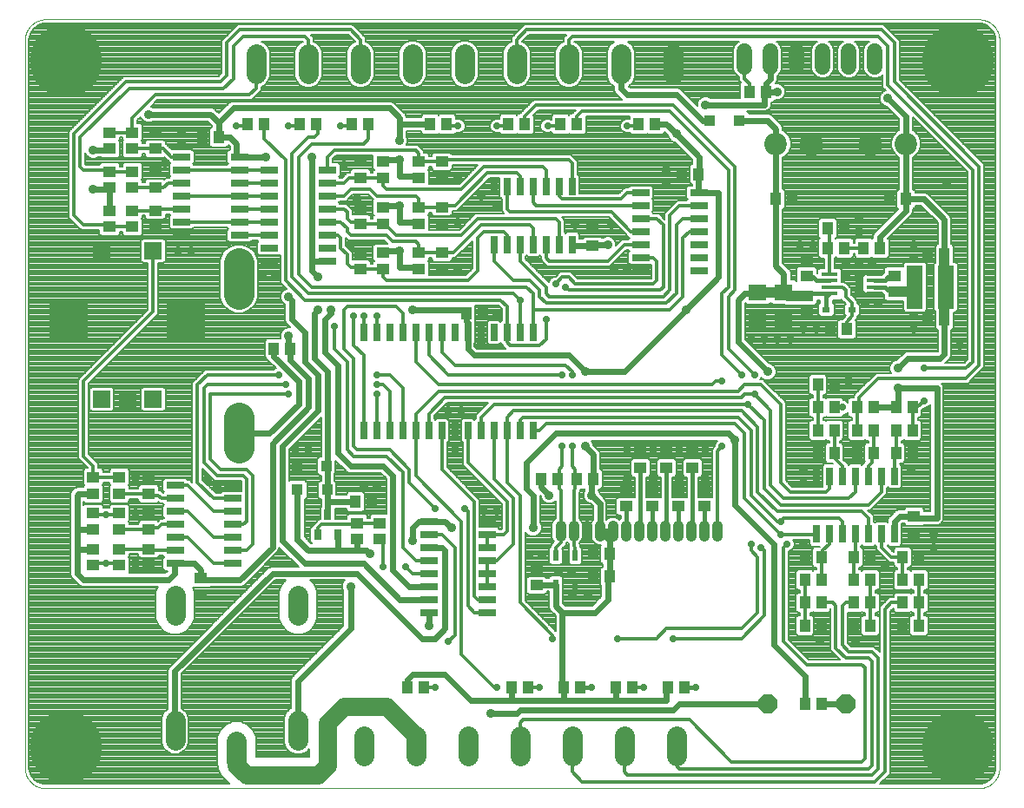
<source format=gtl>
G75*
%MOIN*%
%OFA0B0*%
%FSLAX25Y25*%
%IPPOS*%
%LPD*%
%AMOC8*
5,1,8,0,0,1.08239X$1,22.5*
%
%ADD10C,0.00400*%
%ADD11R,0.06693X0.06693*%
%ADD12R,0.14961X0.14961*%
%ADD13R,0.06890X0.02756*%
%ADD14R,0.05118X0.04331*%
%ADD15R,0.04331X0.05118*%
%ADD16C,0.05906*%
%ADD17R,0.02362X0.04331*%
%ADD18C,0.03962*%
%ADD19C,0.11811*%
%ADD20OC8,0.07087*%
%ADD21R,0.06496X0.01772*%
%ADD22R,0.06299X0.16535*%
%ADD23R,0.07087X0.06299*%
%ADD24R,0.04331X0.04331*%
%ADD25C,0.08661*%
%ADD26OC8,0.08661*%
%ADD27R,0.03150X0.02362*%
%ADD28R,0.02559X0.06693*%
%ADD29R,0.02756X0.06890*%
%ADD30R,0.03150X0.03937*%
%ADD31C,0.07677*%
%ADD32C,0.27559*%
%ADD33C,0.00787*%
%ADD34C,0.03562*%
%ADD35C,0.03169*%
%ADD36C,0.02400*%
%ADD37C,0.04000*%
%ADD38C,0.01200*%
%ADD39C,0.02775*%
%ADD40C,0.01600*%
%ADD41C,0.01800*%
%ADD42C,0.07000*%
D10*
X0036217Y0030429D02*
X0394485Y0030429D01*
X0394675Y0030431D01*
X0394865Y0030438D01*
X0395055Y0030450D01*
X0395245Y0030466D01*
X0395434Y0030486D01*
X0395623Y0030512D01*
X0395811Y0030541D01*
X0395998Y0030576D01*
X0396184Y0030615D01*
X0396369Y0030658D01*
X0396554Y0030706D01*
X0396737Y0030758D01*
X0396918Y0030814D01*
X0397098Y0030875D01*
X0397277Y0030941D01*
X0397454Y0031010D01*
X0397630Y0031084D01*
X0397803Y0031162D01*
X0397975Y0031245D01*
X0398144Y0031331D01*
X0398312Y0031421D01*
X0398477Y0031516D01*
X0398640Y0031614D01*
X0398800Y0031717D01*
X0398958Y0031823D01*
X0399113Y0031933D01*
X0399266Y0032046D01*
X0399416Y0032164D01*
X0399562Y0032285D01*
X0399706Y0032409D01*
X0399847Y0032537D01*
X0399985Y0032668D01*
X0400120Y0032803D01*
X0400251Y0032941D01*
X0400379Y0033082D01*
X0400503Y0033226D01*
X0400624Y0033372D01*
X0400742Y0033522D01*
X0400855Y0033675D01*
X0400965Y0033830D01*
X0401071Y0033988D01*
X0401174Y0034148D01*
X0401272Y0034311D01*
X0401367Y0034476D01*
X0401457Y0034644D01*
X0401543Y0034813D01*
X0401626Y0034985D01*
X0401704Y0035158D01*
X0401778Y0035334D01*
X0401847Y0035511D01*
X0401913Y0035690D01*
X0401974Y0035870D01*
X0402030Y0036051D01*
X0402082Y0036234D01*
X0402130Y0036419D01*
X0402173Y0036604D01*
X0402212Y0036790D01*
X0402247Y0036977D01*
X0402276Y0037165D01*
X0402302Y0037354D01*
X0402322Y0037543D01*
X0402338Y0037733D01*
X0402350Y0037923D01*
X0402357Y0038113D01*
X0402359Y0038303D01*
X0402359Y0317831D01*
X0402357Y0318021D01*
X0402350Y0318211D01*
X0402338Y0318401D01*
X0402322Y0318591D01*
X0402302Y0318780D01*
X0402276Y0318969D01*
X0402247Y0319157D01*
X0402212Y0319344D01*
X0402173Y0319530D01*
X0402130Y0319715D01*
X0402082Y0319900D01*
X0402030Y0320083D01*
X0401974Y0320264D01*
X0401913Y0320444D01*
X0401847Y0320623D01*
X0401778Y0320800D01*
X0401704Y0320976D01*
X0401626Y0321149D01*
X0401543Y0321321D01*
X0401457Y0321490D01*
X0401367Y0321658D01*
X0401272Y0321823D01*
X0401174Y0321986D01*
X0401071Y0322146D01*
X0400965Y0322304D01*
X0400855Y0322459D01*
X0400742Y0322612D01*
X0400624Y0322762D01*
X0400503Y0322908D01*
X0400379Y0323052D01*
X0400251Y0323193D01*
X0400120Y0323331D01*
X0399985Y0323466D01*
X0399847Y0323597D01*
X0399706Y0323725D01*
X0399562Y0323849D01*
X0399416Y0323970D01*
X0399266Y0324088D01*
X0399113Y0324201D01*
X0398958Y0324311D01*
X0398800Y0324417D01*
X0398640Y0324520D01*
X0398477Y0324618D01*
X0398312Y0324713D01*
X0398144Y0324803D01*
X0397975Y0324889D01*
X0397803Y0324972D01*
X0397630Y0325050D01*
X0397454Y0325124D01*
X0397277Y0325193D01*
X0397098Y0325259D01*
X0396918Y0325320D01*
X0396737Y0325376D01*
X0396554Y0325428D01*
X0396369Y0325476D01*
X0396184Y0325519D01*
X0395998Y0325558D01*
X0395811Y0325593D01*
X0395623Y0325622D01*
X0395434Y0325648D01*
X0395245Y0325668D01*
X0395055Y0325684D01*
X0394865Y0325696D01*
X0394675Y0325703D01*
X0394485Y0325705D01*
X0036217Y0325705D01*
X0036027Y0325703D01*
X0035837Y0325696D01*
X0035647Y0325684D01*
X0035457Y0325668D01*
X0035268Y0325648D01*
X0035079Y0325622D01*
X0034891Y0325593D01*
X0034704Y0325558D01*
X0034518Y0325519D01*
X0034333Y0325476D01*
X0034148Y0325428D01*
X0033965Y0325376D01*
X0033784Y0325320D01*
X0033604Y0325259D01*
X0033425Y0325193D01*
X0033248Y0325124D01*
X0033072Y0325050D01*
X0032899Y0324972D01*
X0032727Y0324889D01*
X0032558Y0324803D01*
X0032390Y0324713D01*
X0032225Y0324618D01*
X0032062Y0324520D01*
X0031902Y0324417D01*
X0031744Y0324311D01*
X0031589Y0324201D01*
X0031436Y0324088D01*
X0031286Y0323970D01*
X0031140Y0323849D01*
X0030996Y0323725D01*
X0030855Y0323597D01*
X0030717Y0323466D01*
X0030582Y0323331D01*
X0030451Y0323193D01*
X0030323Y0323052D01*
X0030199Y0322908D01*
X0030078Y0322762D01*
X0029960Y0322612D01*
X0029847Y0322459D01*
X0029737Y0322304D01*
X0029631Y0322146D01*
X0029528Y0321986D01*
X0029430Y0321823D01*
X0029335Y0321658D01*
X0029245Y0321490D01*
X0029159Y0321321D01*
X0029076Y0321149D01*
X0028998Y0320976D01*
X0028924Y0320800D01*
X0028855Y0320623D01*
X0028789Y0320444D01*
X0028728Y0320264D01*
X0028672Y0320083D01*
X0028620Y0319900D01*
X0028572Y0319715D01*
X0028529Y0319530D01*
X0028490Y0319344D01*
X0028455Y0319157D01*
X0028426Y0318969D01*
X0028400Y0318780D01*
X0028380Y0318591D01*
X0028364Y0318401D01*
X0028352Y0318211D01*
X0028345Y0318021D01*
X0028343Y0317831D01*
X0028343Y0038303D01*
X0028345Y0038113D01*
X0028352Y0037923D01*
X0028364Y0037733D01*
X0028380Y0037543D01*
X0028400Y0037354D01*
X0028426Y0037165D01*
X0028455Y0036977D01*
X0028490Y0036790D01*
X0028529Y0036604D01*
X0028572Y0036419D01*
X0028620Y0036234D01*
X0028672Y0036051D01*
X0028728Y0035870D01*
X0028789Y0035690D01*
X0028855Y0035511D01*
X0028924Y0035334D01*
X0028998Y0035158D01*
X0029076Y0034985D01*
X0029159Y0034813D01*
X0029245Y0034644D01*
X0029335Y0034476D01*
X0029430Y0034311D01*
X0029528Y0034148D01*
X0029631Y0033988D01*
X0029737Y0033830D01*
X0029847Y0033675D01*
X0029960Y0033522D01*
X0030078Y0033372D01*
X0030199Y0033226D01*
X0030323Y0033082D01*
X0030451Y0032941D01*
X0030582Y0032803D01*
X0030717Y0032668D01*
X0030855Y0032537D01*
X0030996Y0032409D01*
X0031140Y0032285D01*
X0031286Y0032164D01*
X0031436Y0032046D01*
X0031589Y0031933D01*
X0031744Y0031823D01*
X0031902Y0031717D01*
X0032062Y0031614D01*
X0032225Y0031516D01*
X0032390Y0031421D01*
X0032558Y0031331D01*
X0032727Y0031245D01*
X0032899Y0031162D01*
X0033072Y0031084D01*
X0033248Y0031010D01*
X0033425Y0030941D01*
X0033604Y0030875D01*
X0033784Y0030814D01*
X0033965Y0030758D01*
X0034148Y0030706D01*
X0034333Y0030658D01*
X0034518Y0030615D01*
X0034704Y0030576D01*
X0034891Y0030541D01*
X0035079Y0030512D01*
X0035268Y0030486D01*
X0035457Y0030466D01*
X0035647Y0030450D01*
X0035837Y0030438D01*
X0036027Y0030431D01*
X0036217Y0030429D01*
D11*
X0057871Y0179839D03*
X0067713Y0179839D03*
X0077556Y0179839D03*
X0077556Y0236925D03*
X0057871Y0236925D03*
D12*
X0045272Y0209366D03*
X0090154Y0209366D03*
D13*
X0122221Y0232929D03*
X0122221Y0237929D03*
X0122221Y0242929D03*
X0122221Y0247929D03*
X0122221Y0252929D03*
X0122221Y0257929D03*
X0122221Y0262929D03*
X0122221Y0267929D03*
X0110715Y0267929D03*
X0110715Y0272929D03*
X0110715Y0262929D03*
X0110715Y0257929D03*
X0110715Y0252929D03*
X0110715Y0247929D03*
X0110715Y0242929D03*
X0088471Y0242929D03*
X0088471Y0247929D03*
X0088471Y0252929D03*
X0088471Y0257929D03*
X0088471Y0262929D03*
X0088471Y0267929D03*
X0088471Y0272929D03*
X0144465Y0267929D03*
X0144465Y0262929D03*
X0144465Y0257929D03*
X0144465Y0252929D03*
X0144465Y0247929D03*
X0144465Y0242929D03*
X0144465Y0237929D03*
X0144465Y0232929D03*
X0108215Y0146679D03*
X0108215Y0141679D03*
X0108215Y0136679D03*
X0108215Y0131679D03*
X0108215Y0126679D03*
X0108215Y0121679D03*
X0108215Y0116679D03*
X0085971Y0116679D03*
X0085971Y0121679D03*
X0085971Y0126679D03*
X0085971Y0131679D03*
X0085971Y0136679D03*
X0085971Y0141679D03*
X0085971Y0146679D03*
X0183471Y0132929D03*
X0183471Y0127929D03*
X0183471Y0122929D03*
X0183471Y0117929D03*
X0183471Y0112929D03*
X0183471Y0107929D03*
X0183471Y0102929D03*
X0183471Y0097929D03*
X0205715Y0097929D03*
X0205715Y0102929D03*
X0205715Y0107929D03*
X0205715Y0112929D03*
X0205715Y0117929D03*
X0205715Y0122929D03*
X0205715Y0127929D03*
X0205715Y0132929D03*
X0264721Y0229179D03*
X0264721Y0234179D03*
X0264721Y0239179D03*
X0264721Y0244179D03*
X0264721Y0249179D03*
X0264721Y0254179D03*
X0264721Y0259179D03*
X0286965Y0259179D03*
X0286965Y0254179D03*
X0286965Y0249179D03*
X0286965Y0244179D03*
X0286965Y0239179D03*
X0286965Y0234179D03*
X0286965Y0229179D03*
D14*
X0246257Y0238766D03*
X0246257Y0245065D03*
X0188343Y0247280D03*
X0188343Y0253579D03*
X0179593Y0253579D03*
X0179593Y0247280D03*
X0165843Y0247280D03*
X0165843Y0253579D03*
X0157093Y0253579D03*
X0157093Y0247280D03*
X0157093Y0236079D03*
X0157093Y0229780D03*
X0165843Y0229780D03*
X0165843Y0236079D03*
X0179593Y0236079D03*
X0179593Y0229780D03*
X0188343Y0229780D03*
X0188343Y0236079D03*
X0188343Y0264780D03*
X0188343Y0271079D03*
X0179593Y0271079D03*
X0179593Y0264780D03*
X0165843Y0264780D03*
X0165843Y0271079D03*
X0157093Y0271079D03*
X0157093Y0264780D03*
X0078343Y0267329D03*
X0078343Y0261030D03*
X0069593Y0261030D03*
X0069593Y0267329D03*
X0060843Y0267329D03*
X0060843Y0261030D03*
X0060843Y0252329D03*
X0060843Y0246030D03*
X0069593Y0246030D03*
X0069593Y0252329D03*
X0078343Y0252329D03*
X0078343Y0246030D03*
X0078343Y0276030D03*
X0078343Y0282329D03*
X0069593Y0282329D03*
X0069593Y0276030D03*
X0060843Y0276030D03*
X0060843Y0282329D03*
X0064593Y0149829D03*
X0064593Y0143530D03*
X0064593Y0136079D03*
X0064593Y0129780D03*
X0064593Y0122329D03*
X0064593Y0116030D03*
X0054593Y0116030D03*
X0054593Y0122329D03*
X0054593Y0129780D03*
X0054593Y0136079D03*
X0054593Y0143530D03*
X0054593Y0149829D03*
X0075843Y0149829D03*
X0075843Y0143530D03*
X0075843Y0136079D03*
X0075843Y0129780D03*
X0075843Y0122329D03*
X0075843Y0116030D03*
X0095843Y0111079D03*
X0095843Y0104780D03*
X0155843Y0126030D03*
X0155843Y0132329D03*
X0164593Y0132329D03*
X0164593Y0126030D03*
X0224790Y0114642D03*
X0224790Y0108343D03*
X0259209Y0138717D03*
X0259209Y0145016D03*
X0269209Y0145016D03*
X0269209Y0138717D03*
X0279209Y0138717D03*
X0279209Y0145016D03*
X0274593Y0153530D03*
X0274593Y0159829D03*
X0264593Y0159829D03*
X0264593Y0153530D03*
X0284593Y0153530D03*
X0284593Y0159829D03*
X0289209Y0145016D03*
X0289209Y0138717D03*
X0369593Y0134829D03*
X0369593Y0128530D03*
X0328314Y0213274D03*
X0328314Y0219573D03*
X0328343Y0227280D03*
X0328343Y0233579D03*
X0362093Y0227329D03*
X0362093Y0221030D03*
D15*
X0374938Y0210459D03*
X0381237Y0210459D03*
X0381237Y0235459D03*
X0374938Y0235459D03*
X0356493Y0237929D03*
X0350194Y0237929D03*
X0342743Y0237929D03*
X0336444Y0237929D03*
X0336444Y0245429D03*
X0342743Y0245429D03*
X0360194Y0256679D03*
X0366493Y0256679D03*
X0322743Y0256679D03*
X0316444Y0256679D03*
X0286877Y0266315D03*
X0280577Y0266315D03*
X0270243Y0285429D03*
X0263944Y0285429D03*
X0240243Y0285429D03*
X0233944Y0285429D03*
X0220243Y0285429D03*
X0213944Y0285429D03*
X0190243Y0285429D03*
X0183944Y0285429D03*
X0160243Y0285429D03*
X0153944Y0285429D03*
X0140243Y0285429D03*
X0133944Y0285429D03*
X0120243Y0285429D03*
X0113944Y0285429D03*
X0102743Y0280429D03*
X0096444Y0280429D03*
X0123944Y0199179D03*
X0130243Y0199179D03*
X0197694Y0212929D03*
X0203993Y0212929D03*
X0226444Y0149179D03*
X0232743Y0149179D03*
X0240194Y0149179D03*
X0246493Y0149179D03*
X0246444Y0120429D03*
X0252743Y0120429D03*
X0252743Y0111679D03*
X0246444Y0111679D03*
X0241493Y0069179D03*
X0235194Y0069179D03*
X0221493Y0069179D03*
X0215194Y0069179D03*
X0181493Y0069179D03*
X0175194Y0069179D03*
X0255194Y0069179D03*
X0261493Y0069179D03*
X0275194Y0069179D03*
X0281493Y0069179D03*
X0327694Y0062929D03*
X0333993Y0062929D03*
X0333993Y0092929D03*
X0327694Y0092929D03*
X0327694Y0101679D03*
X0333993Y0101679D03*
X0333993Y0110429D03*
X0327694Y0110429D03*
X0327694Y0119179D03*
X0333993Y0119179D03*
X0346444Y0119179D03*
X0352743Y0119179D03*
X0352743Y0110429D03*
X0346444Y0110429D03*
X0346444Y0101679D03*
X0352743Y0101679D03*
X0352743Y0092929D03*
X0346444Y0092929D03*
X0365194Y0092929D03*
X0371493Y0092929D03*
X0371493Y0101679D03*
X0365194Y0101679D03*
X0365194Y0110429D03*
X0371493Y0110429D03*
X0371493Y0119179D03*
X0365194Y0119179D03*
X0362694Y0159179D03*
X0368993Y0159179D03*
X0368993Y0167929D03*
X0362694Y0167929D03*
X0353993Y0167929D03*
X0347694Y0167929D03*
X0338993Y0167929D03*
X0332694Y0167929D03*
X0332694Y0159179D03*
X0338993Y0159179D03*
X0347694Y0159179D03*
X0353993Y0159179D03*
X0353993Y0176679D03*
X0347694Y0176679D03*
X0338993Y0176679D03*
X0332694Y0176679D03*
X0332694Y0185429D03*
X0338993Y0185429D03*
X0337438Y0206709D03*
X0343737Y0206709D03*
X0362694Y0176679D03*
X0368993Y0176679D03*
X0312743Y0297929D03*
X0306444Y0297929D03*
X0161493Y0140429D03*
X0155194Y0140429D03*
D16*
X0304593Y0307476D02*
X0304593Y0313382D01*
X0314593Y0313382D02*
X0314593Y0307476D01*
X0324593Y0307476D02*
X0324593Y0313382D01*
X0334593Y0313382D02*
X0334593Y0307476D01*
X0344593Y0307476D02*
X0344593Y0313382D01*
X0354593Y0313382D02*
X0354593Y0307476D01*
D17*
X0239583Y0119691D03*
X0235843Y0119691D03*
X0232103Y0119691D03*
X0232103Y0108667D03*
X0239583Y0108667D03*
D18*
X0238973Y0127267D02*
X0238973Y0131229D01*
X0233973Y0131229D02*
X0233973Y0127267D01*
X0243973Y0127267D02*
X0243973Y0131229D01*
X0248973Y0131229D02*
X0248973Y0127267D01*
X0253973Y0127267D02*
X0253973Y0131229D01*
X0258973Y0131229D02*
X0258973Y0127267D01*
X0263973Y0127267D02*
X0263973Y0131229D01*
X0268973Y0131229D02*
X0268973Y0127267D01*
X0273973Y0127267D02*
X0273973Y0131229D01*
X0278973Y0131229D02*
X0278973Y0127267D01*
X0283973Y0127267D02*
X0283973Y0131229D01*
X0288973Y0131229D02*
X0288973Y0127267D01*
X0293973Y0127267D02*
X0293973Y0131229D01*
D19*
X0110430Y0161138D02*
X0110430Y0172949D01*
X0110430Y0220193D02*
X0110430Y0232004D01*
D20*
X0313343Y0062929D03*
X0343343Y0062929D03*
D21*
X0337182Y0220429D03*
X0337182Y0222929D03*
X0337182Y0225429D03*
X0337182Y0227929D03*
X0354505Y0227929D03*
X0354505Y0225429D03*
X0354505Y0222929D03*
X0354505Y0220429D03*
D22*
X0369938Y0222929D03*
X0381749Y0222929D03*
D23*
X0319593Y0220941D03*
X0309593Y0220941D03*
X0309593Y0209917D03*
X0319593Y0209917D03*
D24*
X0302546Y0286709D03*
X0291129Y0286709D03*
X0144052Y0154179D03*
X0144288Y0145016D03*
X0132871Y0145016D03*
X0132635Y0154179D03*
D25*
X0316453Y0277929D03*
X0366483Y0277929D03*
D26*
X0352703Y0277929D03*
X0330233Y0277929D03*
D27*
X0335922Y0214179D03*
X0345764Y0214179D03*
D28*
X0223343Y0205498D03*
X0218343Y0205498D03*
X0213343Y0205498D03*
X0208343Y0205498D03*
X0203343Y0205498D03*
X0198343Y0205498D03*
X0193343Y0205498D03*
X0188343Y0205498D03*
X0183343Y0205498D03*
X0178343Y0205498D03*
X0173343Y0205498D03*
X0168343Y0205498D03*
X0163343Y0205498D03*
X0158343Y0205498D03*
X0158343Y0167860D03*
X0163343Y0167860D03*
X0168343Y0167860D03*
X0173343Y0167860D03*
X0178343Y0167860D03*
X0183343Y0167860D03*
X0188343Y0167860D03*
X0193343Y0167860D03*
X0198343Y0167860D03*
X0203343Y0167860D03*
X0208343Y0167860D03*
X0213343Y0167860D03*
X0218343Y0167860D03*
X0223343Y0167860D03*
D29*
X0223343Y0239307D03*
X0218343Y0239307D03*
X0213343Y0239307D03*
X0208343Y0239307D03*
X0228343Y0239307D03*
X0233343Y0239307D03*
X0238343Y0239307D03*
X0238343Y0261551D03*
X0233343Y0261551D03*
X0228343Y0261551D03*
X0223343Y0261551D03*
X0218343Y0261551D03*
X0213343Y0261551D03*
X0208343Y0261551D03*
X0332093Y0150301D03*
X0337093Y0150301D03*
X0342093Y0150301D03*
X0347093Y0150301D03*
X0352093Y0150301D03*
X0357093Y0150301D03*
X0362093Y0150301D03*
X0362093Y0128057D03*
X0357093Y0128057D03*
X0352093Y0128057D03*
X0347093Y0128057D03*
X0342093Y0128057D03*
X0337093Y0128057D03*
X0332093Y0128057D03*
D30*
X0148333Y0127742D03*
X0140853Y0127742D03*
X0144593Y0135616D03*
D31*
X0133215Y0104533D02*
X0133215Y0096856D01*
X0133215Y0056502D02*
X0133215Y0048825D01*
X0109593Y0048628D02*
X0109593Y0040951D01*
X0085971Y0048825D02*
X0085971Y0056502D01*
X0085971Y0096856D02*
X0085971Y0104533D01*
X0158343Y0050518D02*
X0158343Y0042841D01*
X0178343Y0042841D02*
X0178343Y0050518D01*
X0198343Y0050518D02*
X0198343Y0042841D01*
X0218343Y0042841D02*
X0218343Y0050518D01*
X0238343Y0050518D02*
X0238343Y0042841D01*
X0258343Y0042841D02*
X0258343Y0050518D01*
X0278343Y0050518D02*
X0278343Y0042841D01*
X0277093Y0304716D02*
X0277093Y0312393D01*
X0257093Y0312393D02*
X0257093Y0304716D01*
X0237093Y0304716D02*
X0237093Y0312393D01*
X0217093Y0312393D02*
X0217093Y0304716D01*
X0197093Y0304716D02*
X0197093Y0312393D01*
X0177093Y0312393D02*
X0177093Y0304716D01*
X0157093Y0304716D02*
X0157093Y0312393D01*
X0137093Y0312393D02*
X0137093Y0304716D01*
X0117093Y0304716D02*
X0117093Y0312393D01*
D32*
X0044091Y0309957D03*
X0044091Y0046177D03*
X0386611Y0046177D03*
X0386611Y0309957D03*
D33*
X0400765Y0310214D02*
X0364087Y0310214D01*
X0364087Y0309428D02*
X0400765Y0309428D01*
X0400765Y0308642D02*
X0364087Y0308642D01*
X0364087Y0307856D02*
X0400765Y0307856D01*
X0400765Y0307070D02*
X0364087Y0307070D01*
X0364087Y0306285D02*
X0400765Y0306285D01*
X0400765Y0305499D02*
X0364087Y0305499D01*
X0364087Y0304713D02*
X0400765Y0304713D01*
X0400765Y0303927D02*
X0364087Y0303927D01*
X0364087Y0303141D02*
X0400765Y0303141D01*
X0400765Y0302355D02*
X0364237Y0302355D01*
X0364087Y0302505D02*
X0364087Y0317505D01*
X0362919Y0318673D01*
X0357919Y0323673D01*
X0220017Y0323673D01*
X0218849Y0322505D01*
X0215099Y0318755D01*
X0215099Y0317230D01*
X0214129Y0316828D01*
X0212657Y0315357D01*
X0211861Y0313433D01*
X0211861Y0303675D01*
X0212657Y0301752D01*
X0214129Y0300280D01*
X0216052Y0299483D01*
X0218134Y0299483D01*
X0220057Y0300280D01*
X0221529Y0301752D01*
X0222325Y0303675D01*
X0222325Y0313433D01*
X0221529Y0315357D01*
X0220057Y0316828D01*
X0219177Y0317193D01*
X0221669Y0319685D01*
X0236030Y0319685D01*
X0235099Y0318755D01*
X0235099Y0317230D01*
X0234129Y0316828D01*
X0232657Y0315357D01*
X0231861Y0313433D01*
X0231861Y0303675D01*
X0232657Y0301752D01*
X0234129Y0300280D01*
X0236052Y0299483D01*
X0238134Y0299483D01*
X0240057Y0300280D01*
X0241529Y0301752D01*
X0242325Y0303675D01*
X0242325Y0313433D01*
X0241529Y0315357D01*
X0240057Y0316828D01*
X0239195Y0317185D01*
X0254469Y0317185D01*
X0254016Y0316998D01*
X0252488Y0315470D01*
X0251661Y0313473D01*
X0251661Y0303635D01*
X0252488Y0301638D01*
X0254016Y0300110D01*
X0254299Y0299993D01*
X0254299Y0298623D01*
X0254725Y0297597D01*
X0257225Y0295097D01*
X0257399Y0294923D01*
X0223767Y0294923D01*
X0222599Y0293755D01*
X0218249Y0289405D01*
X0218249Y0289382D01*
X0217500Y0289382D01*
X0217093Y0288975D01*
X0216686Y0289382D01*
X0211201Y0289382D01*
X0210385Y0288565D01*
X0210385Y0287487D01*
X0210146Y0287585D01*
X0209040Y0287585D01*
X0208018Y0287162D01*
X0207235Y0286379D01*
X0206812Y0285357D01*
X0206812Y0284251D01*
X0207235Y0283229D01*
X0208018Y0282446D01*
X0209040Y0282023D01*
X0210146Y0282023D01*
X0210506Y0282172D01*
X0211201Y0281476D01*
X0216686Y0281476D01*
X0217093Y0281883D01*
X0217500Y0281476D01*
X0222985Y0281476D01*
X0223802Y0282293D01*
X0223802Y0288565D01*
X0223425Y0288942D01*
X0225419Y0290935D01*
X0239780Y0290935D01*
X0238249Y0289405D01*
X0238249Y0289382D01*
X0237500Y0289382D01*
X0237093Y0288975D01*
X0236686Y0289382D01*
X0231201Y0289382D01*
X0230385Y0288565D01*
X0230385Y0287228D01*
X0229521Y0287585D01*
X0228415Y0287585D01*
X0227393Y0287162D01*
X0226610Y0286379D01*
X0226187Y0285357D01*
X0226187Y0284251D01*
X0226610Y0283229D01*
X0227393Y0282446D01*
X0228415Y0282023D01*
X0229521Y0282023D01*
X0230385Y0282381D01*
X0230385Y0282293D01*
X0231201Y0281476D01*
X0236686Y0281476D01*
X0237093Y0281883D01*
X0237500Y0281476D01*
X0242985Y0281476D01*
X0243802Y0282293D01*
X0243802Y0288435D01*
X0260385Y0288435D01*
X0260385Y0287487D01*
X0260146Y0287585D01*
X0259040Y0287585D01*
X0258018Y0287162D01*
X0257235Y0286379D01*
X0256812Y0285357D01*
X0256812Y0284251D01*
X0257235Y0283229D01*
X0258018Y0282446D01*
X0259040Y0282023D01*
X0260146Y0282023D01*
X0260506Y0282172D01*
X0261201Y0281476D01*
X0266686Y0281476D01*
X0267093Y0281883D01*
X0267500Y0281476D01*
X0272985Y0281476D01*
X0273802Y0282293D01*
X0273802Y0282552D01*
X0275168Y0281186D01*
X0275168Y0281048D01*
X0275652Y0279881D01*
X0276545Y0278988D01*
X0277712Y0278504D01*
X0277850Y0278504D01*
X0284499Y0271855D01*
X0284499Y0270268D01*
X0284134Y0270268D01*
X0283318Y0269451D01*
X0283318Y0263179D01*
X0284134Y0262362D01*
X0284283Y0262362D01*
X0284283Y0261951D01*
X0282943Y0261951D01*
X0282127Y0261134D01*
X0282127Y0257224D01*
X0282671Y0256679D01*
X0282165Y0256173D01*
X0278767Y0256173D01*
X0275017Y0252423D01*
X0273849Y0251255D01*
X0273849Y0248992D01*
X0271669Y0251173D01*
X0269521Y0251173D01*
X0269015Y0251679D01*
X0269560Y0252224D01*
X0269560Y0256134D01*
X0269015Y0256679D01*
X0269560Y0257224D01*
X0269560Y0261134D01*
X0268743Y0261951D01*
X0260699Y0261951D01*
X0259921Y0261173D01*
X0258767Y0261173D01*
X0257599Y0260005D01*
X0256267Y0258673D01*
X0241115Y0258673D01*
X0241115Y0265573D01*
X0240337Y0266351D01*
X0240337Y0271255D01*
X0239169Y0272423D01*
X0237919Y0273673D01*
X0192296Y0273673D01*
X0192296Y0273821D01*
X0191480Y0274638D01*
X0185207Y0274638D01*
X0184390Y0273821D01*
X0184390Y0273072D01*
X0183546Y0273072D01*
X0183546Y0273821D01*
X0182730Y0274638D01*
X0181587Y0274638D01*
X0181587Y0275005D01*
X0180419Y0276173D01*
X0179169Y0277423D01*
X0174802Y0277423D01*
X0175268Y0278548D01*
X0175268Y0279811D01*
X0174785Y0280978D01*
X0174687Y0281075D01*
X0174687Y0282835D01*
X0180385Y0282835D01*
X0180385Y0282293D01*
X0181201Y0281476D01*
X0186686Y0281476D01*
X0187093Y0281883D01*
X0187500Y0281476D01*
X0192985Y0281476D01*
X0193681Y0282172D01*
X0194040Y0282023D01*
X0195146Y0282023D01*
X0196169Y0282446D01*
X0196951Y0283229D01*
X0197374Y0284251D01*
X0197374Y0285357D01*
X0196951Y0286379D01*
X0196169Y0287162D01*
X0195146Y0287585D01*
X0194040Y0287585D01*
X0193802Y0287487D01*
X0193802Y0288565D01*
X0192985Y0289382D01*
X0187500Y0289382D01*
X0187093Y0288975D01*
X0186686Y0289382D01*
X0181201Y0289382D01*
X0180385Y0288565D01*
X0180385Y0288023D01*
X0174687Y0288023D01*
X0174687Y0288445D01*
X0174292Y0289398D01*
X0173562Y0290128D01*
X0170542Y0293148D01*
X0169812Y0293878D01*
X0168859Y0294273D01*
X0107876Y0294273D01*
X0106923Y0293878D01*
X0102743Y0289698D01*
X0101792Y0290648D01*
X0101062Y0291378D01*
X0100109Y0291773D01*
X0077739Y0291773D01*
X0077642Y0291871D01*
X0076731Y0292248D01*
X0079169Y0294685D01*
X0115419Y0294685D01*
X0116587Y0295853D01*
X0119087Y0298353D01*
X0119087Y0299878D01*
X0120057Y0300280D01*
X0121529Y0301752D01*
X0122325Y0303675D01*
X0122325Y0313433D01*
X0121529Y0315357D01*
X0120057Y0316828D01*
X0119195Y0317185D01*
X0134991Y0317185D01*
X0134129Y0316828D01*
X0132657Y0315357D01*
X0131861Y0313433D01*
X0131861Y0303675D01*
X0132657Y0301752D01*
X0134129Y0300280D01*
X0136052Y0299483D01*
X0138134Y0299483D01*
X0140057Y0300280D01*
X0141529Y0301752D01*
X0142325Y0303675D01*
X0142325Y0313433D01*
X0141529Y0315357D01*
X0140057Y0316828D01*
X0139087Y0317230D01*
X0139087Y0318755D01*
X0138156Y0319685D01*
X0152517Y0319685D01*
X0155010Y0317193D01*
X0154129Y0316828D01*
X0152657Y0315357D01*
X0151861Y0313433D01*
X0151861Y0303675D01*
X0152657Y0301752D01*
X0154129Y0300280D01*
X0156052Y0299483D01*
X0158134Y0299483D01*
X0160057Y0300280D01*
X0161529Y0301752D01*
X0162325Y0303675D01*
X0162325Y0313433D01*
X0161529Y0315357D01*
X0160057Y0316828D01*
X0159087Y0317230D01*
X0159087Y0318755D01*
X0155337Y0322505D01*
X0154169Y0323673D01*
X0110017Y0323673D01*
X0105017Y0318673D01*
X0103849Y0317505D01*
X0103849Y0305005D01*
X0102517Y0303673D01*
X0066267Y0303673D01*
X0046267Y0283673D01*
X0045099Y0282505D01*
X0045099Y0249603D01*
X0048849Y0245853D01*
X0050017Y0244685D01*
X0056890Y0244685D01*
X0056890Y0243287D01*
X0057707Y0242470D01*
X0063980Y0242470D01*
X0064796Y0243287D01*
X0064796Y0244036D01*
X0065640Y0244036D01*
X0065640Y0243287D01*
X0066457Y0242470D01*
X0072730Y0242470D01*
X0073546Y0243287D01*
X0073546Y0248772D01*
X0073139Y0249179D01*
X0073546Y0249586D01*
X0073546Y0250335D01*
X0074390Y0250335D01*
X0074390Y0249586D01*
X0075207Y0248770D01*
X0081480Y0248770D01*
X0082296Y0249586D01*
X0082296Y0250935D01*
X0083671Y0250935D01*
X0084177Y0250429D01*
X0083633Y0249884D01*
X0083633Y0245974D01*
X0084449Y0245157D01*
X0092493Y0245157D01*
X0093271Y0245935D01*
X0105915Y0245935D01*
X0106421Y0245429D01*
X0105877Y0244884D01*
X0105877Y0240974D01*
X0106693Y0240157D01*
X0114737Y0240157D01*
X0115515Y0240935D01*
X0117421Y0240935D01*
X0117927Y0240429D01*
X0117383Y0239884D01*
X0117383Y0235974D01*
X0118199Y0235157D01*
X0126243Y0235157D01*
X0126349Y0235264D01*
X0126349Y0224603D01*
X0128705Y0222248D01*
X0127795Y0221871D01*
X0126902Y0220978D01*
X0126418Y0219811D01*
X0126418Y0218548D01*
X0126902Y0217381D01*
X0127795Y0216488D01*
X0128249Y0216299D01*
X0128249Y0209913D01*
X0128644Y0208960D01*
X0129374Y0208230D01*
X0130269Y0207336D01*
X0130225Y0207354D01*
X0128962Y0207354D01*
X0127795Y0206871D01*
X0126902Y0205978D01*
X0126418Y0204811D01*
X0126418Y0203548D01*
X0126591Y0203132D01*
X0121201Y0203132D01*
X0120385Y0202315D01*
X0120385Y0196043D01*
X0121201Y0195226D01*
X0121489Y0195226D01*
X0121745Y0194610D01*
X0124656Y0191698D01*
X0124268Y0191537D01*
X0123904Y0191173D01*
X0097517Y0191173D01*
X0096349Y0190005D01*
X0092599Y0186255D01*
X0092599Y0147742D01*
X0091669Y0148673D01*
X0090771Y0148673D01*
X0089993Y0149451D01*
X0081949Y0149451D01*
X0081133Y0148634D01*
X0081133Y0144724D01*
X0081677Y0144179D01*
X0081420Y0143922D01*
X0080419Y0144923D01*
X0079796Y0144923D01*
X0079796Y0146272D01*
X0078980Y0147089D01*
X0072707Y0147089D01*
X0071890Y0146272D01*
X0071890Y0145523D01*
X0068546Y0145523D01*
X0068546Y0146272D01*
X0068139Y0146679D01*
X0068546Y0147086D01*
X0068546Y0152571D01*
X0067730Y0153388D01*
X0061457Y0153388D01*
X0060640Y0152571D01*
X0060640Y0151822D01*
X0058546Y0151822D01*
X0058546Y0152571D01*
X0057730Y0153388D01*
X0056587Y0153388D01*
X0056587Y0155005D01*
X0055419Y0156173D01*
X0052837Y0158755D01*
X0052837Y0185853D01*
X0079549Y0212566D01*
X0079549Y0232185D01*
X0081480Y0232185D01*
X0082296Y0233001D01*
X0082296Y0240849D01*
X0081480Y0241665D01*
X0073632Y0241665D01*
X0072816Y0240849D01*
X0072816Y0233001D01*
X0073632Y0232185D01*
X0075562Y0232185D01*
X0075562Y0214218D01*
X0050017Y0188673D01*
X0048849Y0187505D01*
X0048849Y0157103D01*
X0052565Y0153388D01*
X0051457Y0153388D01*
X0050640Y0152571D01*
X0050640Y0147086D01*
X0051047Y0146679D01*
X0050640Y0146272D01*
X0050640Y0146123D01*
X0048428Y0146123D01*
X0047474Y0145728D01*
X0046874Y0145128D01*
X0046144Y0144398D01*
X0045749Y0143445D01*
X0045749Y0112413D01*
X0046144Y0111460D01*
X0048644Y0108960D01*
X0049374Y0108230D01*
X0050327Y0107835D01*
X0079349Y0107835D01*
X0078589Y0106002D01*
X0078589Y0095388D01*
X0079713Y0092675D01*
X0081790Y0090598D01*
X0084503Y0089474D01*
X0087439Y0089474D01*
X0090153Y0090598D01*
X0092229Y0092675D01*
X0093353Y0095388D01*
X0093353Y0106002D01*
X0092724Y0107520D01*
X0098980Y0107520D01*
X0099295Y0107835D01*
X0111359Y0107835D01*
X0112312Y0108230D01*
X0113042Y0108960D01*
X0125542Y0121460D01*
X0125937Y0122413D01*
X0125937Y0122917D01*
X0133331Y0115523D01*
X0122827Y0115523D01*
X0121874Y0115128D01*
X0084374Y0077628D01*
X0083644Y0076898D01*
X0083249Y0075945D01*
X0083249Y0061038D01*
X0083007Y0060938D01*
X0081535Y0059466D01*
X0080739Y0057543D01*
X0080739Y0047784D01*
X0081535Y0045861D01*
X0083007Y0044389D01*
X0084930Y0043593D01*
X0087012Y0043593D01*
X0088935Y0044389D01*
X0090407Y0045861D01*
X0091203Y0047784D01*
X0091203Y0057543D01*
X0090407Y0059466D01*
X0088935Y0060938D01*
X0088437Y0061144D01*
X0088437Y0074355D01*
X0124418Y0110335D01*
X0128578Y0110335D01*
X0126957Y0108715D01*
X0125833Y0106002D01*
X0125833Y0095388D01*
X0126957Y0092675D01*
X0129034Y0090598D01*
X0131747Y0089474D01*
X0134684Y0089474D01*
X0137397Y0090598D01*
X0139473Y0092675D01*
X0140597Y0095388D01*
X0140597Y0106002D01*
X0139473Y0108715D01*
X0137853Y0110335D01*
X0150977Y0110335D01*
X0150482Y0109841D01*
X0149968Y0108600D01*
X0149968Y0107258D01*
X0150482Y0106017D01*
X0150549Y0105950D01*
X0150549Y0092836D01*
X0130847Y0073134D01*
X0130422Y0072107D01*
X0130422Y0061225D01*
X0130138Y0061107D01*
X0128610Y0059579D01*
X0127783Y0057583D01*
X0127783Y0047744D01*
X0128610Y0045748D01*
X0130138Y0044220D01*
X0132135Y0043393D01*
X0134296Y0043393D01*
X0136292Y0044220D01*
X0137550Y0045477D01*
X0137550Y0042472D01*
X0116975Y0042472D01*
X0116975Y0050096D01*
X0115851Y0052809D01*
X0113775Y0054886D01*
X0111062Y0056010D01*
X0108125Y0056010D01*
X0105412Y0054886D01*
X0103335Y0052809D01*
X0102211Y0050096D01*
X0102211Y0039482D01*
X0102550Y0038665D01*
X0102550Y0037778D01*
X0103622Y0035189D01*
X0106789Y0032023D01*
X0036217Y0032023D01*
X0035235Y0032100D01*
X0033366Y0032707D01*
X0031776Y0033862D01*
X0030621Y0035452D01*
X0030014Y0037321D01*
X0029937Y0038303D01*
X0029937Y0317831D01*
X0030014Y0318813D01*
X0030621Y0320682D01*
X0031776Y0322272D01*
X0033366Y0323427D01*
X0035235Y0324034D01*
X0036217Y0324111D01*
X0394485Y0324111D01*
X0395467Y0324034D01*
X0397336Y0323427D01*
X0398926Y0322272D01*
X0400081Y0320682D01*
X0400688Y0318813D01*
X0400765Y0317831D01*
X0400765Y0038303D01*
X0400688Y0037321D01*
X0400081Y0035452D01*
X0398926Y0033862D01*
X0397336Y0032707D01*
X0395467Y0032100D01*
X0394485Y0032023D01*
X0356506Y0032023D01*
X0356587Y0032103D01*
X0360337Y0035853D01*
X0360337Y0098353D01*
X0361635Y0099651D01*
X0361635Y0098543D01*
X0362451Y0097726D01*
X0367936Y0097726D01*
X0368343Y0098133D01*
X0368750Y0097726D01*
X0369499Y0097726D01*
X0369499Y0096882D01*
X0368750Y0096882D01*
X0367934Y0096065D01*
X0367934Y0089793D01*
X0368750Y0088976D01*
X0374235Y0088976D01*
X0375052Y0089793D01*
X0375052Y0096065D01*
X0374235Y0096882D01*
X0373486Y0096882D01*
X0373486Y0097726D01*
X0374235Y0097726D01*
X0375052Y0098543D01*
X0375052Y0104815D01*
X0374235Y0105632D01*
X0373486Y0105632D01*
X0373486Y0106476D01*
X0374235Y0106476D01*
X0375052Y0107293D01*
X0375052Y0113565D01*
X0374235Y0114382D01*
X0368750Y0114382D01*
X0368343Y0113975D01*
X0367936Y0114382D01*
X0367187Y0114382D01*
X0367187Y0115226D01*
X0367936Y0115226D01*
X0368753Y0116043D01*
X0368753Y0122315D01*
X0367936Y0123132D01*
X0362451Y0123132D01*
X0361635Y0122315D01*
X0361635Y0121207D01*
X0359336Y0123506D01*
X0359593Y0123763D01*
X0360138Y0123219D01*
X0364048Y0123219D01*
X0364865Y0124035D01*
X0364865Y0132033D01*
X0365067Y0132235D01*
X0365640Y0132235D01*
X0365640Y0132086D01*
X0366457Y0131270D01*
X0372730Y0131270D01*
X0373045Y0131585D01*
X0378859Y0131585D01*
X0379812Y0131980D01*
X0380542Y0132710D01*
X0380937Y0133663D01*
X0380937Y0184695D01*
X0380542Y0185648D01*
X0380255Y0185935D01*
X0390419Y0185935D01*
X0391587Y0187103D01*
X0396587Y0192103D01*
X0396587Y0270005D01*
X0395419Y0271173D01*
X0364087Y0302505D01*
X0365023Y0301569D02*
X0400765Y0301569D01*
X0400765Y0300783D02*
X0365809Y0300783D01*
X0366595Y0299997D02*
X0400765Y0299997D01*
X0400765Y0299211D02*
X0367380Y0299211D01*
X0368166Y0298425D02*
X0400765Y0298425D01*
X0400765Y0297640D02*
X0368952Y0297640D01*
X0369738Y0296854D02*
X0400765Y0296854D01*
X0400765Y0296068D02*
X0370524Y0296068D01*
X0371310Y0295282D02*
X0400765Y0295282D01*
X0400765Y0294496D02*
X0372096Y0294496D01*
X0372882Y0293710D02*
X0400765Y0293710D01*
X0400765Y0292924D02*
X0373668Y0292924D01*
X0374454Y0292138D02*
X0400765Y0292138D01*
X0400765Y0291352D02*
X0375240Y0291352D01*
X0376026Y0290566D02*
X0400765Y0290566D01*
X0400765Y0289780D02*
X0376811Y0289780D01*
X0377597Y0288994D02*
X0400765Y0288994D01*
X0400765Y0288209D02*
X0378383Y0288209D01*
X0379169Y0287423D02*
X0400765Y0287423D01*
X0400765Y0286637D02*
X0379955Y0286637D01*
X0380741Y0285851D02*
X0400765Y0285851D01*
X0400765Y0285065D02*
X0381527Y0285065D01*
X0382313Y0284279D02*
X0400765Y0284279D01*
X0400765Y0283493D02*
X0383099Y0283493D01*
X0383885Y0282707D02*
X0400765Y0282707D01*
X0400765Y0281921D02*
X0384671Y0281921D01*
X0385456Y0281135D02*
X0400765Y0281135D01*
X0400765Y0280349D02*
X0386242Y0280349D01*
X0387028Y0279564D02*
X0400765Y0279564D01*
X0400765Y0278778D02*
X0387814Y0278778D01*
X0388600Y0277992D02*
X0400765Y0277992D01*
X0400765Y0277206D02*
X0389386Y0277206D01*
X0390172Y0276420D02*
X0400765Y0276420D01*
X0400765Y0275634D02*
X0390958Y0275634D01*
X0391744Y0274848D02*
X0400765Y0274848D01*
X0400765Y0274062D02*
X0392530Y0274062D01*
X0393316Y0273276D02*
X0400765Y0273276D01*
X0400765Y0272490D02*
X0394102Y0272490D01*
X0394887Y0271704D02*
X0400765Y0271704D01*
X0400765Y0270918D02*
X0395673Y0270918D01*
X0396459Y0270133D02*
X0400765Y0270133D01*
X0400765Y0269347D02*
X0396587Y0269347D01*
X0396587Y0268561D02*
X0400765Y0268561D01*
X0400765Y0267775D02*
X0396587Y0267775D01*
X0396587Y0266989D02*
X0400765Y0266989D01*
X0400765Y0266203D02*
X0396587Y0266203D01*
X0396587Y0265417D02*
X0400765Y0265417D01*
X0400765Y0264631D02*
X0396587Y0264631D01*
X0396587Y0263845D02*
X0400765Y0263845D01*
X0400765Y0263059D02*
X0396587Y0263059D01*
X0396587Y0262273D02*
X0400765Y0262273D01*
X0400765Y0261488D02*
X0396587Y0261488D01*
X0396587Y0260702D02*
X0400765Y0260702D01*
X0400765Y0259916D02*
X0396587Y0259916D01*
X0396587Y0259130D02*
X0400765Y0259130D01*
X0400765Y0258344D02*
X0396587Y0258344D01*
X0396587Y0257558D02*
X0400765Y0257558D01*
X0400765Y0256772D02*
X0396587Y0256772D01*
X0396587Y0255986D02*
X0400765Y0255986D01*
X0400765Y0255200D02*
X0396587Y0255200D01*
X0396587Y0254414D02*
X0400765Y0254414D01*
X0400765Y0253628D02*
X0396587Y0253628D01*
X0396587Y0252842D02*
X0400765Y0252842D01*
X0400765Y0252057D02*
X0396587Y0252057D01*
X0396587Y0251271D02*
X0400765Y0251271D01*
X0400765Y0250485D02*
X0396587Y0250485D01*
X0396587Y0249699D02*
X0400765Y0249699D01*
X0400765Y0248913D02*
X0396587Y0248913D01*
X0396587Y0248127D02*
X0400765Y0248127D01*
X0400765Y0247341D02*
X0396587Y0247341D01*
X0396587Y0246555D02*
X0400765Y0246555D01*
X0400765Y0245769D02*
X0396587Y0245769D01*
X0396587Y0244983D02*
X0400765Y0244983D01*
X0400765Y0244197D02*
X0396587Y0244197D01*
X0396587Y0243412D02*
X0400765Y0243412D01*
X0400765Y0242626D02*
X0396587Y0242626D01*
X0396587Y0241840D02*
X0400765Y0241840D01*
X0400765Y0241054D02*
X0396587Y0241054D01*
X0396587Y0240268D02*
X0400765Y0240268D01*
X0400765Y0239482D02*
X0396587Y0239482D01*
X0396587Y0238696D02*
X0400765Y0238696D01*
X0400765Y0237910D02*
X0396587Y0237910D01*
X0396587Y0237124D02*
X0400765Y0237124D01*
X0400765Y0236338D02*
X0396587Y0236338D01*
X0396587Y0235552D02*
X0400765Y0235552D01*
X0400765Y0234766D02*
X0396587Y0234766D01*
X0396587Y0233981D02*
X0400765Y0233981D01*
X0400765Y0233195D02*
X0396587Y0233195D01*
X0396587Y0232409D02*
X0400765Y0232409D01*
X0400765Y0231623D02*
X0396587Y0231623D01*
X0396587Y0230837D02*
X0400765Y0230837D01*
X0400765Y0230051D02*
X0396587Y0230051D01*
X0396587Y0229265D02*
X0400765Y0229265D01*
X0400765Y0228479D02*
X0396587Y0228479D01*
X0396587Y0227693D02*
X0400765Y0227693D01*
X0400765Y0226907D02*
X0396587Y0226907D01*
X0396587Y0226121D02*
X0400765Y0226121D01*
X0400765Y0225336D02*
X0396587Y0225336D01*
X0396587Y0224550D02*
X0400765Y0224550D01*
X0400765Y0223764D02*
X0396587Y0223764D01*
X0396587Y0222978D02*
X0400765Y0222978D01*
X0400765Y0222192D02*
X0396587Y0222192D01*
X0396587Y0221406D02*
X0400765Y0221406D01*
X0400765Y0220620D02*
X0396587Y0220620D01*
X0396587Y0219834D02*
X0400765Y0219834D01*
X0400765Y0219048D02*
X0396587Y0219048D01*
X0396587Y0218262D02*
X0400765Y0218262D01*
X0400765Y0217476D02*
X0396587Y0217476D01*
X0396587Y0216690D02*
X0400765Y0216690D01*
X0400765Y0215905D02*
X0396587Y0215905D01*
X0396587Y0215119D02*
X0400765Y0215119D01*
X0400765Y0214333D02*
X0396587Y0214333D01*
X0396587Y0213547D02*
X0400765Y0213547D01*
X0400765Y0212761D02*
X0396587Y0212761D01*
X0396587Y0211975D02*
X0400765Y0211975D01*
X0400765Y0211189D02*
X0396587Y0211189D01*
X0396587Y0210403D02*
X0400765Y0210403D01*
X0400765Y0209617D02*
X0396587Y0209617D01*
X0396587Y0208831D02*
X0400765Y0208831D01*
X0400765Y0208045D02*
X0396587Y0208045D01*
X0396587Y0207260D02*
X0400765Y0207260D01*
X0400765Y0206474D02*
X0396587Y0206474D01*
X0396587Y0205688D02*
X0400765Y0205688D01*
X0400765Y0204902D02*
X0396587Y0204902D01*
X0396587Y0204116D02*
X0400765Y0204116D01*
X0400765Y0203330D02*
X0396587Y0203330D01*
X0396587Y0202544D02*
X0400765Y0202544D01*
X0400765Y0201758D02*
X0396587Y0201758D01*
X0396587Y0200972D02*
X0400765Y0200972D01*
X0400765Y0200186D02*
X0396587Y0200186D01*
X0396587Y0199400D02*
X0400765Y0199400D01*
X0400765Y0198614D02*
X0396587Y0198614D01*
X0396587Y0197829D02*
X0400765Y0197829D01*
X0400765Y0197043D02*
X0396587Y0197043D01*
X0396587Y0196257D02*
X0400765Y0196257D01*
X0400765Y0195471D02*
X0396587Y0195471D01*
X0396587Y0194685D02*
X0400765Y0194685D01*
X0400765Y0193899D02*
X0396587Y0193899D01*
X0396587Y0193113D02*
X0400765Y0193113D01*
X0400765Y0192327D02*
X0396587Y0192327D01*
X0396025Y0191541D02*
X0400765Y0191541D01*
X0400765Y0190755D02*
X0395239Y0190755D01*
X0394453Y0189969D02*
X0400765Y0189969D01*
X0400765Y0189184D02*
X0393667Y0189184D01*
X0392881Y0188398D02*
X0400765Y0188398D01*
X0400765Y0187612D02*
X0392095Y0187612D01*
X0391309Y0186826D02*
X0400765Y0186826D01*
X0400765Y0186040D02*
X0390523Y0186040D01*
X0388767Y0193673D02*
X0381505Y0193673D01*
X0381792Y0193960D01*
X0383436Y0195604D01*
X0383831Y0196557D01*
X0383831Y0206506D01*
X0383980Y0206506D01*
X0384796Y0207322D01*
X0384796Y0213268D01*
X0385476Y0213268D01*
X0386292Y0214084D01*
X0386292Y0231774D01*
X0385476Y0232591D01*
X0384796Y0232591D01*
X0384796Y0238595D01*
X0383980Y0239411D01*
X0383831Y0239411D01*
X0383831Y0249301D01*
X0383436Y0250255D01*
X0382706Y0250984D01*
X0374812Y0258878D01*
X0373859Y0259273D01*
X0370052Y0259273D01*
X0370052Y0259815D01*
X0369235Y0260632D01*
X0369077Y0260632D01*
X0369077Y0272807D01*
X0369726Y0273076D01*
X0371336Y0274687D01*
X0372207Y0276790D01*
X0372207Y0279068D01*
X0371336Y0281172D01*
X0369726Y0282782D01*
X0369077Y0283051D01*
X0369077Y0288126D01*
X0390099Y0267103D01*
X0390099Y0195005D01*
X0388767Y0193673D01*
X0388994Y0193899D02*
X0381731Y0193899D01*
X0382517Y0194685D02*
X0389779Y0194685D01*
X0390099Y0195471D02*
X0383303Y0195471D01*
X0383706Y0196257D02*
X0390099Y0196257D01*
X0390099Y0197043D02*
X0383831Y0197043D01*
X0383831Y0197829D02*
X0390099Y0197829D01*
X0390099Y0198614D02*
X0383831Y0198614D01*
X0383831Y0199400D02*
X0390099Y0199400D01*
X0390099Y0200186D02*
X0383831Y0200186D01*
X0383831Y0200972D02*
X0390099Y0200972D01*
X0390099Y0201758D02*
X0383831Y0201758D01*
X0383831Y0202544D02*
X0390099Y0202544D01*
X0390099Y0203330D02*
X0383831Y0203330D01*
X0383831Y0204116D02*
X0390099Y0204116D01*
X0390099Y0204902D02*
X0383831Y0204902D01*
X0383831Y0205688D02*
X0390099Y0205688D01*
X0390099Y0206474D02*
X0383831Y0206474D01*
X0384733Y0207260D02*
X0390099Y0207260D01*
X0390099Y0208045D02*
X0384796Y0208045D01*
X0384796Y0208831D02*
X0390099Y0208831D01*
X0390099Y0209617D02*
X0384796Y0209617D01*
X0384796Y0210403D02*
X0390099Y0210403D01*
X0390099Y0211189D02*
X0384796Y0211189D01*
X0384796Y0211975D02*
X0390099Y0211975D01*
X0390099Y0212761D02*
X0384796Y0212761D01*
X0385755Y0213547D02*
X0390099Y0213547D01*
X0390099Y0214333D02*
X0386292Y0214333D01*
X0386292Y0215119D02*
X0390099Y0215119D01*
X0390099Y0215905D02*
X0386292Y0215905D01*
X0386292Y0216690D02*
X0390099Y0216690D01*
X0390099Y0217476D02*
X0386292Y0217476D01*
X0386292Y0218262D02*
X0390099Y0218262D01*
X0390099Y0219048D02*
X0386292Y0219048D01*
X0386292Y0219834D02*
X0390099Y0219834D01*
X0390099Y0220620D02*
X0386292Y0220620D01*
X0386292Y0221406D02*
X0390099Y0221406D01*
X0390099Y0222192D02*
X0386292Y0222192D01*
X0386292Y0222978D02*
X0390099Y0222978D01*
X0390099Y0223764D02*
X0386292Y0223764D01*
X0386292Y0224550D02*
X0390099Y0224550D01*
X0390099Y0225336D02*
X0386292Y0225336D01*
X0386292Y0226121D02*
X0390099Y0226121D01*
X0390099Y0226907D02*
X0386292Y0226907D01*
X0386292Y0227693D02*
X0390099Y0227693D01*
X0390099Y0228479D02*
X0386292Y0228479D01*
X0386292Y0229265D02*
X0390099Y0229265D01*
X0390099Y0230051D02*
X0386292Y0230051D01*
X0386292Y0230837D02*
X0390099Y0230837D01*
X0390099Y0231623D02*
X0386292Y0231623D01*
X0385657Y0232409D02*
X0390099Y0232409D01*
X0390099Y0233195D02*
X0384796Y0233195D01*
X0384796Y0233981D02*
X0390099Y0233981D01*
X0390099Y0234766D02*
X0384796Y0234766D01*
X0384796Y0235552D02*
X0390099Y0235552D01*
X0390099Y0236338D02*
X0384796Y0236338D01*
X0384796Y0237124D02*
X0390099Y0237124D01*
X0390099Y0237910D02*
X0384796Y0237910D01*
X0384695Y0238696D02*
X0390099Y0238696D01*
X0390099Y0239482D02*
X0383831Y0239482D01*
X0383831Y0240268D02*
X0390099Y0240268D01*
X0390099Y0241054D02*
X0383831Y0241054D01*
X0383831Y0241840D02*
X0390099Y0241840D01*
X0390099Y0242626D02*
X0383831Y0242626D01*
X0383831Y0243412D02*
X0390099Y0243412D01*
X0390099Y0244197D02*
X0383831Y0244197D01*
X0383831Y0244983D02*
X0390099Y0244983D01*
X0390099Y0245769D02*
X0383831Y0245769D01*
X0383831Y0246555D02*
X0390099Y0246555D01*
X0390099Y0247341D02*
X0383831Y0247341D01*
X0383831Y0248127D02*
X0390099Y0248127D01*
X0390099Y0248913D02*
X0383831Y0248913D01*
X0383666Y0249699D02*
X0390099Y0249699D01*
X0390099Y0250485D02*
X0383206Y0250485D01*
X0382706Y0250984D02*
X0382706Y0250984D01*
X0382420Y0251271D02*
X0390099Y0251271D01*
X0390099Y0252057D02*
X0381634Y0252057D01*
X0380848Y0252842D02*
X0390099Y0252842D01*
X0390099Y0253628D02*
X0380062Y0253628D01*
X0379276Y0254414D02*
X0390099Y0254414D01*
X0390099Y0255200D02*
X0378490Y0255200D01*
X0377704Y0255986D02*
X0390099Y0255986D01*
X0390099Y0256772D02*
X0376918Y0256772D01*
X0376132Y0257558D02*
X0390099Y0257558D01*
X0390099Y0258344D02*
X0375346Y0258344D01*
X0374204Y0259130D02*
X0390099Y0259130D01*
X0390099Y0259916D02*
X0369952Y0259916D01*
X0369077Y0260702D02*
X0390099Y0260702D01*
X0390099Y0261488D02*
X0369077Y0261488D01*
X0369077Y0262273D02*
X0390099Y0262273D01*
X0390099Y0263059D02*
X0369077Y0263059D01*
X0369077Y0263845D02*
X0390099Y0263845D01*
X0390099Y0264631D02*
X0369077Y0264631D01*
X0369077Y0265417D02*
X0390099Y0265417D01*
X0390099Y0266203D02*
X0369077Y0266203D01*
X0369077Y0266989D02*
X0390099Y0266989D01*
X0389428Y0267775D02*
X0369077Y0267775D01*
X0369077Y0268561D02*
X0388642Y0268561D01*
X0387856Y0269347D02*
X0369077Y0269347D01*
X0369077Y0270133D02*
X0387070Y0270133D01*
X0386284Y0270918D02*
X0369077Y0270918D01*
X0369077Y0271704D02*
X0385498Y0271704D01*
X0384712Y0272490D02*
X0369077Y0272490D01*
X0369926Y0273276D02*
X0383927Y0273276D01*
X0383141Y0274062D02*
X0370711Y0274062D01*
X0371403Y0274848D02*
X0382355Y0274848D01*
X0381569Y0275634D02*
X0371728Y0275634D01*
X0372054Y0276420D02*
X0380783Y0276420D01*
X0379997Y0277206D02*
X0372207Y0277206D01*
X0372207Y0277992D02*
X0379211Y0277992D01*
X0378425Y0278778D02*
X0372207Y0278778D01*
X0372002Y0279564D02*
X0377639Y0279564D01*
X0376853Y0280349D02*
X0371676Y0280349D01*
X0371351Y0281135D02*
X0376067Y0281135D01*
X0375282Y0281921D02*
X0370586Y0281921D01*
X0369800Y0282707D02*
X0374496Y0282707D01*
X0373710Y0283493D02*
X0369077Y0283493D01*
X0369077Y0284279D02*
X0372924Y0284279D01*
X0372138Y0285065D02*
X0369077Y0285065D01*
X0369077Y0285851D02*
X0371352Y0285851D01*
X0370566Y0286637D02*
X0369077Y0286637D01*
X0369077Y0287423D02*
X0369780Y0287423D01*
X0363889Y0287423D02*
X0316551Y0287423D01*
X0317336Y0286637D02*
X0363889Y0286637D01*
X0363889Y0285851D02*
X0318122Y0285851D01*
X0318036Y0285937D02*
X0314896Y0289077D01*
X0313869Y0289502D01*
X0306305Y0289502D01*
X0306305Y0289534D01*
X0305504Y0290335D01*
X0312609Y0290335D01*
X0313562Y0290730D01*
X0314292Y0291460D01*
X0314687Y0292413D01*
X0314687Y0293976D01*
X0315485Y0293976D01*
X0316302Y0294793D01*
X0316302Y0294821D01*
X0316462Y0294754D01*
X0317725Y0294754D01*
X0318892Y0295238D01*
X0319785Y0296131D01*
X0320268Y0297298D01*
X0320268Y0298561D01*
X0319785Y0299728D01*
X0318892Y0300621D01*
X0317725Y0301104D01*
X0316462Y0301104D01*
X0316418Y0301086D01*
X0316792Y0301460D01*
X0317187Y0302413D01*
X0317187Y0303923D01*
X0318278Y0305014D01*
X0318940Y0306612D01*
X0318940Y0314246D01*
X0318278Y0315844D01*
X0317055Y0317067D01*
X0316768Y0317185D01*
X0332418Y0317185D01*
X0332131Y0317067D01*
X0330908Y0315844D01*
X0330247Y0314246D01*
X0330247Y0306612D01*
X0330908Y0305014D01*
X0332131Y0303792D01*
X0333729Y0303130D01*
X0335458Y0303130D01*
X0337055Y0303792D01*
X0338278Y0305014D01*
X0338940Y0306612D01*
X0338940Y0314246D01*
X0338278Y0315844D01*
X0337055Y0317067D01*
X0336768Y0317185D01*
X0342418Y0317185D01*
X0342131Y0317067D01*
X0340908Y0315844D01*
X0340247Y0314246D01*
X0340247Y0306612D01*
X0340908Y0305014D01*
X0342131Y0303792D01*
X0343729Y0303130D01*
X0345458Y0303130D01*
X0347055Y0303792D01*
X0348278Y0305014D01*
X0348940Y0306612D01*
X0348940Y0314246D01*
X0348278Y0315844D01*
X0347055Y0317067D01*
X0346768Y0317185D01*
X0352418Y0317185D01*
X0352131Y0317067D01*
X0350908Y0315844D01*
X0350247Y0314246D01*
X0350247Y0306612D01*
X0350908Y0305014D01*
X0352131Y0303792D01*
X0353729Y0303130D01*
X0355458Y0303130D01*
X0357055Y0303792D01*
X0357599Y0304336D01*
X0357599Y0299603D01*
X0358705Y0298498D01*
X0357795Y0298121D01*
X0356902Y0297228D01*
X0356418Y0296061D01*
X0356418Y0294798D01*
X0356902Y0293631D01*
X0357795Y0292738D01*
X0358962Y0292254D01*
X0359100Y0292254D01*
X0363889Y0287465D01*
X0363889Y0283051D01*
X0363240Y0282782D01*
X0361630Y0281172D01*
X0360759Y0279068D01*
X0360759Y0276790D01*
X0361630Y0274687D01*
X0363240Y0273076D01*
X0363889Y0272807D01*
X0363889Y0260632D01*
X0363750Y0260632D01*
X0362934Y0259815D01*
X0362934Y0253543D01*
X0363486Y0252990D01*
X0354294Y0243798D01*
X0353899Y0242845D01*
X0353899Y0241882D01*
X0353750Y0241882D01*
X0353343Y0241475D01*
X0352936Y0241882D01*
X0347451Y0241882D01*
X0346635Y0241065D01*
X0346635Y0239923D01*
X0346302Y0239923D01*
X0346302Y0241065D01*
X0345485Y0241882D01*
X0340000Y0241882D01*
X0339593Y0241475D01*
X0339389Y0241679D01*
X0340003Y0242293D01*
X0340003Y0248565D01*
X0339186Y0249382D01*
X0333701Y0249382D01*
X0332885Y0248565D01*
X0332885Y0242293D01*
X0333498Y0241679D01*
X0332885Y0241065D01*
X0332885Y0234793D01*
X0333701Y0233976D01*
X0335099Y0233976D01*
X0335099Y0230209D01*
X0333356Y0230209D01*
X0332540Y0229392D01*
X0332540Y0228226D01*
X0332296Y0228470D01*
X0332296Y0230022D01*
X0331480Y0230839D01*
X0325207Y0230839D01*
X0324390Y0230022D01*
X0324390Y0225090D01*
X0323797Y0225684D01*
X0322387Y0225684D01*
X0322387Y0228485D01*
X0321962Y0229512D01*
X0321176Y0230298D01*
X0319247Y0232226D01*
X0319247Y0252526D01*
X0319269Y0252526D01*
X0320203Y0253460D01*
X0320203Y0259898D01*
X0319269Y0260832D01*
X0319247Y0260832D01*
X0319247Y0272674D01*
X0319809Y0272907D01*
X0321476Y0274573D01*
X0322378Y0276751D01*
X0322378Y0279108D01*
X0321476Y0281285D01*
X0319809Y0282952D01*
X0319247Y0283184D01*
X0319247Y0284125D01*
X0318822Y0285151D01*
X0318036Y0285937D01*
X0318858Y0285065D02*
X0363889Y0285065D01*
X0363889Y0284279D02*
X0319183Y0284279D01*
X0319247Y0283493D02*
X0363889Y0283493D01*
X0363165Y0282707D02*
X0320054Y0282707D01*
X0320840Y0281921D02*
X0362380Y0281921D01*
X0361615Y0281135D02*
X0321538Y0281135D01*
X0321863Y0280349D02*
X0361289Y0280349D01*
X0360964Y0279564D02*
X0322189Y0279564D01*
X0322378Y0278778D02*
X0360759Y0278778D01*
X0360759Y0277992D02*
X0322378Y0277992D01*
X0322378Y0277206D02*
X0360759Y0277206D01*
X0360912Y0276420D02*
X0322241Y0276420D01*
X0321915Y0275634D02*
X0361238Y0275634D01*
X0361563Y0274848D02*
X0321590Y0274848D01*
X0320965Y0274062D02*
X0362254Y0274062D01*
X0363040Y0273276D02*
X0320179Y0273276D01*
X0319247Y0272490D02*
X0363889Y0272490D01*
X0363889Y0271704D02*
X0319247Y0271704D01*
X0319247Y0270918D02*
X0363889Y0270918D01*
X0363889Y0270133D02*
X0319247Y0270133D01*
X0319247Y0269347D02*
X0363889Y0269347D01*
X0363889Y0268561D02*
X0319247Y0268561D01*
X0319247Y0267775D02*
X0363889Y0267775D01*
X0363889Y0266989D02*
X0319247Y0266989D01*
X0319247Y0266203D02*
X0363889Y0266203D01*
X0363889Y0265417D02*
X0319247Y0265417D01*
X0319247Y0264631D02*
X0363889Y0264631D01*
X0363889Y0263845D02*
X0319247Y0263845D01*
X0319247Y0263059D02*
X0363889Y0263059D01*
X0363889Y0262273D02*
X0319247Y0262273D01*
X0319247Y0261488D02*
X0363889Y0261488D01*
X0363889Y0260702D02*
X0319399Y0260702D01*
X0320185Y0259916D02*
X0363034Y0259916D01*
X0362934Y0259130D02*
X0320203Y0259130D01*
X0320203Y0258344D02*
X0362934Y0258344D01*
X0362934Y0257558D02*
X0320203Y0257558D01*
X0320203Y0256772D02*
X0362934Y0256772D01*
X0362934Y0255986D02*
X0320203Y0255986D01*
X0320203Y0255200D02*
X0362934Y0255200D01*
X0362934Y0254414D02*
X0320203Y0254414D01*
X0320203Y0253628D02*
X0362934Y0253628D01*
X0363338Y0252842D02*
X0319585Y0252842D01*
X0319247Y0252057D02*
X0362553Y0252057D01*
X0361767Y0251271D02*
X0319247Y0251271D01*
X0319247Y0250485D02*
X0360981Y0250485D01*
X0360195Y0249699D02*
X0319247Y0249699D01*
X0319247Y0248913D02*
X0333232Y0248913D01*
X0332885Y0248127D02*
X0319247Y0248127D01*
X0319247Y0247341D02*
X0332885Y0247341D01*
X0332885Y0246555D02*
X0319247Y0246555D01*
X0319247Y0245769D02*
X0332885Y0245769D01*
X0332885Y0244983D02*
X0319247Y0244983D01*
X0319247Y0244197D02*
X0332885Y0244197D01*
X0332885Y0243412D02*
X0319247Y0243412D01*
X0319247Y0242626D02*
X0332885Y0242626D01*
X0333338Y0241840D02*
X0319247Y0241840D01*
X0319247Y0241054D02*
X0332885Y0241054D01*
X0332885Y0240268D02*
X0319247Y0240268D01*
X0319247Y0239482D02*
X0332885Y0239482D01*
X0332885Y0238696D02*
X0319247Y0238696D01*
X0319247Y0237910D02*
X0332885Y0237910D01*
X0332885Y0237124D02*
X0319247Y0237124D01*
X0319247Y0236338D02*
X0332885Y0236338D01*
X0332885Y0235552D02*
X0319247Y0235552D01*
X0319247Y0234766D02*
X0332911Y0234766D01*
X0333697Y0233981D02*
X0319247Y0233981D01*
X0319247Y0233195D02*
X0335099Y0233195D01*
X0335099Y0232409D02*
X0319247Y0232409D01*
X0319850Y0231623D02*
X0335099Y0231623D01*
X0335099Y0230837D02*
X0331481Y0230837D01*
X0332267Y0230051D02*
X0333199Y0230051D01*
X0332540Y0229265D02*
X0332296Y0229265D01*
X0332296Y0228479D02*
X0332540Y0228479D01*
X0339087Y0230209D02*
X0339087Y0233976D01*
X0339186Y0233976D01*
X0339593Y0234383D01*
X0340000Y0233976D01*
X0345485Y0233976D01*
X0346302Y0234793D01*
X0346302Y0235935D01*
X0346635Y0235935D01*
X0346635Y0234793D01*
X0347451Y0233976D01*
X0352936Y0233976D01*
X0353343Y0234383D01*
X0353750Y0233976D01*
X0359235Y0233976D01*
X0360052Y0234793D01*
X0360052Y0241065D01*
X0359475Y0241643D01*
X0368692Y0250860D01*
X0369086Y0251813D01*
X0369086Y0252726D01*
X0369235Y0252726D01*
X0370052Y0253543D01*
X0370052Y0254085D01*
X0372269Y0254085D01*
X0378643Y0247711D01*
X0378643Y0239411D01*
X0378494Y0239411D01*
X0377678Y0238595D01*
X0377678Y0232322D01*
X0377716Y0232284D01*
X0377205Y0231774D01*
X0377205Y0214084D01*
X0377686Y0213603D01*
X0377678Y0213595D01*
X0377678Y0207322D01*
X0378494Y0206506D01*
X0378643Y0206506D01*
X0378643Y0198147D01*
X0378519Y0198023D01*
X0366577Y0198023D01*
X0365624Y0197628D01*
X0362850Y0194854D01*
X0362712Y0194854D01*
X0361545Y0194371D01*
X0360652Y0193478D01*
X0360168Y0192311D01*
X0360168Y0191048D01*
X0360634Y0189923D01*
X0355017Y0189923D01*
X0347517Y0182423D01*
X0346349Y0181255D01*
X0346349Y0180632D01*
X0344951Y0180632D01*
X0344135Y0179815D01*
X0344135Y0178571D01*
X0343669Y0179037D01*
X0342646Y0179460D01*
X0342552Y0179460D01*
X0342552Y0179815D01*
X0341735Y0180632D01*
X0336250Y0180632D01*
X0335843Y0180225D01*
X0335436Y0180632D01*
X0334687Y0180632D01*
X0334687Y0181476D01*
X0335436Y0181476D01*
X0336253Y0182293D01*
X0336253Y0188565D01*
X0335436Y0189382D01*
X0329951Y0189382D01*
X0329135Y0188565D01*
X0329135Y0182293D01*
X0329951Y0181476D01*
X0330700Y0181476D01*
X0330700Y0180632D01*
X0329951Y0180632D01*
X0329135Y0179815D01*
X0329135Y0173543D01*
X0329951Y0172726D01*
X0330700Y0172726D01*
X0330700Y0171882D01*
X0329951Y0171882D01*
X0329135Y0171065D01*
X0329135Y0164793D01*
X0329951Y0163976D01*
X0335436Y0163976D01*
X0335843Y0164383D01*
X0336250Y0163976D01*
X0336999Y0163976D01*
X0336999Y0163132D01*
X0336250Y0163132D01*
X0335434Y0162315D01*
X0335434Y0156043D01*
X0336250Y0155226D01*
X0338226Y0155226D01*
X0338313Y0155140D01*
X0335138Y0155140D01*
X0334322Y0154323D01*
X0334322Y0146279D01*
X0334428Y0146173D01*
X0322919Y0146173D01*
X0320337Y0148755D01*
X0320337Y0178755D01*
X0312837Y0186255D01*
X0311669Y0187423D01*
X0310520Y0187423D01*
X0310701Y0187604D01*
X0310904Y0188095D01*
X0311432Y0187568D01*
X0312672Y0187054D01*
X0314014Y0187054D01*
X0315255Y0187568D01*
X0316204Y0188517D01*
X0316718Y0189758D01*
X0316718Y0191100D01*
X0316204Y0192341D01*
X0315255Y0193290D01*
X0314014Y0193804D01*
X0313919Y0193804D01*
X0304887Y0202836D01*
X0304887Y0216701D01*
X0305390Y0216198D01*
X0313797Y0216198D01*
X0314593Y0216994D01*
X0315390Y0216198D01*
X0319719Y0216198D01*
X0320246Y0215979D01*
X0324929Y0215979D01*
X0325094Y0215814D01*
X0331533Y0215814D01*
X0332466Y0216747D01*
X0332466Y0217935D01*
X0333428Y0217935D01*
X0333428Y0216695D01*
X0332753Y0216020D01*
X0332753Y0212338D01*
X0333687Y0211404D01*
X0338157Y0211404D01*
X0339090Y0212338D01*
X0339090Y0216020D01*
X0338416Y0216695D01*
X0338416Y0217950D01*
X0341090Y0217950D01*
X0341422Y0218281D01*
X0343281Y0216422D01*
X0342796Y0215938D01*
X0342796Y0212421D01*
X0343281Y0211936D01*
X0342006Y0210661D01*
X0340994Y0210661D01*
X0340178Y0209845D01*
X0340178Y0203572D01*
X0340994Y0202756D01*
X0346480Y0202756D01*
X0347296Y0203572D01*
X0347296Y0209845D01*
X0347062Y0210079D01*
X0347837Y0210853D01*
X0347837Y0211604D01*
X0347917Y0211604D01*
X0348733Y0212421D01*
X0348733Y0215938D01*
X0347917Y0216754D01*
X0347837Y0216754D01*
X0347837Y0217505D01*
X0346669Y0218673D01*
X0345337Y0220005D01*
X0345337Y0222505D01*
X0344169Y0223673D01*
X0342919Y0224923D01*
X0341823Y0224923D01*
X0341823Y0229392D01*
X0341007Y0230209D01*
X0339087Y0230209D01*
X0339087Y0230837D02*
X0358906Y0230837D01*
X0358957Y0230888D02*
X0358140Y0230071D01*
X0358140Y0228470D01*
X0357393Y0227723D01*
X0353555Y0227723D01*
X0353540Y0227709D01*
X0350679Y0227709D01*
X0349863Y0226892D01*
X0349863Y0221466D01*
X0350679Y0220650D01*
X0353540Y0220650D01*
X0353555Y0220635D01*
X0357393Y0220635D01*
X0358140Y0219888D01*
X0358140Y0218287D01*
X0358957Y0217470D01*
X0365230Y0217470D01*
X0365394Y0217635D01*
X0365394Y0214084D01*
X0366211Y0213268D01*
X0373665Y0213268D01*
X0374481Y0214084D01*
X0374481Y0231774D01*
X0373665Y0232591D01*
X0366211Y0232591D01*
X0365394Y0231774D01*
X0365394Y0230723D01*
X0365230Y0230888D01*
X0358957Y0230888D01*
X0358140Y0230051D02*
X0341165Y0230051D01*
X0341823Y0229265D02*
X0358140Y0229265D01*
X0358140Y0228479D02*
X0341823Y0228479D01*
X0341823Y0227693D02*
X0350664Y0227693D01*
X0349878Y0226907D02*
X0341823Y0226907D01*
X0341823Y0226121D02*
X0349863Y0226121D01*
X0349863Y0225336D02*
X0341823Y0225336D01*
X0343292Y0224550D02*
X0349863Y0224550D01*
X0349863Y0223764D02*
X0344078Y0223764D01*
X0344864Y0222978D02*
X0349863Y0222978D01*
X0349863Y0222192D02*
X0345337Y0222192D01*
X0345337Y0221406D02*
X0349923Y0221406D01*
X0347080Y0218262D02*
X0358165Y0218262D01*
X0358140Y0219048D02*
X0346294Y0219048D01*
X0345508Y0219834D02*
X0358140Y0219834D01*
X0357408Y0220620D02*
X0345337Y0220620D01*
X0347837Y0217476D02*
X0358951Y0217476D01*
X0365235Y0217476D02*
X0365394Y0217476D01*
X0365394Y0216690D02*
X0347980Y0216690D01*
X0348733Y0215905D02*
X0365394Y0215905D01*
X0365394Y0215119D02*
X0348733Y0215119D01*
X0348733Y0214333D02*
X0365394Y0214333D01*
X0365932Y0213547D02*
X0348733Y0213547D01*
X0348733Y0212761D02*
X0377678Y0212761D01*
X0377678Y0213547D02*
X0373944Y0213547D01*
X0374481Y0214333D02*
X0377205Y0214333D01*
X0377205Y0215119D02*
X0374481Y0215119D01*
X0374481Y0215905D02*
X0377205Y0215905D01*
X0377205Y0216690D02*
X0374481Y0216690D01*
X0374481Y0217476D02*
X0377205Y0217476D01*
X0377205Y0218262D02*
X0374481Y0218262D01*
X0374481Y0219048D02*
X0377205Y0219048D01*
X0377205Y0219834D02*
X0374481Y0219834D01*
X0374481Y0220620D02*
X0377205Y0220620D01*
X0377205Y0221406D02*
X0374481Y0221406D01*
X0374481Y0222192D02*
X0377205Y0222192D01*
X0377205Y0222978D02*
X0374481Y0222978D01*
X0374481Y0223764D02*
X0377205Y0223764D01*
X0377205Y0224550D02*
X0374481Y0224550D01*
X0374481Y0225336D02*
X0377205Y0225336D01*
X0377205Y0226121D02*
X0374481Y0226121D01*
X0374481Y0226907D02*
X0377205Y0226907D01*
X0377205Y0227693D02*
X0374481Y0227693D01*
X0374481Y0228479D02*
X0377205Y0228479D01*
X0377205Y0229265D02*
X0374481Y0229265D01*
X0374481Y0230051D02*
X0377205Y0230051D01*
X0377205Y0230837D02*
X0374481Y0230837D01*
X0374481Y0231623D02*
X0377205Y0231623D01*
X0377678Y0232409D02*
X0373846Y0232409D01*
X0377678Y0233195D02*
X0339087Y0233195D01*
X0339087Y0232409D02*
X0366029Y0232409D01*
X0365394Y0231623D02*
X0339087Y0231623D01*
X0339190Y0233981D02*
X0339996Y0233981D01*
X0345490Y0233981D02*
X0347447Y0233981D01*
X0346661Y0234766D02*
X0346276Y0234766D01*
X0346302Y0235552D02*
X0346635Y0235552D01*
X0352940Y0233981D02*
X0353746Y0233981D01*
X0359240Y0233981D02*
X0377678Y0233981D01*
X0377678Y0234766D02*
X0360026Y0234766D01*
X0360052Y0235552D02*
X0377678Y0235552D01*
X0377678Y0236338D02*
X0360052Y0236338D01*
X0360052Y0237124D02*
X0377678Y0237124D01*
X0377678Y0237910D02*
X0360052Y0237910D01*
X0360052Y0238696D02*
X0377779Y0238696D01*
X0378643Y0239482D02*
X0360052Y0239482D01*
X0360052Y0240268D02*
X0378643Y0240268D01*
X0378643Y0241054D02*
X0360052Y0241054D01*
X0359672Y0241840D02*
X0378643Y0241840D01*
X0378643Y0242626D02*
X0360458Y0242626D01*
X0361244Y0243412D02*
X0378643Y0243412D01*
X0378643Y0244197D02*
X0362030Y0244197D01*
X0362815Y0244983D02*
X0378643Y0244983D01*
X0378643Y0245769D02*
X0363601Y0245769D01*
X0364387Y0246555D02*
X0378643Y0246555D01*
X0378643Y0247341D02*
X0365173Y0247341D01*
X0365959Y0248127D02*
X0378227Y0248127D01*
X0377441Y0248913D02*
X0366745Y0248913D01*
X0367531Y0249699D02*
X0376655Y0249699D01*
X0375870Y0250485D02*
X0368317Y0250485D01*
X0368862Y0251271D02*
X0375084Y0251271D01*
X0374298Y0252057D02*
X0369086Y0252057D01*
X0369352Y0252842D02*
X0373512Y0252842D01*
X0372726Y0253628D02*
X0370052Y0253628D01*
X0359409Y0248913D02*
X0339655Y0248913D01*
X0340003Y0248127D02*
X0358623Y0248127D01*
X0357837Y0247341D02*
X0340003Y0247341D01*
X0340003Y0246555D02*
X0357051Y0246555D01*
X0356265Y0245769D02*
X0340003Y0245769D01*
X0340003Y0244983D02*
X0355479Y0244983D01*
X0354693Y0244197D02*
X0340003Y0244197D01*
X0340003Y0243412D02*
X0354134Y0243412D01*
X0353899Y0242626D02*
X0340003Y0242626D01*
X0339958Y0241840D02*
X0339550Y0241840D01*
X0345528Y0241840D02*
X0347409Y0241840D01*
X0346635Y0241054D02*
X0346302Y0241054D01*
X0346302Y0240268D02*
X0346635Y0240268D01*
X0352978Y0241840D02*
X0353708Y0241840D01*
X0365280Y0230837D02*
X0365394Y0230837D01*
X0377678Y0211975D02*
X0348287Y0211975D01*
X0347837Y0211189D02*
X0377678Y0211189D01*
X0377678Y0210403D02*
X0347387Y0210403D01*
X0347296Y0209617D02*
X0377678Y0209617D01*
X0377678Y0208831D02*
X0347296Y0208831D01*
X0347296Y0208045D02*
X0377678Y0208045D01*
X0377741Y0207260D02*
X0347296Y0207260D01*
X0347296Y0206474D02*
X0378643Y0206474D01*
X0378643Y0205688D02*
X0347296Y0205688D01*
X0347296Y0204902D02*
X0378643Y0204902D01*
X0378643Y0204116D02*
X0347296Y0204116D01*
X0347054Y0203330D02*
X0378643Y0203330D01*
X0378643Y0202544D02*
X0305179Y0202544D01*
X0304887Y0203330D02*
X0340420Y0203330D01*
X0340178Y0204116D02*
X0304887Y0204116D01*
X0304887Y0204902D02*
X0340178Y0204902D01*
X0340178Y0205688D02*
X0304887Y0205688D01*
X0304887Y0206474D02*
X0340178Y0206474D01*
X0340178Y0207260D02*
X0304887Y0207260D01*
X0304887Y0208045D02*
X0340178Y0208045D01*
X0340178Y0208831D02*
X0304887Y0208831D01*
X0304887Y0209617D02*
X0340178Y0209617D01*
X0340736Y0210403D02*
X0304887Y0210403D01*
X0304887Y0211189D02*
X0342534Y0211189D01*
X0343242Y0211975D02*
X0338728Y0211975D01*
X0339090Y0212761D02*
X0342796Y0212761D01*
X0342796Y0213547D02*
X0339090Y0213547D01*
X0339090Y0214333D02*
X0342796Y0214333D01*
X0342796Y0215119D02*
X0339090Y0215119D01*
X0339090Y0215905D02*
X0342796Y0215905D01*
X0343012Y0216690D02*
X0338420Y0216690D01*
X0338416Y0217476D02*
X0342226Y0217476D01*
X0341440Y0218262D02*
X0341403Y0218262D01*
X0333428Y0217476D02*
X0332466Y0217476D01*
X0332410Y0216690D02*
X0333424Y0216690D01*
X0332753Y0215905D02*
X0331624Y0215905D01*
X0332753Y0215119D02*
X0304887Y0215119D01*
X0304887Y0215905D02*
X0325004Y0215905D01*
X0332753Y0214333D02*
X0304887Y0214333D01*
X0304887Y0213547D02*
X0332753Y0213547D01*
X0332753Y0212761D02*
X0304887Y0212761D01*
X0304887Y0211975D02*
X0333116Y0211975D01*
X0324390Y0225336D02*
X0324145Y0225336D01*
X0324390Y0226121D02*
X0322387Y0226121D01*
X0322387Y0226907D02*
X0324390Y0226907D01*
X0324390Y0227693D02*
X0322387Y0227693D01*
X0322387Y0228479D02*
X0324390Y0228479D01*
X0324390Y0229265D02*
X0322064Y0229265D01*
X0321422Y0230051D02*
X0324419Y0230051D01*
X0325205Y0230837D02*
X0320636Y0230837D01*
X0314897Y0216690D02*
X0314289Y0216690D01*
X0304897Y0216690D02*
X0304887Y0216690D01*
X0305965Y0201758D02*
X0378643Y0201758D01*
X0378643Y0200972D02*
X0306751Y0200972D01*
X0307537Y0200186D02*
X0378643Y0200186D01*
X0378643Y0199400D02*
X0308323Y0199400D01*
X0309109Y0198614D02*
X0378643Y0198614D01*
X0366108Y0197829D02*
X0309895Y0197829D01*
X0310681Y0197043D02*
X0365039Y0197043D01*
X0364253Y0196257D02*
X0311466Y0196257D01*
X0312252Y0195471D02*
X0363467Y0195471D01*
X0362304Y0194685D02*
X0313038Y0194685D01*
X0313824Y0193899D02*
X0361073Y0193899D01*
X0360501Y0193113D02*
X0315432Y0193113D01*
X0316210Y0192327D02*
X0360175Y0192327D01*
X0360168Y0191541D02*
X0316535Y0191541D01*
X0316718Y0190755D02*
X0360289Y0190755D01*
X0360615Y0189969D02*
X0316718Y0189969D01*
X0316480Y0189184D02*
X0329753Y0189184D01*
X0329135Y0188398D02*
X0316084Y0188398D01*
X0315298Y0187612D02*
X0329135Y0187612D01*
X0329135Y0186826D02*
X0312266Y0186826D01*
X0313052Y0186040D02*
X0329135Y0186040D01*
X0329135Y0185254D02*
X0313838Y0185254D01*
X0314624Y0184468D02*
X0329135Y0184468D01*
X0329135Y0183682D02*
X0315410Y0183682D01*
X0316196Y0182896D02*
X0329135Y0182896D01*
X0329317Y0182110D02*
X0316981Y0182110D01*
X0317767Y0181324D02*
X0330700Y0181324D01*
X0329858Y0180538D02*
X0318553Y0180538D01*
X0319339Y0179753D02*
X0329135Y0179753D01*
X0329135Y0178967D02*
X0320125Y0178967D01*
X0320337Y0178181D02*
X0329135Y0178181D01*
X0329135Y0177395D02*
X0320337Y0177395D01*
X0320337Y0176609D02*
X0329135Y0176609D01*
X0329135Y0175823D02*
X0320337Y0175823D01*
X0320337Y0175037D02*
X0329135Y0175037D01*
X0329135Y0174251D02*
X0320337Y0174251D01*
X0320337Y0173465D02*
X0329212Y0173465D01*
X0330700Y0172679D02*
X0320337Y0172679D01*
X0320337Y0171893D02*
X0330700Y0171893D01*
X0329177Y0171108D02*
X0320337Y0171108D01*
X0320337Y0170322D02*
X0329135Y0170322D01*
X0329135Y0169536D02*
X0320337Y0169536D01*
X0320337Y0168750D02*
X0329135Y0168750D01*
X0329135Y0167964D02*
X0320337Y0167964D01*
X0320337Y0167178D02*
X0329135Y0167178D01*
X0329135Y0166392D02*
X0320337Y0166392D01*
X0320337Y0165606D02*
X0329135Y0165606D01*
X0329135Y0164820D02*
X0320337Y0164820D01*
X0320337Y0164034D02*
X0329893Y0164034D01*
X0335494Y0164034D02*
X0336192Y0164034D01*
X0336999Y0163248D02*
X0320337Y0163248D01*
X0320337Y0162463D02*
X0335581Y0162463D01*
X0335434Y0161677D02*
X0320337Y0161677D01*
X0320337Y0160891D02*
X0335434Y0160891D01*
X0335434Y0160105D02*
X0320337Y0160105D01*
X0320337Y0159319D02*
X0335434Y0159319D01*
X0335434Y0158533D02*
X0320337Y0158533D01*
X0320337Y0157747D02*
X0335434Y0157747D01*
X0335434Y0156961D02*
X0320337Y0156961D01*
X0320337Y0156175D02*
X0335434Y0156175D01*
X0336087Y0155389D02*
X0320337Y0155389D01*
X0320337Y0154603D02*
X0334602Y0154603D01*
X0334322Y0153817D02*
X0320337Y0153817D01*
X0320337Y0153032D02*
X0334322Y0153032D01*
X0334322Y0152246D02*
X0320337Y0152246D01*
X0320337Y0151460D02*
X0334322Y0151460D01*
X0334322Y0150674D02*
X0320337Y0150674D01*
X0320337Y0149888D02*
X0334322Y0149888D01*
X0334322Y0149102D02*
X0320337Y0149102D01*
X0320776Y0148316D02*
X0334322Y0148316D01*
X0334322Y0147530D02*
X0321562Y0147530D01*
X0322348Y0146744D02*
X0334322Y0146744D01*
X0344048Y0155140D02*
X0344593Y0154595D01*
X0345138Y0155140D01*
X0349048Y0155140D01*
X0349593Y0154595D01*
X0350138Y0155140D01*
X0350234Y0155140D01*
X0350786Y0155691D01*
X0350434Y0156043D01*
X0350434Y0162315D01*
X0351250Y0163132D01*
X0351999Y0163132D01*
X0351999Y0163976D01*
X0351250Y0163976D01*
X0350843Y0164383D01*
X0350436Y0163976D01*
X0344951Y0163976D01*
X0344135Y0164793D01*
X0344135Y0171065D01*
X0344951Y0171882D01*
X0345700Y0171882D01*
X0345700Y0172726D01*
X0344951Y0172726D01*
X0344135Y0173543D01*
X0344135Y0174787D01*
X0343669Y0174321D01*
X0342646Y0173898D01*
X0342552Y0173898D01*
X0342552Y0173543D01*
X0341735Y0172726D01*
X0336250Y0172726D01*
X0335843Y0173133D01*
X0335436Y0172726D01*
X0334687Y0172726D01*
X0334687Y0171882D01*
X0335436Y0171882D01*
X0335843Y0171475D01*
X0336250Y0171882D01*
X0341735Y0171882D01*
X0342552Y0171065D01*
X0342552Y0164793D01*
X0341735Y0163976D01*
X0340986Y0163976D01*
X0340986Y0163132D01*
X0341735Y0163132D01*
X0342552Y0162315D01*
X0342552Y0156540D01*
X0343952Y0155140D01*
X0344048Y0155140D01*
X0343703Y0155389D02*
X0350484Y0155389D01*
X0350434Y0156175D02*
X0342917Y0156175D01*
X0342552Y0156961D02*
X0350434Y0156961D01*
X0350434Y0157747D02*
X0342552Y0157747D01*
X0342552Y0158533D02*
X0350434Y0158533D01*
X0350434Y0159319D02*
X0342552Y0159319D01*
X0342552Y0160105D02*
X0350434Y0160105D01*
X0350434Y0160891D02*
X0342552Y0160891D01*
X0342552Y0161677D02*
X0350434Y0161677D01*
X0350581Y0162463D02*
X0342405Y0162463D01*
X0340986Y0163248D02*
X0351999Y0163248D01*
X0351192Y0164034D02*
X0350494Y0164034D01*
X0344893Y0164034D02*
X0341793Y0164034D01*
X0342552Y0164820D02*
X0344135Y0164820D01*
X0344135Y0165606D02*
X0342552Y0165606D01*
X0342552Y0166392D02*
X0344135Y0166392D01*
X0344135Y0167178D02*
X0342552Y0167178D01*
X0342552Y0167964D02*
X0344135Y0167964D01*
X0344135Y0168750D02*
X0342552Y0168750D01*
X0342552Y0169536D02*
X0344135Y0169536D01*
X0344135Y0170322D02*
X0342552Y0170322D01*
X0342510Y0171108D02*
X0344177Y0171108D01*
X0345700Y0171893D02*
X0334687Y0171893D01*
X0334687Y0172679D02*
X0345700Y0172679D01*
X0344212Y0173465D02*
X0342474Y0173465D01*
X0343499Y0174251D02*
X0344135Y0174251D01*
X0344135Y0178967D02*
X0343739Y0178967D01*
X0344135Y0179753D02*
X0342552Y0179753D01*
X0341829Y0180538D02*
X0344858Y0180538D01*
X0346419Y0181324D02*
X0334687Y0181324D01*
X0335530Y0180538D02*
X0336157Y0180538D01*
X0336070Y0182110D02*
X0347205Y0182110D01*
X0347991Y0182896D02*
X0336253Y0182896D01*
X0336253Y0183682D02*
X0348777Y0183682D01*
X0349563Y0184468D02*
X0336253Y0184468D01*
X0336253Y0185254D02*
X0350349Y0185254D01*
X0351134Y0186040D02*
X0336253Y0186040D01*
X0336253Y0186826D02*
X0351920Y0186826D01*
X0352706Y0187612D02*
X0336253Y0187612D01*
X0336253Y0188398D02*
X0353492Y0188398D01*
X0354278Y0189184D02*
X0335635Y0189184D01*
X0311388Y0187612D02*
X0310704Y0187612D01*
X0294116Y0163885D02*
X0293485Y0163254D01*
X0293062Y0162232D01*
X0293062Y0161718D01*
X0291979Y0160635D01*
X0291979Y0142276D01*
X0286787Y0142276D01*
X0286787Y0149970D01*
X0287730Y0149970D01*
X0288546Y0150787D01*
X0288546Y0156272D01*
X0287730Y0157089D01*
X0281457Y0157089D01*
X0280640Y0156272D01*
X0280640Y0150787D01*
X0281457Y0149970D01*
X0282399Y0149970D01*
X0282399Y0142222D01*
X0282346Y0142276D01*
X0276787Y0142276D01*
X0276787Y0149970D01*
X0277730Y0149970D01*
X0278546Y0150787D01*
X0278546Y0156272D01*
X0277730Y0157089D01*
X0271457Y0157089D01*
X0270640Y0156272D01*
X0270640Y0150787D01*
X0271457Y0149970D01*
X0272399Y0149970D01*
X0272399Y0142222D01*
X0272346Y0142276D01*
X0266787Y0142276D01*
X0266787Y0149970D01*
X0267730Y0149970D01*
X0268546Y0150787D01*
X0268546Y0156272D01*
X0267730Y0157089D01*
X0261457Y0157089D01*
X0260640Y0156272D01*
X0260640Y0150787D01*
X0261457Y0149970D01*
X0262399Y0149970D01*
X0262399Y0142222D01*
X0262346Y0142276D01*
X0256073Y0142276D01*
X0255257Y0141459D01*
X0255257Y0135974D01*
X0256073Y0135157D01*
X0257016Y0135157D01*
X0257016Y0134044D01*
X0256473Y0133502D01*
X0255885Y0134090D01*
X0254644Y0134604D01*
X0253302Y0134604D01*
X0252061Y0134090D01*
X0251567Y0133595D01*
X0251567Y0140315D01*
X0251172Y0141268D01*
X0249018Y0143422D01*
X0249018Y0143561D01*
X0248535Y0144728D01*
X0248437Y0144825D01*
X0248437Y0145226D01*
X0249235Y0145226D01*
X0250052Y0146043D01*
X0250052Y0152315D01*
X0249235Y0153132D01*
X0249086Y0153132D01*
X0249086Y0159045D01*
X0248692Y0159999D01*
X0246518Y0162172D01*
X0246518Y0162311D01*
X0246035Y0163478D01*
X0245627Y0163885D01*
X0294116Y0163885D01*
X0293483Y0163248D02*
X0246130Y0163248D01*
X0246455Y0162463D02*
X0293157Y0162463D01*
X0293021Y0161677D02*
X0247014Y0161677D01*
X0247800Y0160891D02*
X0292235Y0160891D01*
X0291979Y0160105D02*
X0248586Y0160105D01*
X0248973Y0159319D02*
X0291979Y0159319D01*
X0291979Y0158533D02*
X0249086Y0158533D01*
X0249086Y0157747D02*
X0291979Y0157747D01*
X0291979Y0156961D02*
X0287857Y0156961D01*
X0288546Y0156175D02*
X0291979Y0156175D01*
X0291979Y0155389D02*
X0288546Y0155389D01*
X0288546Y0154603D02*
X0291979Y0154603D01*
X0291979Y0153817D02*
X0288546Y0153817D01*
X0288546Y0153032D02*
X0291979Y0153032D01*
X0291979Y0152246D02*
X0288546Y0152246D01*
X0288546Y0151460D02*
X0291979Y0151460D01*
X0291979Y0150674D02*
X0288433Y0150674D01*
X0286787Y0149888D02*
X0291979Y0149888D01*
X0291979Y0149102D02*
X0286787Y0149102D01*
X0286787Y0148316D02*
X0291979Y0148316D01*
X0291979Y0147530D02*
X0286787Y0147530D01*
X0286787Y0146744D02*
X0291979Y0146744D01*
X0291979Y0145958D02*
X0286787Y0145958D01*
X0286787Y0145172D02*
X0291979Y0145172D01*
X0291979Y0144387D02*
X0286787Y0144387D01*
X0286787Y0143601D02*
X0291979Y0143601D01*
X0291979Y0142815D02*
X0286787Y0142815D01*
X0282399Y0142815D02*
X0276787Y0142815D01*
X0276787Y0143601D02*
X0282399Y0143601D01*
X0282399Y0144387D02*
X0276787Y0144387D01*
X0276787Y0145172D02*
X0282399Y0145172D01*
X0282399Y0145958D02*
X0276787Y0145958D01*
X0276787Y0146744D02*
X0282399Y0146744D01*
X0282399Y0147530D02*
X0276787Y0147530D01*
X0276787Y0148316D02*
X0282399Y0148316D01*
X0282399Y0149102D02*
X0276787Y0149102D01*
X0276787Y0149888D02*
X0282399Y0149888D01*
X0280753Y0150674D02*
X0278433Y0150674D01*
X0278546Y0151460D02*
X0280640Y0151460D01*
X0280640Y0152246D02*
X0278546Y0152246D01*
X0278546Y0153032D02*
X0280640Y0153032D01*
X0280640Y0153817D02*
X0278546Y0153817D01*
X0278546Y0154603D02*
X0280640Y0154603D01*
X0280640Y0155389D02*
X0278546Y0155389D01*
X0278546Y0156175D02*
X0280640Y0156175D01*
X0281329Y0156961D02*
X0277857Y0156961D01*
X0271329Y0156961D02*
X0267857Y0156961D01*
X0268546Y0156175D02*
X0270640Y0156175D01*
X0270640Y0155389D02*
X0268546Y0155389D01*
X0268546Y0154603D02*
X0270640Y0154603D01*
X0270640Y0153817D02*
X0268546Y0153817D01*
X0268546Y0153032D02*
X0270640Y0153032D01*
X0270640Y0152246D02*
X0268546Y0152246D01*
X0268546Y0151460D02*
X0270640Y0151460D01*
X0270753Y0150674D02*
X0268433Y0150674D01*
X0266787Y0149888D02*
X0272399Y0149888D01*
X0272399Y0149102D02*
X0266787Y0149102D01*
X0266787Y0148316D02*
X0272399Y0148316D01*
X0272399Y0147530D02*
X0266787Y0147530D01*
X0266787Y0146744D02*
X0272399Y0146744D01*
X0272399Y0145958D02*
X0266787Y0145958D01*
X0266787Y0145172D02*
X0272399Y0145172D01*
X0272399Y0144387D02*
X0266787Y0144387D01*
X0266787Y0143601D02*
X0272399Y0143601D01*
X0272399Y0142815D02*
X0266787Y0142815D01*
X0262399Y0142815D02*
X0249626Y0142815D01*
X0249001Y0143601D02*
X0262399Y0143601D01*
X0262399Y0144387D02*
X0248676Y0144387D01*
X0248437Y0145172D02*
X0262399Y0145172D01*
X0262399Y0145958D02*
X0249967Y0145958D01*
X0250052Y0146744D02*
X0262399Y0146744D01*
X0262399Y0147530D02*
X0250052Y0147530D01*
X0250052Y0148316D02*
X0262399Y0148316D01*
X0262399Y0149102D02*
X0250052Y0149102D01*
X0250052Y0149888D02*
X0262399Y0149888D01*
X0260753Y0150674D02*
X0250052Y0150674D01*
X0250052Y0151460D02*
X0260640Y0151460D01*
X0260640Y0152246D02*
X0250052Y0152246D01*
X0249336Y0153032D02*
X0260640Y0153032D01*
X0260640Y0153817D02*
X0249086Y0153817D01*
X0249086Y0154603D02*
X0260640Y0154603D01*
X0260640Y0155389D02*
X0249086Y0155389D01*
X0249086Y0156175D02*
X0260640Y0156175D01*
X0261329Y0156961D02*
X0249086Y0156961D01*
X0243249Y0145540D02*
X0243249Y0144825D01*
X0243152Y0144728D01*
X0242668Y0143561D01*
X0242668Y0142298D01*
X0243152Y0141131D01*
X0244045Y0140238D01*
X0245212Y0139754D01*
X0245350Y0139754D01*
X0246379Y0138725D01*
X0246379Y0133408D01*
X0246112Y0133141D01*
X0245598Y0131900D01*
X0245598Y0126596D01*
X0246112Y0125355D01*
X0247061Y0124406D01*
X0248302Y0123892D01*
X0249510Y0123892D01*
X0249184Y0123565D01*
X0249184Y0117293D01*
X0250000Y0116476D01*
X0250149Y0116476D01*
X0250149Y0115632D01*
X0250000Y0115632D01*
X0249184Y0114815D01*
X0249184Y0108543D01*
X0249499Y0108227D01*
X0249499Y0104003D01*
X0246019Y0100523D01*
X0235668Y0100523D01*
X0234697Y0101494D01*
X0234697Y0109183D01*
X0234678Y0109229D01*
X0234678Y0111410D01*
X0233861Y0112226D01*
X0230345Y0112226D01*
X0229528Y0111410D01*
X0229528Y0111261D01*
X0228567Y0111261D01*
X0227926Y0111902D01*
X0221654Y0111902D01*
X0220837Y0111085D01*
X0220837Y0105600D01*
X0221654Y0104783D01*
X0227926Y0104783D01*
X0228743Y0105600D01*
X0228743Y0106074D01*
X0229509Y0106074D01*
X0229509Y0099903D01*
X0229904Y0098950D01*
X0231999Y0096855D01*
X0231999Y0090842D01*
X0220337Y0102505D01*
X0220337Y0128868D01*
X0220482Y0128517D01*
X0221432Y0127568D01*
X0222672Y0127054D01*
X0224014Y0127054D01*
X0225255Y0127568D01*
X0226204Y0128517D01*
X0226718Y0129758D01*
X0226718Y0131100D01*
X0226204Y0132341D01*
X0226137Y0132408D01*
X0226137Y0142717D01*
X0226418Y0142436D01*
X0226418Y0142298D01*
X0226902Y0141131D01*
X0227795Y0140238D01*
X0228962Y0139754D01*
X0230225Y0139754D01*
X0231392Y0140238D01*
X0231979Y0140826D01*
X0231979Y0134008D01*
X0231112Y0133141D01*
X0230598Y0131900D01*
X0230598Y0126596D01*
X0231112Y0125355D01*
X0231406Y0125061D01*
X0231267Y0124923D01*
X0230099Y0123755D01*
X0230099Y0123005D01*
X0229528Y0122434D01*
X0229528Y0116948D01*
X0230345Y0116132D01*
X0233861Y0116132D01*
X0234678Y0116948D01*
X0234678Y0122434D01*
X0234547Y0122564D01*
X0235967Y0123983D01*
X0235967Y0124488D01*
X0236473Y0124994D01*
X0236979Y0124488D01*
X0236979Y0122723D01*
X0237139Y0122564D01*
X0237009Y0122434D01*
X0237009Y0116948D01*
X0237825Y0116132D01*
X0241342Y0116132D01*
X0242158Y0116948D01*
X0242158Y0122434D01*
X0241587Y0123005D01*
X0241587Y0123755D01*
X0240967Y0124375D01*
X0240967Y0124488D01*
X0241834Y0125355D01*
X0242348Y0126596D01*
X0242348Y0131900D01*
X0241834Y0133141D01*
X0240967Y0134008D01*
X0240967Y0143983D01*
X0241587Y0144603D01*
X0241587Y0145226D01*
X0242936Y0145226D01*
X0243249Y0145540D01*
X0243249Y0145172D02*
X0241587Y0145172D01*
X0241370Y0144387D02*
X0243010Y0144387D01*
X0242685Y0143601D02*
X0240967Y0143601D01*
X0240967Y0142815D02*
X0242668Y0142815D01*
X0242780Y0142029D02*
X0240967Y0142029D01*
X0240967Y0141243D02*
X0243105Y0141243D01*
X0243826Y0140457D02*
X0240967Y0140457D01*
X0240967Y0139671D02*
X0245433Y0139671D01*
X0246219Y0138885D02*
X0240967Y0138885D01*
X0240967Y0138099D02*
X0246379Y0138099D01*
X0246379Y0137313D02*
X0240967Y0137313D01*
X0240967Y0136527D02*
X0246379Y0136527D01*
X0246379Y0135741D02*
X0240967Y0135741D01*
X0240967Y0134956D02*
X0246379Y0134956D01*
X0246379Y0134170D02*
X0240967Y0134170D01*
X0241591Y0133384D02*
X0246355Y0133384D01*
X0245887Y0132598D02*
X0242059Y0132598D01*
X0242348Y0131812D02*
X0245598Y0131812D01*
X0245598Y0131026D02*
X0242348Y0131026D01*
X0242348Y0130240D02*
X0245598Y0130240D01*
X0245598Y0129454D02*
X0242348Y0129454D01*
X0242348Y0128668D02*
X0245598Y0128668D01*
X0245598Y0127882D02*
X0242348Y0127882D01*
X0242348Y0127096D02*
X0245598Y0127096D01*
X0245716Y0126311D02*
X0242230Y0126311D01*
X0241904Y0125525D02*
X0246042Y0125525D01*
X0246729Y0124739D02*
X0241218Y0124739D01*
X0241389Y0123953D02*
X0248155Y0123953D01*
X0249184Y0123167D02*
X0241587Y0123167D01*
X0242158Y0122381D02*
X0249184Y0122381D01*
X0249184Y0121595D02*
X0242158Y0121595D01*
X0242158Y0120809D02*
X0249184Y0120809D01*
X0249184Y0120023D02*
X0242158Y0120023D01*
X0242158Y0119237D02*
X0249184Y0119237D01*
X0249184Y0118451D02*
X0242158Y0118451D01*
X0242158Y0117665D02*
X0249184Y0117665D01*
X0249597Y0116880D02*
X0242089Y0116880D01*
X0249184Y0114522D02*
X0220337Y0114522D01*
X0220337Y0115308D02*
X0249676Y0115308D01*
X0250149Y0116094D02*
X0220337Y0116094D01*
X0220337Y0116880D02*
X0229597Y0116880D01*
X0229528Y0117665D02*
X0220337Y0117665D01*
X0220337Y0118451D02*
X0229528Y0118451D01*
X0229528Y0119237D02*
X0220337Y0119237D01*
X0220337Y0120023D02*
X0229528Y0120023D01*
X0229528Y0120809D02*
X0220337Y0120809D01*
X0220337Y0121595D02*
X0229528Y0121595D01*
X0229528Y0122381D02*
X0220337Y0122381D01*
X0220337Y0123167D02*
X0230099Y0123167D01*
X0230297Y0123953D02*
X0220337Y0123953D01*
X0220337Y0124739D02*
X0231083Y0124739D01*
X0231042Y0125525D02*
X0220337Y0125525D01*
X0220337Y0126311D02*
X0230716Y0126311D01*
X0230598Y0127096D02*
X0224116Y0127096D01*
X0222570Y0127096D02*
X0220337Y0127096D01*
X0220337Y0127882D02*
X0221117Y0127882D01*
X0220420Y0128668D02*
X0220337Y0128668D01*
X0225569Y0127882D02*
X0230598Y0127882D01*
X0230598Y0128668D02*
X0226267Y0128668D01*
X0226592Y0129454D02*
X0230598Y0129454D01*
X0230598Y0130240D02*
X0226718Y0130240D01*
X0226718Y0131026D02*
X0230598Y0131026D01*
X0230598Y0131812D02*
X0226423Y0131812D01*
X0226137Y0132598D02*
X0230887Y0132598D01*
X0231355Y0133384D02*
X0226137Y0133384D01*
X0226137Y0134170D02*
X0231979Y0134170D01*
X0231979Y0134956D02*
X0226137Y0134956D01*
X0226137Y0135741D02*
X0231979Y0135741D01*
X0231979Y0136527D02*
X0226137Y0136527D01*
X0226137Y0137313D02*
X0231979Y0137313D01*
X0231979Y0138099D02*
X0226137Y0138099D01*
X0226137Y0138885D02*
X0231979Y0138885D01*
X0231979Y0139671D02*
X0226137Y0139671D01*
X0226137Y0140457D02*
X0227576Y0140457D01*
X0226855Y0141243D02*
X0226137Y0141243D01*
X0226137Y0142029D02*
X0226530Y0142029D01*
X0231611Y0140457D02*
X0231979Y0140457D01*
X0236218Y0124739D02*
X0236729Y0124739D01*
X0236979Y0123953D02*
X0235936Y0123953D01*
X0235150Y0123167D02*
X0236979Y0123167D01*
X0237009Y0122381D02*
X0234678Y0122381D01*
X0234678Y0121595D02*
X0237009Y0121595D01*
X0237009Y0120809D02*
X0234678Y0120809D01*
X0234678Y0120023D02*
X0237009Y0120023D01*
X0237009Y0119237D02*
X0234678Y0119237D01*
X0234678Y0118451D02*
X0237009Y0118451D01*
X0237009Y0117665D02*
X0234678Y0117665D01*
X0234609Y0116880D02*
X0237077Y0116880D01*
X0233924Y0112164D02*
X0249184Y0112164D01*
X0249184Y0111378D02*
X0234678Y0111378D01*
X0234678Y0110592D02*
X0249184Y0110592D01*
X0249184Y0109806D02*
X0234678Y0109806D01*
X0234697Y0109020D02*
X0249184Y0109020D01*
X0249492Y0108235D02*
X0234697Y0108235D01*
X0234697Y0107449D02*
X0249499Y0107449D01*
X0249499Y0106663D02*
X0234697Y0106663D01*
X0234697Y0105877D02*
X0249499Y0105877D01*
X0249499Y0105091D02*
X0234697Y0105091D01*
X0234697Y0104305D02*
X0249499Y0104305D01*
X0249015Y0103519D02*
X0234697Y0103519D01*
X0234697Y0102733D02*
X0248229Y0102733D01*
X0247443Y0101947D02*
X0234697Y0101947D01*
X0235029Y0101161D02*
X0246657Y0101161D01*
X0249184Y0112950D02*
X0220337Y0112950D01*
X0220337Y0113736D02*
X0249184Y0113736D01*
X0230282Y0112164D02*
X0220337Y0112164D01*
X0220337Y0111378D02*
X0221130Y0111378D01*
X0220837Y0110592D02*
X0220337Y0110592D01*
X0220337Y0109806D02*
X0220837Y0109806D01*
X0220837Y0109020D02*
X0220337Y0109020D01*
X0220337Y0108235D02*
X0220837Y0108235D01*
X0220837Y0107449D02*
X0220337Y0107449D01*
X0220337Y0106663D02*
X0220837Y0106663D01*
X0220837Y0105877D02*
X0220337Y0105877D01*
X0220337Y0105091D02*
X0221346Y0105091D01*
X0220337Y0104305D02*
X0229509Y0104305D01*
X0229509Y0105091D02*
X0228234Y0105091D01*
X0228743Y0105877D02*
X0229509Y0105877D01*
X0229509Y0103519D02*
X0220337Y0103519D01*
X0220337Y0102733D02*
X0229509Y0102733D01*
X0229509Y0101947D02*
X0220895Y0101947D01*
X0221681Y0101161D02*
X0229509Y0101161D01*
X0229509Y0100375D02*
X0222466Y0100375D01*
X0223252Y0099589D02*
X0229639Y0099589D01*
X0230051Y0098804D02*
X0224038Y0098804D01*
X0224824Y0098018D02*
X0230837Y0098018D01*
X0231623Y0097232D02*
X0225610Y0097232D01*
X0226396Y0096446D02*
X0231999Y0096446D01*
X0231999Y0095660D02*
X0227182Y0095660D01*
X0227968Y0094874D02*
X0231999Y0094874D01*
X0231999Y0094088D02*
X0228754Y0094088D01*
X0229540Y0093302D02*
X0231999Y0093302D01*
X0231999Y0092516D02*
X0230326Y0092516D01*
X0231111Y0091730D02*
X0231999Y0091730D01*
X0231999Y0090944D02*
X0231897Y0090944D01*
X0229528Y0111378D02*
X0228450Y0111378D01*
X0211267Y0129923D02*
X0210515Y0129923D01*
X0209737Y0130701D01*
X0202837Y0130701D01*
X0202837Y0141255D01*
X0190337Y0153755D01*
X0190337Y0163257D01*
X0191016Y0163936D01*
X0191016Y0171784D01*
X0190200Y0172600D01*
X0186486Y0172600D01*
X0185843Y0171957D01*
X0185337Y0172464D01*
X0185337Y0173353D01*
X0190419Y0178435D01*
X0206030Y0178435D01*
X0202517Y0174923D01*
X0201349Y0173755D01*
X0201349Y0172463D01*
X0200843Y0171957D01*
X0200200Y0172600D01*
X0196486Y0172600D01*
X0195670Y0171784D01*
X0195670Y0163936D01*
X0196349Y0163257D01*
X0196349Y0154603D01*
X0197517Y0153435D01*
X0211349Y0139603D01*
X0211349Y0130005D01*
X0211267Y0129923D01*
X0211349Y0130240D02*
X0210198Y0130240D01*
X0211349Y0131026D02*
X0202837Y0131026D01*
X0202837Y0131812D02*
X0211349Y0131812D01*
X0211349Y0132598D02*
X0202837Y0132598D01*
X0202837Y0133384D02*
X0211349Y0133384D01*
X0211349Y0134170D02*
X0202837Y0134170D01*
X0202837Y0134956D02*
X0211349Y0134956D01*
X0211349Y0135741D02*
X0202837Y0135741D01*
X0202837Y0136527D02*
X0211349Y0136527D01*
X0211349Y0137313D02*
X0202837Y0137313D01*
X0202837Y0138099D02*
X0211349Y0138099D01*
X0211349Y0138885D02*
X0202837Y0138885D01*
X0202837Y0139671D02*
X0211282Y0139671D01*
X0210496Y0140457D02*
X0202837Y0140457D01*
X0202837Y0141243D02*
X0209710Y0141243D01*
X0208924Y0142029D02*
X0202063Y0142029D01*
X0201277Y0142815D02*
X0208138Y0142815D01*
X0207352Y0143601D02*
X0200491Y0143601D01*
X0199705Y0144387D02*
X0206566Y0144387D01*
X0205780Y0145172D02*
X0198919Y0145172D01*
X0198133Y0145958D02*
X0204994Y0145958D01*
X0204209Y0146744D02*
X0197348Y0146744D01*
X0196562Y0147530D02*
X0203423Y0147530D01*
X0202637Y0148316D02*
X0195776Y0148316D01*
X0194990Y0149102D02*
X0201851Y0149102D01*
X0201065Y0149888D02*
X0194204Y0149888D01*
X0193418Y0150674D02*
X0200279Y0150674D01*
X0199493Y0151460D02*
X0192632Y0151460D01*
X0191846Y0152246D02*
X0198707Y0152246D01*
X0197921Y0153032D02*
X0191060Y0153032D01*
X0190337Y0153817D02*
X0197135Y0153817D01*
X0196349Y0154603D02*
X0190337Y0154603D01*
X0190337Y0155389D02*
X0196349Y0155389D01*
X0196349Y0156175D02*
X0190337Y0156175D01*
X0190337Y0156961D02*
X0196349Y0156961D01*
X0196349Y0157747D02*
X0190337Y0157747D01*
X0190337Y0158533D02*
X0196349Y0158533D01*
X0196349Y0159319D02*
X0190337Y0159319D01*
X0190337Y0160105D02*
X0196349Y0160105D01*
X0196349Y0160891D02*
X0190337Y0160891D01*
X0190337Y0161677D02*
X0196349Y0161677D01*
X0196349Y0162463D02*
X0190337Y0162463D01*
X0190337Y0163248D02*
X0196349Y0163248D01*
X0195670Y0164034D02*
X0191016Y0164034D01*
X0191016Y0164820D02*
X0195670Y0164820D01*
X0195670Y0165606D02*
X0191016Y0165606D01*
X0191016Y0166392D02*
X0195670Y0166392D01*
X0195670Y0167178D02*
X0191016Y0167178D01*
X0191016Y0167964D02*
X0195670Y0167964D01*
X0195670Y0168750D02*
X0191016Y0168750D01*
X0191016Y0169536D02*
X0195670Y0169536D01*
X0195670Y0170322D02*
X0191016Y0170322D01*
X0191016Y0171108D02*
X0195670Y0171108D01*
X0195779Y0171893D02*
X0190907Y0171893D01*
X0187021Y0175037D02*
X0202632Y0175037D01*
X0203418Y0175823D02*
X0187807Y0175823D01*
X0188592Y0176609D02*
X0204203Y0176609D01*
X0204989Y0177395D02*
X0189378Y0177395D01*
X0190164Y0178181D02*
X0205775Y0178181D01*
X0201846Y0174251D02*
X0186235Y0174251D01*
X0185449Y0173465D02*
X0201349Y0173465D01*
X0201349Y0172679D02*
X0185337Y0172679D01*
X0164769Y0151585D02*
X0166999Y0149355D01*
X0166999Y0135888D01*
X0161457Y0135888D01*
X0160640Y0135071D01*
X0160640Y0134322D01*
X0159796Y0134322D01*
X0159796Y0135071D01*
X0158980Y0135888D01*
X0152707Y0135888D01*
X0151890Y0135071D01*
X0151890Y0133673D01*
X0147562Y0133673D01*
X0147562Y0137835D01*
X0151635Y0137835D01*
X0151635Y0137293D01*
X0152451Y0136476D01*
X0157936Y0136476D01*
X0158753Y0137293D01*
X0158753Y0143565D01*
X0157936Y0144382D01*
X0152451Y0144382D01*
X0151635Y0143565D01*
X0151635Y0143023D01*
X0147847Y0143023D01*
X0147847Y0147758D01*
X0147187Y0148419D01*
X0147187Y0151012D01*
X0147611Y0151436D01*
X0147611Y0156243D01*
X0151144Y0152710D01*
X0151874Y0151980D01*
X0152827Y0151585D01*
X0164769Y0151585D01*
X0164895Y0151460D02*
X0147611Y0151460D01*
X0147611Y0152246D02*
X0151609Y0152246D01*
X0150823Y0153032D02*
X0147611Y0153032D01*
X0147611Y0153817D02*
X0150037Y0153817D01*
X0149251Y0154603D02*
X0147611Y0154603D01*
X0147611Y0155389D02*
X0148465Y0155389D01*
X0147679Y0156175D02*
X0147611Y0156175D01*
X0147187Y0150674D02*
X0165680Y0150674D01*
X0166466Y0149888D02*
X0147187Y0149888D01*
X0147187Y0149102D02*
X0166999Y0149102D01*
X0166999Y0148316D02*
X0147289Y0148316D01*
X0147847Y0147530D02*
X0166999Y0147530D01*
X0166999Y0146744D02*
X0147847Y0146744D01*
X0147847Y0145958D02*
X0166999Y0145958D01*
X0166999Y0145172D02*
X0147847Y0145172D01*
X0147847Y0144387D02*
X0166999Y0144387D01*
X0166999Y0143601D02*
X0158718Y0143601D01*
X0158753Y0142815D02*
X0166999Y0142815D01*
X0166999Y0142029D02*
X0158753Y0142029D01*
X0158753Y0141243D02*
X0166999Y0141243D01*
X0166999Y0140457D02*
X0158753Y0140457D01*
X0158753Y0139671D02*
X0166999Y0139671D01*
X0166999Y0138885D02*
X0158753Y0138885D01*
X0158753Y0138099D02*
X0166999Y0138099D01*
X0166999Y0137313D02*
X0158753Y0137313D01*
X0157987Y0136527D02*
X0166999Y0136527D01*
X0161311Y0135741D02*
X0159126Y0135741D01*
X0159796Y0134956D02*
X0160640Y0134956D01*
X0152561Y0135741D02*
X0147562Y0135741D01*
X0147562Y0134956D02*
X0151890Y0134956D01*
X0151890Y0134170D02*
X0147562Y0134170D01*
X0147562Y0136527D02*
X0152400Y0136527D01*
X0151635Y0137313D02*
X0147562Y0137313D01*
X0141999Y0138537D02*
X0141999Y0141457D01*
X0141545Y0141457D01*
X0140729Y0142273D01*
X0140729Y0147758D01*
X0141545Y0148575D01*
X0141999Y0148575D01*
X0141999Y0150620D01*
X0141309Y0150620D01*
X0140493Y0151436D01*
X0140493Y0156922D01*
X0141309Y0157738D01*
X0141999Y0157738D01*
X0141999Y0172917D01*
X0129687Y0160605D01*
X0129687Y0148416D01*
X0130045Y0148775D01*
X0135696Y0148775D01*
X0136630Y0147841D01*
X0136630Y0142190D01*
X0135696Y0141257D01*
X0135664Y0141257D01*
X0135664Y0127059D01*
X0138250Y0124473D01*
X0138608Y0124473D01*
X0137885Y0125196D01*
X0137885Y0130288D01*
X0138701Y0131104D01*
X0138859Y0131104D01*
X0138859Y0131265D01*
X0140099Y0132505D01*
X0141267Y0133673D01*
X0141625Y0133673D01*
X0141625Y0138162D01*
X0141999Y0138537D01*
X0141999Y0138885D02*
X0135664Y0138885D01*
X0135664Y0138099D02*
X0141625Y0138099D01*
X0141625Y0137313D02*
X0135664Y0137313D01*
X0135664Y0136527D02*
X0141625Y0136527D01*
X0141625Y0135741D02*
X0135664Y0135741D01*
X0135664Y0134956D02*
X0141625Y0134956D01*
X0141625Y0134170D02*
X0135664Y0134170D01*
X0135664Y0133384D02*
X0140978Y0133384D01*
X0140192Y0132598D02*
X0135664Y0132598D01*
X0135664Y0131812D02*
X0139406Y0131812D01*
X0138623Y0131026D02*
X0135664Y0131026D01*
X0135664Y0130240D02*
X0137885Y0130240D01*
X0137885Y0129454D02*
X0135664Y0129454D01*
X0135664Y0128668D02*
X0137885Y0128668D01*
X0137885Y0127882D02*
X0135664Y0127882D01*
X0135664Y0127096D02*
X0137885Y0127096D01*
X0137885Y0126311D02*
X0136413Y0126311D01*
X0137199Y0125525D02*
X0137885Y0125525D01*
X0137984Y0124739D02*
X0138342Y0124739D01*
X0131189Y0117665D02*
X0121748Y0117665D01*
X0120962Y0116880D02*
X0131975Y0116880D01*
X0132761Y0116094D02*
X0120176Y0116094D01*
X0119390Y0115308D02*
X0122308Y0115308D01*
X0121268Y0114522D02*
X0118604Y0114522D01*
X0117818Y0113736D02*
X0120482Y0113736D01*
X0119696Y0112950D02*
X0117032Y0112950D01*
X0116246Y0112164D02*
X0118910Y0112164D01*
X0118124Y0111378D02*
X0115460Y0111378D01*
X0114674Y0110592D02*
X0117338Y0110592D01*
X0116552Y0109806D02*
X0113888Y0109806D01*
X0113102Y0109020D02*
X0115766Y0109020D01*
X0114981Y0108235D02*
X0112317Y0108235D01*
X0113042Y0108960D02*
X0113042Y0108960D01*
X0114195Y0107449D02*
X0092754Y0107449D01*
X0093079Y0106663D02*
X0113409Y0106663D01*
X0112623Y0105877D02*
X0093353Y0105877D01*
X0093353Y0105091D02*
X0111837Y0105091D01*
X0111051Y0104305D02*
X0093353Y0104305D01*
X0093353Y0103519D02*
X0110265Y0103519D01*
X0109479Y0102733D02*
X0093353Y0102733D01*
X0093353Y0101947D02*
X0108693Y0101947D01*
X0107907Y0101161D02*
X0093353Y0101161D01*
X0093353Y0100375D02*
X0107121Y0100375D01*
X0106335Y0099589D02*
X0093353Y0099589D01*
X0093353Y0098804D02*
X0105550Y0098804D01*
X0104764Y0098018D02*
X0093353Y0098018D01*
X0093353Y0097232D02*
X0103978Y0097232D01*
X0103192Y0096446D02*
X0093353Y0096446D01*
X0093353Y0095660D02*
X0102406Y0095660D01*
X0101620Y0094874D02*
X0093140Y0094874D01*
X0092815Y0094088D02*
X0100834Y0094088D01*
X0100048Y0093302D02*
X0092489Y0093302D01*
X0092071Y0092516D02*
X0099262Y0092516D01*
X0098476Y0091730D02*
X0091285Y0091730D01*
X0090499Y0090944D02*
X0097690Y0090944D01*
X0096905Y0090159D02*
X0089091Y0090159D01*
X0092975Y0086229D02*
X0029937Y0086229D01*
X0029937Y0087015D02*
X0093761Y0087015D01*
X0094547Y0087801D02*
X0029937Y0087801D01*
X0029937Y0088587D02*
X0095333Y0088587D01*
X0096119Y0089373D02*
X0029937Y0089373D01*
X0029937Y0090159D02*
X0082851Y0090159D01*
X0081443Y0090944D02*
X0029937Y0090944D01*
X0029937Y0091730D02*
X0080658Y0091730D01*
X0079872Y0092516D02*
X0029937Y0092516D01*
X0029937Y0093302D02*
X0079453Y0093302D01*
X0079128Y0094088D02*
X0029937Y0094088D01*
X0029937Y0094874D02*
X0078802Y0094874D01*
X0078589Y0095660D02*
X0029937Y0095660D01*
X0029937Y0096446D02*
X0078589Y0096446D01*
X0078589Y0097232D02*
X0029937Y0097232D01*
X0029937Y0098018D02*
X0078589Y0098018D01*
X0078589Y0098804D02*
X0029937Y0098804D01*
X0029937Y0099589D02*
X0078589Y0099589D01*
X0078589Y0100375D02*
X0029937Y0100375D01*
X0029937Y0101161D02*
X0078589Y0101161D01*
X0078589Y0101947D02*
X0029937Y0101947D01*
X0029937Y0102733D02*
X0078589Y0102733D01*
X0078589Y0103519D02*
X0029937Y0103519D01*
X0029937Y0104305D02*
X0078589Y0104305D01*
X0078589Y0105091D02*
X0029937Y0105091D01*
X0029937Y0105877D02*
X0078589Y0105877D01*
X0078863Y0106663D02*
X0029937Y0106663D01*
X0029937Y0107449D02*
X0079189Y0107449D01*
X0082269Y0113023D02*
X0068282Y0113023D01*
X0068546Y0113287D01*
X0068546Y0118772D01*
X0068139Y0119179D01*
X0068546Y0119586D01*
X0068546Y0120335D01*
X0071890Y0120335D01*
X0071890Y0119586D01*
X0072707Y0118770D01*
X0078980Y0118770D01*
X0079796Y0119586D01*
X0079796Y0119685D01*
X0081171Y0119685D01*
X0081677Y0119179D01*
X0081133Y0118634D01*
X0081133Y0114724D01*
X0081949Y0113907D01*
X0083154Y0113907D01*
X0082269Y0113023D01*
X0082982Y0113736D02*
X0068546Y0113736D01*
X0068546Y0114522D02*
X0081335Y0114522D01*
X0081133Y0115308D02*
X0068546Y0115308D01*
X0068546Y0116094D02*
X0081133Y0116094D01*
X0081133Y0116880D02*
X0068546Y0116880D01*
X0068546Y0117665D02*
X0081133Y0117665D01*
X0081133Y0118451D02*
X0068546Y0118451D01*
X0068197Y0119237D02*
X0072239Y0119237D01*
X0071890Y0120023D02*
X0068546Y0120023D01*
X0079447Y0119237D02*
X0081619Y0119237D01*
X0079331Y0132987D02*
X0078980Y0133339D01*
X0072707Y0133339D01*
X0071890Y0132522D01*
X0071890Y0131773D01*
X0068546Y0131773D01*
X0068546Y0132522D01*
X0068139Y0132929D01*
X0068546Y0133336D01*
X0068546Y0138821D01*
X0067730Y0139638D01*
X0061457Y0139638D01*
X0060640Y0138821D01*
X0060640Y0138006D01*
X0060146Y0138210D01*
X0059040Y0138210D01*
X0058546Y0138006D01*
X0058546Y0138821D01*
X0057730Y0139638D01*
X0051457Y0139638D01*
X0050937Y0139118D01*
X0050937Y0140490D01*
X0051457Y0139970D01*
X0057730Y0139970D01*
X0058546Y0140787D01*
X0058546Y0146272D01*
X0058139Y0146679D01*
X0058546Y0147086D01*
X0058546Y0147835D01*
X0060640Y0147835D01*
X0060640Y0147086D01*
X0061047Y0146679D01*
X0060640Y0146272D01*
X0060640Y0140787D01*
X0061457Y0139970D01*
X0067730Y0139970D01*
X0068546Y0140787D01*
X0068546Y0141536D01*
X0071890Y0141536D01*
X0071890Y0140787D01*
X0072707Y0139970D01*
X0078980Y0139970D01*
X0079356Y0140347D01*
X0080017Y0139685D01*
X0081171Y0139685D01*
X0081677Y0139179D01*
X0081133Y0138634D01*
X0081133Y0134724D01*
X0081677Y0134179D01*
X0081171Y0133673D01*
X0080017Y0133673D01*
X0079331Y0132987D01*
X0079728Y0133384D02*
X0068546Y0133384D01*
X0068546Y0134170D02*
X0081668Y0134170D01*
X0081133Y0134956D02*
X0068546Y0134956D01*
X0068546Y0135741D02*
X0081133Y0135741D01*
X0081133Y0136527D02*
X0068546Y0136527D01*
X0068546Y0137313D02*
X0081133Y0137313D01*
X0081133Y0138099D02*
X0068546Y0138099D01*
X0068482Y0138885D02*
X0081383Y0138885D01*
X0081185Y0139671D02*
X0050937Y0139671D01*
X0050937Y0140457D02*
X0050970Y0140457D01*
X0045749Y0140457D02*
X0029937Y0140457D01*
X0029937Y0141243D02*
X0045749Y0141243D01*
X0045749Y0142029D02*
X0029937Y0142029D01*
X0029937Y0142815D02*
X0045749Y0142815D01*
X0045814Y0143601D02*
X0029937Y0143601D01*
X0029937Y0144387D02*
X0046139Y0144387D01*
X0046918Y0145172D02*
X0029937Y0145172D01*
X0029937Y0145958D02*
X0048030Y0145958D01*
X0050640Y0147530D02*
X0029937Y0147530D01*
X0029937Y0146744D02*
X0050982Y0146744D01*
X0050640Y0148316D02*
X0029937Y0148316D01*
X0029937Y0149102D02*
X0050640Y0149102D01*
X0050640Y0149888D02*
X0029937Y0149888D01*
X0029937Y0150674D02*
X0050640Y0150674D01*
X0050640Y0151460D02*
X0029937Y0151460D01*
X0029937Y0152246D02*
X0050640Y0152246D01*
X0051101Y0153032D02*
X0029937Y0153032D01*
X0029937Y0153817D02*
X0052135Y0153817D01*
X0051349Y0154603D02*
X0029937Y0154603D01*
X0029937Y0155389D02*
X0050564Y0155389D01*
X0049778Y0156175D02*
X0029937Y0156175D01*
X0029937Y0156961D02*
X0048992Y0156961D01*
X0048849Y0157747D02*
X0029937Y0157747D01*
X0029937Y0158533D02*
X0048849Y0158533D01*
X0048849Y0159319D02*
X0029937Y0159319D01*
X0029937Y0160105D02*
X0048849Y0160105D01*
X0048849Y0160891D02*
X0029937Y0160891D01*
X0029937Y0161677D02*
X0048849Y0161677D01*
X0048849Y0162463D02*
X0029937Y0162463D01*
X0029937Y0163248D02*
X0048849Y0163248D01*
X0048849Y0164034D02*
X0029937Y0164034D01*
X0029937Y0164820D02*
X0048849Y0164820D01*
X0048849Y0165606D02*
X0029937Y0165606D01*
X0029937Y0166392D02*
X0048849Y0166392D01*
X0048849Y0167178D02*
X0029937Y0167178D01*
X0029937Y0167964D02*
X0048849Y0167964D01*
X0048849Y0168750D02*
X0029937Y0168750D01*
X0029937Y0169536D02*
X0048849Y0169536D01*
X0048849Y0170322D02*
X0029937Y0170322D01*
X0029937Y0171108D02*
X0048849Y0171108D01*
X0048849Y0171893D02*
X0029937Y0171893D01*
X0029937Y0172679D02*
X0048849Y0172679D01*
X0048849Y0173465D02*
X0029937Y0173465D01*
X0029937Y0174251D02*
X0048849Y0174251D01*
X0048849Y0175037D02*
X0029937Y0175037D01*
X0029937Y0175823D02*
X0048849Y0175823D01*
X0048849Y0176609D02*
X0029937Y0176609D01*
X0029937Y0177395D02*
X0048849Y0177395D01*
X0048849Y0178181D02*
X0029937Y0178181D01*
X0029937Y0178967D02*
X0048849Y0178967D01*
X0048849Y0179753D02*
X0029937Y0179753D01*
X0029937Y0180538D02*
X0048849Y0180538D01*
X0048849Y0181324D02*
X0029937Y0181324D01*
X0029937Y0182110D02*
X0048849Y0182110D01*
X0048849Y0182896D02*
X0029937Y0182896D01*
X0029937Y0183682D02*
X0048849Y0183682D01*
X0048849Y0184468D02*
X0029937Y0184468D01*
X0029937Y0185254D02*
X0048849Y0185254D01*
X0048849Y0186040D02*
X0029937Y0186040D01*
X0029937Y0186826D02*
X0048849Y0186826D01*
X0048956Y0187612D02*
X0029937Y0187612D01*
X0029937Y0188398D02*
X0049742Y0188398D01*
X0050528Y0189184D02*
X0029937Y0189184D01*
X0029937Y0189969D02*
X0051314Y0189969D01*
X0052100Y0190755D02*
X0029937Y0190755D01*
X0029937Y0191541D02*
X0052886Y0191541D01*
X0053672Y0192327D02*
X0029937Y0192327D01*
X0029937Y0193113D02*
X0054458Y0193113D01*
X0055244Y0193899D02*
X0029937Y0193899D01*
X0029937Y0194685D02*
X0056029Y0194685D01*
X0056815Y0195471D02*
X0029937Y0195471D01*
X0029937Y0196257D02*
X0057601Y0196257D01*
X0058387Y0197043D02*
X0029937Y0197043D01*
X0029937Y0197829D02*
X0059173Y0197829D01*
X0059959Y0198614D02*
X0029937Y0198614D01*
X0029937Y0199400D02*
X0060745Y0199400D01*
X0061531Y0200186D02*
X0029937Y0200186D01*
X0029937Y0200972D02*
X0062317Y0200972D01*
X0063103Y0201758D02*
X0029937Y0201758D01*
X0029937Y0202544D02*
X0063889Y0202544D01*
X0064675Y0203330D02*
X0029937Y0203330D01*
X0029937Y0204116D02*
X0065460Y0204116D01*
X0066246Y0204902D02*
X0029937Y0204902D01*
X0029937Y0205688D02*
X0067032Y0205688D01*
X0067818Y0206474D02*
X0029937Y0206474D01*
X0029937Y0207260D02*
X0068604Y0207260D01*
X0069390Y0208045D02*
X0029937Y0208045D01*
X0029937Y0208831D02*
X0070176Y0208831D01*
X0070962Y0209617D02*
X0029937Y0209617D01*
X0029937Y0210403D02*
X0071748Y0210403D01*
X0072534Y0211189D02*
X0029937Y0211189D01*
X0029937Y0211975D02*
X0073320Y0211975D01*
X0074105Y0212761D02*
X0029937Y0212761D01*
X0029937Y0213547D02*
X0074891Y0213547D01*
X0075562Y0214333D02*
X0029937Y0214333D01*
X0029937Y0215119D02*
X0075562Y0215119D01*
X0075562Y0215905D02*
X0029937Y0215905D01*
X0029937Y0216690D02*
X0075562Y0216690D01*
X0075562Y0217476D02*
X0029937Y0217476D01*
X0029937Y0218262D02*
X0075562Y0218262D01*
X0075562Y0219048D02*
X0029937Y0219048D01*
X0029937Y0219834D02*
X0075562Y0219834D01*
X0075562Y0220620D02*
X0029937Y0220620D01*
X0029937Y0221406D02*
X0075562Y0221406D01*
X0075562Y0222192D02*
X0029937Y0222192D01*
X0029937Y0222978D02*
X0075562Y0222978D01*
X0075562Y0223764D02*
X0029937Y0223764D01*
X0029937Y0224550D02*
X0075562Y0224550D01*
X0075562Y0225336D02*
X0029937Y0225336D01*
X0029937Y0226121D02*
X0075562Y0226121D01*
X0075562Y0226907D02*
X0029937Y0226907D01*
X0029937Y0227693D02*
X0075562Y0227693D01*
X0075562Y0228479D02*
X0029937Y0228479D01*
X0029937Y0229265D02*
X0075562Y0229265D01*
X0075562Y0230051D02*
X0029937Y0230051D01*
X0029937Y0230837D02*
X0075562Y0230837D01*
X0075562Y0231623D02*
X0029937Y0231623D01*
X0029937Y0232409D02*
X0073408Y0232409D01*
X0072816Y0233195D02*
X0029937Y0233195D01*
X0029937Y0233981D02*
X0072816Y0233981D01*
X0072816Y0234766D02*
X0029937Y0234766D01*
X0029937Y0235552D02*
X0072816Y0235552D01*
X0072816Y0236338D02*
X0029937Y0236338D01*
X0029937Y0237124D02*
X0072816Y0237124D01*
X0072816Y0237910D02*
X0029937Y0237910D01*
X0029937Y0238696D02*
X0072816Y0238696D01*
X0072816Y0239482D02*
X0029937Y0239482D01*
X0029937Y0240268D02*
X0072816Y0240268D01*
X0073020Y0241054D02*
X0029937Y0241054D01*
X0029937Y0241840D02*
X0105877Y0241840D01*
X0105877Y0242626D02*
X0072885Y0242626D01*
X0073546Y0243412D02*
X0105877Y0243412D01*
X0105877Y0244197D02*
X0073546Y0244197D01*
X0073546Y0244983D02*
X0105976Y0244983D01*
X0106081Y0245769D02*
X0093105Y0245769D01*
X0083837Y0245769D02*
X0073546Y0245769D01*
X0073546Y0246555D02*
X0083633Y0246555D01*
X0083633Y0247341D02*
X0073546Y0247341D01*
X0073546Y0248127D02*
X0083633Y0248127D01*
X0083633Y0248913D02*
X0081623Y0248913D01*
X0082296Y0249699D02*
X0083633Y0249699D01*
X0084122Y0250485D02*
X0082296Y0250485D01*
X0075064Y0248913D02*
X0073405Y0248913D01*
X0073546Y0249699D02*
X0074390Y0249699D01*
X0066302Y0242626D02*
X0064135Y0242626D01*
X0064796Y0243412D02*
X0065640Y0243412D01*
X0057552Y0242626D02*
X0029937Y0242626D01*
X0029937Y0243412D02*
X0056890Y0243412D01*
X0056890Y0244197D02*
X0029937Y0244197D01*
X0029937Y0244983D02*
X0049719Y0244983D01*
X0048934Y0245769D02*
X0029937Y0245769D01*
X0029937Y0246555D02*
X0048148Y0246555D01*
X0047362Y0247341D02*
X0029937Y0247341D01*
X0029937Y0248127D02*
X0046576Y0248127D01*
X0045790Y0248913D02*
X0029937Y0248913D01*
X0029937Y0249699D02*
X0045099Y0249699D01*
X0045099Y0250485D02*
X0029937Y0250485D01*
X0029937Y0251271D02*
X0045099Y0251271D01*
X0045099Y0252057D02*
X0029937Y0252057D01*
X0029937Y0252842D02*
X0045099Y0252842D01*
X0045099Y0253628D02*
X0029937Y0253628D01*
X0029937Y0254414D02*
X0045099Y0254414D01*
X0045099Y0255200D02*
X0029937Y0255200D01*
X0029937Y0255986D02*
X0045099Y0255986D01*
X0045099Y0256772D02*
X0029937Y0256772D01*
X0029937Y0257558D02*
X0045099Y0257558D01*
X0045099Y0258344D02*
X0029937Y0258344D01*
X0029937Y0259130D02*
X0045099Y0259130D01*
X0045099Y0259916D02*
X0029937Y0259916D01*
X0029937Y0260702D02*
X0045099Y0260702D01*
X0045099Y0261488D02*
X0029937Y0261488D01*
X0029937Y0262273D02*
X0045099Y0262273D01*
X0045099Y0263059D02*
X0029937Y0263059D01*
X0029937Y0263845D02*
X0045099Y0263845D01*
X0045099Y0264631D02*
X0029937Y0264631D01*
X0029937Y0265417D02*
X0045099Y0265417D01*
X0045099Y0266203D02*
X0029937Y0266203D01*
X0029937Y0266989D02*
X0045099Y0266989D01*
X0045099Y0267775D02*
X0029937Y0267775D01*
X0029937Y0268561D02*
X0045099Y0268561D01*
X0045099Y0269347D02*
X0029937Y0269347D01*
X0029937Y0270133D02*
X0045099Y0270133D01*
X0045099Y0270918D02*
X0029937Y0270918D01*
X0029937Y0271704D02*
X0045099Y0271704D01*
X0045099Y0272490D02*
X0029937Y0272490D01*
X0029937Y0273276D02*
X0045099Y0273276D01*
X0045099Y0274062D02*
X0029937Y0274062D01*
X0029937Y0274848D02*
X0045099Y0274848D01*
X0045099Y0275634D02*
X0029937Y0275634D01*
X0029937Y0276420D02*
X0045099Y0276420D01*
X0045099Y0277206D02*
X0029937Y0277206D01*
X0029937Y0277992D02*
X0045099Y0277992D01*
X0045099Y0278778D02*
X0029937Y0278778D01*
X0029937Y0279564D02*
X0045099Y0279564D01*
X0045099Y0280349D02*
X0029937Y0280349D01*
X0029937Y0281135D02*
X0045099Y0281135D01*
X0045099Y0281921D02*
X0029937Y0281921D01*
X0029937Y0282707D02*
X0045302Y0282707D01*
X0046088Y0283493D02*
X0029937Y0283493D01*
X0029937Y0284279D02*
X0046874Y0284279D01*
X0047659Y0285065D02*
X0029937Y0285065D01*
X0029937Y0285851D02*
X0048445Y0285851D01*
X0049231Y0286637D02*
X0029937Y0286637D01*
X0029937Y0287423D02*
X0050017Y0287423D01*
X0050803Y0288209D02*
X0029937Y0288209D01*
X0029937Y0288994D02*
X0051589Y0288994D01*
X0052375Y0289780D02*
X0029937Y0289780D01*
X0029937Y0290566D02*
X0053161Y0290566D01*
X0053947Y0291352D02*
X0029937Y0291352D01*
X0029937Y0292138D02*
X0054733Y0292138D01*
X0055519Y0292924D02*
X0029937Y0292924D01*
X0029937Y0293710D02*
X0056304Y0293710D01*
X0057090Y0294496D02*
X0029937Y0294496D01*
X0029937Y0295282D02*
X0057876Y0295282D01*
X0058662Y0296068D02*
X0029937Y0296068D01*
X0029937Y0296854D02*
X0059448Y0296854D01*
X0060234Y0297640D02*
X0029937Y0297640D01*
X0029937Y0298425D02*
X0061020Y0298425D01*
X0061806Y0299211D02*
X0029937Y0299211D01*
X0029937Y0299997D02*
X0062592Y0299997D01*
X0063378Y0300783D02*
X0029937Y0300783D01*
X0029937Y0301569D02*
X0064164Y0301569D01*
X0064950Y0302355D02*
X0029937Y0302355D01*
X0029937Y0303141D02*
X0065735Y0303141D01*
X0077408Y0292924D02*
X0105969Y0292924D01*
X0105183Y0292138D02*
X0076996Y0292138D01*
X0078194Y0293710D02*
X0106755Y0293710D01*
X0104397Y0291352D02*
X0101088Y0291352D01*
X0101874Y0290566D02*
X0103612Y0290566D01*
X0102826Y0289780D02*
X0102660Y0289780D01*
X0099253Y0285851D02*
X0072766Y0285851D01*
X0072730Y0285888D02*
X0071587Y0285888D01*
X0071587Y0287103D01*
X0072775Y0288291D01*
X0073152Y0287381D01*
X0074045Y0286488D01*
X0075212Y0286004D01*
X0076475Y0286004D01*
X0077642Y0286488D01*
X0077739Y0286585D01*
X0098519Y0286585D01*
X0100149Y0284955D01*
X0100149Y0284382D01*
X0100000Y0284382D01*
X0099184Y0283565D01*
X0099184Y0277293D01*
X0100000Y0276476D01*
X0105485Y0276476D01*
X0106302Y0277293D01*
X0106302Y0277552D01*
X0106999Y0276855D01*
X0106999Y0275701D01*
X0106693Y0275701D01*
X0105877Y0274884D01*
X0105877Y0270974D01*
X0106421Y0270429D01*
X0105915Y0269923D01*
X0093271Y0269923D01*
X0092765Y0270429D01*
X0093310Y0270974D01*
X0093310Y0274884D01*
X0092493Y0275701D01*
X0084641Y0275701D01*
X0082319Y0278023D01*
X0082296Y0278023D01*
X0082296Y0278772D01*
X0081480Y0279589D01*
X0075207Y0279589D01*
X0074390Y0278772D01*
X0074390Y0278023D01*
X0073546Y0278023D01*
X0073546Y0278772D01*
X0073139Y0279179D01*
X0073546Y0279586D01*
X0073546Y0285071D01*
X0072730Y0285888D01*
X0073546Y0285065D02*
X0100039Y0285065D01*
X0099897Y0284279D02*
X0073546Y0284279D01*
X0073546Y0283493D02*
X0099184Y0283493D01*
X0099184Y0282707D02*
X0073546Y0282707D01*
X0073546Y0281921D02*
X0099184Y0281921D01*
X0099184Y0281135D02*
X0073546Y0281135D01*
X0073546Y0280349D02*
X0099184Y0280349D01*
X0099184Y0279564D02*
X0081505Y0279564D01*
X0082290Y0278778D02*
X0099184Y0278778D01*
X0099184Y0277992D02*
X0082350Y0277992D01*
X0083136Y0277206D02*
X0099271Y0277206D01*
X0093310Y0274848D02*
X0105877Y0274848D01*
X0105877Y0274062D02*
X0093310Y0274062D01*
X0093310Y0273276D02*
X0105877Y0273276D01*
X0105877Y0272490D02*
X0093310Y0272490D01*
X0093310Y0271704D02*
X0105877Y0271704D01*
X0105932Y0270918D02*
X0093254Y0270918D01*
X0093062Y0270133D02*
X0106125Y0270133D01*
X0106626Y0275634D02*
X0092560Y0275634D01*
X0083922Y0276420D02*
X0106999Y0276420D01*
X0106648Y0277206D02*
X0106215Y0277206D01*
X0116015Y0295282D02*
X0257040Y0295282D01*
X0256254Y0296068D02*
X0116801Y0296068D01*
X0117587Y0296854D02*
X0255468Y0296854D01*
X0254707Y0297640D02*
X0118373Y0297640D01*
X0119087Y0298425D02*
X0254381Y0298425D01*
X0254299Y0299211D02*
X0119087Y0299211D01*
X0119375Y0299997D02*
X0134812Y0299997D01*
X0133626Y0300783D02*
X0120560Y0300783D01*
X0121346Y0301569D02*
X0132840Y0301569D01*
X0132408Y0302355D02*
X0121779Y0302355D01*
X0122104Y0303141D02*
X0132082Y0303141D01*
X0131861Y0303927D02*
X0122325Y0303927D01*
X0122325Y0304713D02*
X0131861Y0304713D01*
X0131861Y0305499D02*
X0122325Y0305499D01*
X0122325Y0306285D02*
X0131861Y0306285D01*
X0131861Y0307070D02*
X0122325Y0307070D01*
X0122325Y0307856D02*
X0131861Y0307856D01*
X0131861Y0308642D02*
X0122325Y0308642D01*
X0122325Y0309428D02*
X0131861Y0309428D01*
X0131861Y0310214D02*
X0122325Y0310214D01*
X0122325Y0311000D02*
X0131861Y0311000D01*
X0131861Y0311786D02*
X0122325Y0311786D01*
X0122325Y0312572D02*
X0131861Y0312572D01*
X0131861Y0313358D02*
X0122325Y0313358D01*
X0122031Y0314144D02*
X0132155Y0314144D01*
X0132481Y0314930D02*
X0121706Y0314930D01*
X0121170Y0315716D02*
X0133016Y0315716D01*
X0133802Y0316501D02*
X0120384Y0316501D01*
X0109919Y0323575D02*
X0033822Y0323575D01*
X0032488Y0322789D02*
X0109133Y0322789D01*
X0108347Y0322003D02*
X0031581Y0322003D01*
X0031010Y0321217D02*
X0107561Y0321217D01*
X0106776Y0320431D02*
X0030540Y0320431D01*
X0030284Y0319645D02*
X0105990Y0319645D01*
X0105204Y0318859D02*
X0030029Y0318859D01*
X0029956Y0318073D02*
X0104418Y0318073D01*
X0103849Y0317287D02*
X0029937Y0317287D01*
X0029937Y0316501D02*
X0103849Y0316501D01*
X0103849Y0315716D02*
X0029937Y0315716D01*
X0029937Y0314930D02*
X0103849Y0314930D01*
X0103849Y0314144D02*
X0029937Y0314144D01*
X0029937Y0313358D02*
X0103849Y0313358D01*
X0103849Y0312572D02*
X0029937Y0312572D01*
X0029937Y0311786D02*
X0103849Y0311786D01*
X0103849Y0311000D02*
X0029937Y0311000D01*
X0029937Y0310214D02*
X0103849Y0310214D01*
X0103849Y0309428D02*
X0029937Y0309428D01*
X0029937Y0308642D02*
X0103849Y0308642D01*
X0103849Y0307856D02*
X0029937Y0307856D01*
X0029937Y0307070D02*
X0103849Y0307070D01*
X0103849Y0306285D02*
X0029937Y0306285D01*
X0029937Y0305499D02*
X0103849Y0305499D01*
X0103557Y0304713D02*
X0029937Y0304713D01*
X0029937Y0303927D02*
X0102771Y0303927D01*
X0078979Y0294496D02*
X0223340Y0294496D01*
X0222554Y0293710D02*
X0169980Y0293710D01*
X0170766Y0292924D02*
X0221769Y0292924D01*
X0220983Y0292138D02*
X0171552Y0292138D01*
X0172338Y0291352D02*
X0220197Y0291352D01*
X0219411Y0290566D02*
X0173124Y0290566D01*
X0173910Y0289780D02*
X0218625Y0289780D01*
X0217113Y0288994D02*
X0217074Y0288994D01*
X0223478Y0288994D02*
X0230814Y0288994D01*
X0230385Y0288209D02*
X0223802Y0288209D01*
X0223802Y0287423D02*
X0228023Y0287423D01*
X0226868Y0286637D02*
X0223802Y0286637D01*
X0223802Y0285851D02*
X0226391Y0285851D01*
X0226187Y0285065D02*
X0223802Y0285065D01*
X0223802Y0284279D02*
X0226187Y0284279D01*
X0226501Y0283493D02*
X0223802Y0283493D01*
X0223802Y0282707D02*
X0227132Y0282707D01*
X0230756Y0281921D02*
X0223430Y0281921D01*
X0224264Y0289780D02*
X0238625Y0289780D01*
X0239411Y0290566D02*
X0225050Y0290566D01*
X0229914Y0287423D02*
X0230385Y0287423D01*
X0237074Y0288994D02*
X0237113Y0288994D01*
X0243802Y0288209D02*
X0260385Y0288209D01*
X0258648Y0287423D02*
X0243802Y0287423D01*
X0243802Y0286637D02*
X0257493Y0286637D01*
X0257016Y0285851D02*
X0243802Y0285851D01*
X0243802Y0285065D02*
X0256812Y0285065D01*
X0256812Y0284279D02*
X0243802Y0284279D01*
X0243802Y0283493D02*
X0257126Y0283493D01*
X0257757Y0282707D02*
X0243802Y0282707D01*
X0243430Y0281921D02*
X0260756Y0281921D01*
X0273430Y0281921D02*
X0274433Y0281921D01*
X0275168Y0281135D02*
X0174687Y0281135D01*
X0174687Y0281921D02*
X0180756Y0281921D01*
X0180385Y0282707D02*
X0174687Y0282707D01*
X0175045Y0280349D02*
X0275458Y0280349D01*
X0275969Y0279564D02*
X0175268Y0279564D01*
X0175268Y0278778D02*
X0277052Y0278778D01*
X0278363Y0277992D02*
X0175038Y0277992D01*
X0179386Y0277206D02*
X0279148Y0277206D01*
X0279934Y0276420D02*
X0180172Y0276420D01*
X0180958Y0275634D02*
X0280720Y0275634D01*
X0281506Y0274848D02*
X0181587Y0274848D01*
X0183305Y0274062D02*
X0184631Y0274062D01*
X0184390Y0273276D02*
X0183546Y0273276D01*
X0183546Y0269085D02*
X0184390Y0269085D01*
X0184390Y0268336D01*
X0185207Y0267520D01*
X0191480Y0267520D01*
X0192296Y0268336D01*
X0192296Y0269685D01*
X0202280Y0269685D01*
X0195017Y0262423D01*
X0183546Y0262423D01*
X0183546Y0267522D01*
X0183139Y0267929D01*
X0183546Y0268336D01*
X0183546Y0269085D01*
X0183546Y0268561D02*
X0184390Y0268561D01*
X0184952Y0267775D02*
X0183293Y0267775D01*
X0183546Y0266989D02*
X0199583Y0266989D01*
X0198798Y0266203D02*
X0183546Y0266203D01*
X0183546Y0265417D02*
X0198012Y0265417D01*
X0197226Y0264631D02*
X0183546Y0264631D01*
X0183546Y0263845D02*
X0196440Y0263845D01*
X0195654Y0263059D02*
X0183546Y0263059D01*
X0191735Y0267775D02*
X0200369Y0267775D01*
X0201155Y0268561D02*
X0192296Y0268561D01*
X0192296Y0269347D02*
X0201941Y0269347D01*
X0206615Y0264631D02*
X0210572Y0264631D01*
X0210572Y0264685D02*
X0210572Y0257529D01*
X0211349Y0256751D01*
X0211349Y0252103D01*
X0212280Y0251173D01*
X0201267Y0251173D01*
X0200099Y0250005D01*
X0195017Y0244923D01*
X0183546Y0244923D01*
X0183546Y0250022D01*
X0183139Y0250429D01*
X0183546Y0250836D01*
X0183546Y0251585D01*
X0184390Y0251585D01*
X0184390Y0250836D01*
X0185207Y0250020D01*
X0191480Y0250020D01*
X0192296Y0250836D01*
X0192296Y0252185D01*
X0194169Y0252185D01*
X0195337Y0253353D01*
X0206669Y0264685D01*
X0210572Y0264685D01*
X0210572Y0263845D02*
X0205829Y0263845D01*
X0205043Y0263059D02*
X0210572Y0263059D01*
X0210572Y0262273D02*
X0204257Y0262273D01*
X0203471Y0261488D02*
X0210572Y0261488D01*
X0210572Y0260702D02*
X0202685Y0260702D01*
X0201899Y0259916D02*
X0210572Y0259916D01*
X0210572Y0259130D02*
X0201113Y0259130D01*
X0200327Y0258344D02*
X0210572Y0258344D01*
X0210572Y0257558D02*
X0199542Y0257558D01*
X0198756Y0256772D02*
X0211328Y0256772D01*
X0211349Y0255986D02*
X0197970Y0255986D01*
X0197184Y0255200D02*
X0211349Y0255200D01*
X0211349Y0254414D02*
X0196398Y0254414D01*
X0195612Y0253628D02*
X0211349Y0253628D01*
X0211349Y0252842D02*
X0194826Y0252842D01*
X0192296Y0252057D02*
X0211396Y0252057D01*
X0212182Y0251271D02*
X0192296Y0251271D01*
X0191945Y0250485D02*
X0200579Y0250485D01*
X0200099Y0250005D02*
X0200099Y0250005D01*
X0199793Y0249699D02*
X0183546Y0249699D01*
X0183546Y0248913D02*
X0199007Y0248913D01*
X0198222Y0248127D02*
X0183546Y0248127D01*
X0183546Y0247341D02*
X0197436Y0247341D01*
X0196650Y0246555D02*
X0183546Y0246555D01*
X0183546Y0245769D02*
X0195864Y0245769D01*
X0195078Y0244983D02*
X0183546Y0244983D01*
X0183195Y0250485D02*
X0184742Y0250485D01*
X0184390Y0251271D02*
X0183546Y0251271D01*
X0197394Y0237910D02*
X0200099Y0237910D01*
X0200099Y0237124D02*
X0196608Y0237124D01*
X0195822Y0236338D02*
X0200099Y0236338D01*
X0200099Y0235552D02*
X0195036Y0235552D01*
X0194250Y0234766D02*
X0200099Y0234766D01*
X0200099Y0233981D02*
X0192296Y0233981D01*
X0192296Y0234085D02*
X0193569Y0234085D01*
X0200099Y0240616D01*
X0200099Y0230005D01*
X0197517Y0227423D01*
X0183546Y0227423D01*
X0183546Y0232522D01*
X0183139Y0232929D01*
X0183546Y0233336D01*
X0183546Y0234085D01*
X0184390Y0234085D01*
X0184390Y0233336D01*
X0185207Y0232520D01*
X0191480Y0232520D01*
X0192296Y0233336D01*
X0192296Y0234085D01*
X0192155Y0233195D02*
X0200099Y0233195D01*
X0200099Y0232409D02*
X0183546Y0232409D01*
X0183546Y0231623D02*
X0200099Y0231623D01*
X0200099Y0230837D02*
X0183546Y0230837D01*
X0183546Y0230051D02*
X0200099Y0230051D01*
X0199360Y0229265D02*
X0183546Y0229265D01*
X0183546Y0228479D02*
X0198574Y0228479D01*
X0197788Y0227693D02*
X0183546Y0227693D01*
X0183405Y0233195D02*
X0184532Y0233195D01*
X0184390Y0233981D02*
X0183546Y0233981D01*
X0198180Y0238696D02*
X0200099Y0238696D01*
X0200099Y0239482D02*
X0198966Y0239482D01*
X0199751Y0240268D02*
X0200099Y0240268D01*
X0220337Y0234507D02*
X0220337Y0233755D01*
X0229326Y0224766D01*
X0229735Y0225754D01*
X0230518Y0226537D01*
X0231540Y0226960D01*
X0232055Y0226960D01*
X0233767Y0228673D01*
X0237919Y0228673D01*
X0239087Y0227505D01*
X0240419Y0226173D01*
X0268767Y0226173D01*
X0268849Y0226255D01*
X0268849Y0231514D01*
X0268743Y0231407D01*
X0260699Y0231407D01*
X0259883Y0232224D01*
X0259883Y0236134D01*
X0260427Y0236679D01*
X0259921Y0237185D01*
X0259169Y0237185D01*
X0252919Y0230935D01*
X0228767Y0230935D01*
X0227599Y0232103D01*
X0226349Y0233353D01*
X0226349Y0234507D01*
X0225843Y0235013D01*
X0225298Y0234469D01*
X0221388Y0234469D01*
X0220843Y0235013D01*
X0220337Y0234507D01*
X0220596Y0234766D02*
X0221090Y0234766D01*
X0220337Y0233981D02*
X0226349Y0233981D01*
X0226508Y0233195D02*
X0220897Y0233195D01*
X0221683Y0232409D02*
X0227294Y0232409D01*
X0228080Y0231623D02*
X0222469Y0231623D01*
X0223255Y0230837D02*
X0268849Y0230837D01*
X0268849Y0230051D02*
X0224041Y0230051D01*
X0224827Y0229265D02*
X0268849Y0229265D01*
X0268849Y0228479D02*
X0238113Y0228479D01*
X0238899Y0227693D02*
X0268849Y0227693D01*
X0268849Y0226907D02*
X0239684Y0226907D01*
X0233574Y0228479D02*
X0225613Y0228479D01*
X0226399Y0227693D02*
X0232788Y0227693D01*
X0231412Y0226907D02*
X0227184Y0226907D01*
X0227970Y0226121D02*
X0230102Y0226121D01*
X0229562Y0225336D02*
X0228756Y0225336D01*
X0226090Y0234766D02*
X0225596Y0234766D01*
X0235337Y0244107D02*
X0235337Y0248755D01*
X0234406Y0249685D01*
X0252517Y0249685D01*
X0258849Y0243353D01*
X0259883Y0242320D01*
X0259883Y0242224D01*
X0260427Y0241679D01*
X0259921Y0241173D01*
X0257517Y0241173D01*
X0256349Y0240005D01*
X0255268Y0238923D01*
X0255268Y0239811D01*
X0254785Y0240978D01*
X0253892Y0241871D01*
X0252725Y0242354D01*
X0251462Y0242354D01*
X0250295Y0241871D01*
X0250197Y0241773D01*
X0249945Y0241773D01*
X0249393Y0242325D01*
X0243120Y0242325D01*
X0242304Y0241508D01*
X0242304Y0241359D01*
X0241115Y0241359D01*
X0241115Y0243329D01*
X0240298Y0244146D01*
X0236388Y0244146D01*
X0235843Y0243601D01*
X0235337Y0244107D01*
X0235337Y0244197D02*
X0258005Y0244197D01*
X0258791Y0243412D02*
X0241033Y0243412D01*
X0241115Y0242626D02*
X0259577Y0242626D01*
X0260267Y0241840D02*
X0253922Y0241840D01*
X0254708Y0241054D02*
X0257398Y0241054D01*
X0256612Y0240268D02*
X0255079Y0240268D01*
X0255268Y0239482D02*
X0255827Y0239482D01*
X0258322Y0236338D02*
X0260086Y0236338D01*
X0259982Y0237124D02*
X0259108Y0237124D01*
X0259883Y0235552D02*
X0257536Y0235552D01*
X0256750Y0234766D02*
X0259883Y0234766D01*
X0259883Y0233981D02*
X0255964Y0233981D01*
X0255178Y0233195D02*
X0259883Y0233195D01*
X0259883Y0232409D02*
X0254392Y0232409D01*
X0253606Y0231623D02*
X0260484Y0231623D01*
X0250264Y0241840D02*
X0249878Y0241840D01*
X0242635Y0241840D02*
X0241115Y0241840D01*
X0235337Y0244983D02*
X0257219Y0244983D01*
X0256434Y0245769D02*
X0235337Y0245769D01*
X0235337Y0246555D02*
X0255648Y0246555D01*
X0254862Y0247341D02*
X0235337Y0247341D01*
X0235337Y0248127D02*
X0254076Y0248127D01*
X0253290Y0248913D02*
X0235179Y0248913D01*
X0241115Y0259130D02*
X0256724Y0259130D01*
X0257510Y0259916D02*
X0241115Y0259916D01*
X0241115Y0260702D02*
X0258296Y0260702D01*
X0260236Y0261488D02*
X0241115Y0261488D01*
X0241115Y0262273D02*
X0284283Y0262273D01*
X0283437Y0263059D02*
X0241115Y0263059D01*
X0241115Y0263845D02*
X0283318Y0263845D01*
X0283318Y0264631D02*
X0241115Y0264631D01*
X0241115Y0265417D02*
X0283318Y0265417D01*
X0283318Y0266203D02*
X0240485Y0266203D01*
X0240337Y0266989D02*
X0283318Y0266989D01*
X0283318Y0267775D02*
X0240337Y0267775D01*
X0240337Y0268561D02*
X0283318Y0268561D01*
X0283318Y0269347D02*
X0240337Y0269347D01*
X0240337Y0270133D02*
X0283999Y0270133D01*
X0284499Y0270918D02*
X0240337Y0270918D01*
X0239887Y0271704D02*
X0284499Y0271704D01*
X0283864Y0272490D02*
X0239102Y0272490D01*
X0238316Y0273276D02*
X0283078Y0273276D01*
X0282292Y0274062D02*
X0192055Y0274062D01*
X0193430Y0281921D02*
X0210756Y0281921D01*
X0207757Y0282707D02*
X0196429Y0282707D01*
X0197060Y0283493D02*
X0207126Y0283493D01*
X0206812Y0284279D02*
X0197374Y0284279D01*
X0197374Y0285065D02*
X0206812Y0285065D01*
X0207016Y0285851D02*
X0197170Y0285851D01*
X0196694Y0286637D02*
X0207493Y0286637D01*
X0208648Y0287423D02*
X0195539Y0287423D01*
X0193802Y0288209D02*
X0210385Y0288209D01*
X0210814Y0288994D02*
X0193373Y0288994D01*
X0187113Y0288994D02*
X0187074Y0288994D01*
X0180814Y0288994D02*
X0174459Y0288994D01*
X0174687Y0288209D02*
X0180385Y0288209D01*
X0178134Y0299483D02*
X0176052Y0299483D01*
X0174129Y0300280D01*
X0172657Y0301752D01*
X0171861Y0303675D01*
X0171861Y0313433D01*
X0172657Y0315357D01*
X0174129Y0316828D01*
X0176052Y0317625D01*
X0178134Y0317625D01*
X0180057Y0316828D01*
X0181529Y0315357D01*
X0182325Y0313433D01*
X0182325Y0303675D01*
X0181529Y0301752D01*
X0180057Y0300280D01*
X0178134Y0299483D01*
X0179375Y0299997D02*
X0194812Y0299997D01*
X0194129Y0300280D02*
X0196052Y0299483D01*
X0198134Y0299483D01*
X0200057Y0300280D01*
X0201529Y0301752D01*
X0202325Y0303675D01*
X0202325Y0313433D01*
X0201529Y0315357D01*
X0200057Y0316828D01*
X0198134Y0317625D01*
X0196052Y0317625D01*
X0194129Y0316828D01*
X0192657Y0315357D01*
X0191861Y0313433D01*
X0191861Y0303675D01*
X0192657Y0301752D01*
X0194129Y0300280D01*
X0193626Y0300783D02*
X0180560Y0300783D01*
X0181346Y0301569D02*
X0192840Y0301569D01*
X0192408Y0302355D02*
X0181779Y0302355D01*
X0182104Y0303141D02*
X0192082Y0303141D01*
X0191861Y0303927D02*
X0182325Y0303927D01*
X0182325Y0304713D02*
X0191861Y0304713D01*
X0191861Y0305499D02*
X0182325Y0305499D01*
X0182325Y0306285D02*
X0191861Y0306285D01*
X0191861Y0307070D02*
X0182325Y0307070D01*
X0182325Y0307856D02*
X0191861Y0307856D01*
X0191861Y0308642D02*
X0182325Y0308642D01*
X0182325Y0309428D02*
X0191861Y0309428D01*
X0191861Y0310214D02*
X0182325Y0310214D01*
X0182325Y0311000D02*
X0191861Y0311000D01*
X0191861Y0311786D02*
X0182325Y0311786D01*
X0182325Y0312572D02*
X0191861Y0312572D01*
X0191861Y0313358D02*
X0182325Y0313358D01*
X0182031Y0314144D02*
X0192155Y0314144D01*
X0192481Y0314930D02*
X0181706Y0314930D01*
X0181170Y0315716D02*
X0193016Y0315716D01*
X0193802Y0316501D02*
X0180384Y0316501D01*
X0178949Y0317287D02*
X0195237Y0317287D01*
X0198949Y0317287D02*
X0215099Y0317287D01*
X0215099Y0318073D02*
X0159087Y0318073D01*
X0159087Y0317287D02*
X0175237Y0317287D01*
X0173802Y0316501D02*
X0160384Y0316501D01*
X0161170Y0315716D02*
X0173016Y0315716D01*
X0172481Y0314930D02*
X0161706Y0314930D01*
X0162031Y0314144D02*
X0172155Y0314144D01*
X0171861Y0313358D02*
X0162325Y0313358D01*
X0162325Y0312572D02*
X0171861Y0312572D01*
X0171861Y0311786D02*
X0162325Y0311786D01*
X0162325Y0311000D02*
X0171861Y0311000D01*
X0171861Y0310214D02*
X0162325Y0310214D01*
X0162325Y0309428D02*
X0171861Y0309428D01*
X0171861Y0308642D02*
X0162325Y0308642D01*
X0162325Y0307856D02*
X0171861Y0307856D01*
X0171861Y0307070D02*
X0162325Y0307070D01*
X0162325Y0306285D02*
X0171861Y0306285D01*
X0171861Y0305499D02*
X0162325Y0305499D01*
X0162325Y0304713D02*
X0171861Y0304713D01*
X0171861Y0303927D02*
X0162325Y0303927D01*
X0162104Y0303141D02*
X0172082Y0303141D01*
X0172408Y0302355D02*
X0161779Y0302355D01*
X0161346Y0301569D02*
X0172840Y0301569D01*
X0173626Y0300783D02*
X0160560Y0300783D01*
X0159375Y0299997D02*
X0174812Y0299997D01*
X0154812Y0299997D02*
X0139375Y0299997D01*
X0140560Y0300783D02*
X0153626Y0300783D01*
X0152840Y0301569D02*
X0141346Y0301569D01*
X0141779Y0302355D02*
X0152408Y0302355D01*
X0152082Y0303141D02*
X0142104Y0303141D01*
X0142325Y0303927D02*
X0151861Y0303927D01*
X0151861Y0304713D02*
X0142325Y0304713D01*
X0142325Y0305499D02*
X0151861Y0305499D01*
X0151861Y0306285D02*
X0142325Y0306285D01*
X0142325Y0307070D02*
X0151861Y0307070D01*
X0151861Y0307856D02*
X0142325Y0307856D01*
X0142325Y0308642D02*
X0151861Y0308642D01*
X0151861Y0309428D02*
X0142325Y0309428D01*
X0142325Y0310214D02*
X0151861Y0310214D01*
X0151861Y0311000D02*
X0142325Y0311000D01*
X0142325Y0311786D02*
X0151861Y0311786D01*
X0151861Y0312572D02*
X0142325Y0312572D01*
X0142325Y0313358D02*
X0151861Y0313358D01*
X0152155Y0314144D02*
X0142031Y0314144D01*
X0141706Y0314930D02*
X0152481Y0314930D01*
X0153016Y0315716D02*
X0141170Y0315716D01*
X0140384Y0316501D02*
X0153802Y0316501D01*
X0154915Y0317287D02*
X0139087Y0317287D01*
X0139087Y0318073D02*
X0154130Y0318073D01*
X0153344Y0318859D02*
X0138983Y0318859D01*
X0138197Y0319645D02*
X0152558Y0319645D01*
X0155337Y0322505D02*
X0155337Y0322505D01*
X0155053Y0322789D02*
X0219133Y0322789D01*
X0219919Y0323575D02*
X0154267Y0323575D01*
X0155839Y0322003D02*
X0218347Y0322003D01*
X0217561Y0321217D02*
X0156625Y0321217D01*
X0157411Y0320431D02*
X0216776Y0320431D01*
X0215990Y0319645D02*
X0158197Y0319645D01*
X0158983Y0318859D02*
X0215204Y0318859D01*
X0213802Y0316501D02*
X0200384Y0316501D01*
X0201170Y0315716D02*
X0213016Y0315716D01*
X0212481Y0314930D02*
X0201706Y0314930D01*
X0202031Y0314144D02*
X0212155Y0314144D01*
X0211861Y0313358D02*
X0202325Y0313358D01*
X0202325Y0312572D02*
X0211861Y0312572D01*
X0211861Y0311786D02*
X0202325Y0311786D01*
X0202325Y0311000D02*
X0211861Y0311000D01*
X0211861Y0310214D02*
X0202325Y0310214D01*
X0202325Y0309428D02*
X0211861Y0309428D01*
X0211861Y0308642D02*
X0202325Y0308642D01*
X0202325Y0307856D02*
X0211861Y0307856D01*
X0211861Y0307070D02*
X0202325Y0307070D01*
X0202325Y0306285D02*
X0211861Y0306285D01*
X0211861Y0305499D02*
X0202325Y0305499D01*
X0202325Y0304713D02*
X0211861Y0304713D01*
X0211861Y0303927D02*
X0202325Y0303927D01*
X0202104Y0303141D02*
X0212082Y0303141D01*
X0212408Y0302355D02*
X0201779Y0302355D01*
X0201346Y0301569D02*
X0212840Y0301569D01*
X0213626Y0300783D02*
X0200560Y0300783D01*
X0199375Y0299997D02*
X0214812Y0299997D01*
X0219375Y0299997D02*
X0234812Y0299997D01*
X0233626Y0300783D02*
X0220560Y0300783D01*
X0221346Y0301569D02*
X0232840Y0301569D01*
X0232408Y0302355D02*
X0221779Y0302355D01*
X0222104Y0303141D02*
X0232082Y0303141D01*
X0231861Y0303927D02*
X0222325Y0303927D01*
X0222325Y0304713D02*
X0231861Y0304713D01*
X0231861Y0305499D02*
X0222325Y0305499D01*
X0222325Y0306285D02*
X0231861Y0306285D01*
X0231861Y0307070D02*
X0222325Y0307070D01*
X0222325Y0307856D02*
X0231861Y0307856D01*
X0231861Y0308642D02*
X0222325Y0308642D01*
X0222325Y0309428D02*
X0231861Y0309428D01*
X0231861Y0310214D02*
X0222325Y0310214D01*
X0222325Y0311000D02*
X0231861Y0311000D01*
X0231861Y0311786D02*
X0222325Y0311786D01*
X0222325Y0312572D02*
X0231861Y0312572D01*
X0231861Y0313358D02*
X0222325Y0313358D01*
X0222031Y0314144D02*
X0232155Y0314144D01*
X0232481Y0314930D02*
X0221706Y0314930D01*
X0221170Y0315716D02*
X0233016Y0315716D01*
X0233802Y0316501D02*
X0220384Y0316501D01*
X0219271Y0317287D02*
X0235099Y0317287D01*
X0235099Y0318073D02*
X0220057Y0318073D01*
X0220843Y0318859D02*
X0235204Y0318859D01*
X0235990Y0319645D02*
X0221629Y0319645D01*
X0240384Y0316501D02*
X0253520Y0316501D01*
X0252734Y0315716D02*
X0241170Y0315716D01*
X0241706Y0314930D02*
X0252264Y0314930D01*
X0251939Y0314144D02*
X0242031Y0314144D01*
X0242325Y0313358D02*
X0251661Y0313358D01*
X0251661Y0312572D02*
X0242325Y0312572D01*
X0242325Y0311786D02*
X0251661Y0311786D01*
X0251661Y0311000D02*
X0242325Y0311000D01*
X0242325Y0310214D02*
X0251661Y0310214D01*
X0251661Y0309428D02*
X0242325Y0309428D01*
X0242325Y0308642D02*
X0251661Y0308642D01*
X0251661Y0307856D02*
X0242325Y0307856D01*
X0242325Y0307070D02*
X0251661Y0307070D01*
X0251661Y0306285D02*
X0242325Y0306285D01*
X0242325Y0305499D02*
X0251661Y0305499D01*
X0251661Y0304713D02*
X0242325Y0304713D01*
X0242325Y0303927D02*
X0251661Y0303927D01*
X0251866Y0303141D02*
X0242104Y0303141D01*
X0241779Y0302355D02*
X0252191Y0302355D01*
X0252557Y0301569D02*
X0241346Y0301569D01*
X0240560Y0300783D02*
X0253343Y0300783D01*
X0254289Y0299997D02*
X0239375Y0299997D01*
X0260130Y0300093D02*
X0260750Y0299473D01*
X0278899Y0299473D01*
X0279926Y0299048D01*
X0280712Y0298262D01*
X0286418Y0292555D01*
X0286418Y0293561D01*
X0286902Y0294728D01*
X0287795Y0295621D01*
X0288962Y0296104D01*
X0290225Y0296104D01*
X0291392Y0295621D01*
X0291489Y0295523D01*
X0302885Y0295523D01*
X0302885Y0301065D01*
X0303261Y0301442D01*
X0302599Y0302103D01*
X0302599Y0303598D01*
X0302131Y0303792D01*
X0300908Y0305014D01*
X0300247Y0306612D01*
X0300247Y0314246D01*
X0300908Y0315844D01*
X0302131Y0317067D01*
X0302418Y0317185D01*
X0259718Y0317185D01*
X0260170Y0316998D01*
X0261698Y0315470D01*
X0262525Y0313473D01*
X0262525Y0303635D01*
X0261698Y0301638D01*
X0260170Y0300110D01*
X0260130Y0300093D01*
X0260226Y0299997D02*
X0302885Y0299997D01*
X0302885Y0299211D02*
X0279530Y0299211D01*
X0280548Y0298425D02*
X0302885Y0298425D01*
X0302885Y0297640D02*
X0281334Y0297640D01*
X0282120Y0296854D02*
X0302885Y0296854D01*
X0302885Y0296068D02*
X0290312Y0296068D01*
X0288874Y0296068D02*
X0282905Y0296068D01*
X0283691Y0295282D02*
X0287456Y0295282D01*
X0286806Y0294496D02*
X0284477Y0294496D01*
X0285263Y0293710D02*
X0286480Y0293710D01*
X0286418Y0292924D02*
X0286049Y0292924D01*
X0301210Y0304713D02*
X0262525Y0304713D01*
X0262525Y0305499D02*
X0300708Y0305499D01*
X0300382Y0306285D02*
X0262525Y0306285D01*
X0262525Y0307070D02*
X0300247Y0307070D01*
X0300247Y0307856D02*
X0262525Y0307856D01*
X0262525Y0308642D02*
X0300247Y0308642D01*
X0300247Y0309428D02*
X0262525Y0309428D01*
X0262525Y0310214D02*
X0300247Y0310214D01*
X0300247Y0311000D02*
X0262525Y0311000D01*
X0262525Y0311786D02*
X0300247Y0311786D01*
X0300247Y0312572D02*
X0262525Y0312572D01*
X0262525Y0313358D02*
X0300247Y0313358D01*
X0300247Y0314144D02*
X0262248Y0314144D01*
X0261922Y0314930D02*
X0300530Y0314930D01*
X0300855Y0315716D02*
X0261453Y0315716D01*
X0260667Y0316501D02*
X0301566Y0316501D01*
X0301996Y0303927D02*
X0262525Y0303927D01*
X0262321Y0303141D02*
X0302599Y0303141D01*
X0302599Y0302355D02*
X0261995Y0302355D01*
X0261629Y0301569D02*
X0303134Y0301569D01*
X0302885Y0300783D02*
X0260843Y0300783D01*
X0306059Y0289780D02*
X0361574Y0289780D01*
X0362360Y0288994D02*
X0314979Y0288994D01*
X0315765Y0288209D02*
X0363146Y0288209D01*
X0360788Y0290566D02*
X0313166Y0290566D01*
X0314184Y0291352D02*
X0360002Y0291352D01*
X0359216Y0292138D02*
X0314573Y0292138D01*
X0314687Y0292924D02*
X0357608Y0292924D01*
X0356869Y0293710D02*
X0314687Y0293710D01*
X0316005Y0294496D02*
X0356543Y0294496D01*
X0356418Y0295282D02*
X0318936Y0295282D01*
X0319722Y0296068D02*
X0356421Y0296068D01*
X0356747Y0296854D02*
X0320084Y0296854D01*
X0320268Y0297640D02*
X0357314Y0297640D01*
X0358531Y0298425D02*
X0320268Y0298425D01*
X0319998Y0299211D02*
X0357991Y0299211D01*
X0357599Y0299997D02*
X0319515Y0299997D01*
X0318499Y0300783D02*
X0357599Y0300783D01*
X0357599Y0301569D02*
X0316837Y0301569D01*
X0317163Y0302355D02*
X0357599Y0302355D01*
X0357599Y0303141D02*
X0355484Y0303141D01*
X0353702Y0303141D02*
X0345484Y0303141D01*
X0343702Y0303141D02*
X0335484Y0303141D01*
X0333702Y0303141D02*
X0317187Y0303141D01*
X0317190Y0303927D02*
X0331996Y0303927D01*
X0331210Y0304713D02*
X0317976Y0304713D01*
X0318479Y0305499D02*
X0330708Y0305499D01*
X0330382Y0306285D02*
X0318804Y0306285D01*
X0318940Y0307070D02*
X0330247Y0307070D01*
X0330247Y0307856D02*
X0318940Y0307856D01*
X0318940Y0308642D02*
X0330247Y0308642D01*
X0330247Y0309428D02*
X0318940Y0309428D01*
X0318940Y0310214D02*
X0330247Y0310214D01*
X0330247Y0311000D02*
X0318940Y0311000D01*
X0318940Y0311786D02*
X0330247Y0311786D01*
X0330247Y0312572D02*
X0318940Y0312572D01*
X0318940Y0313358D02*
X0330247Y0313358D01*
X0330247Y0314144D02*
X0318940Y0314144D01*
X0318657Y0314930D02*
X0330530Y0314930D01*
X0330855Y0315716D02*
X0318331Y0315716D01*
X0317620Y0316501D02*
X0331566Y0316501D01*
X0337620Y0316501D02*
X0341566Y0316501D01*
X0340855Y0315716D02*
X0338331Y0315716D01*
X0338657Y0314930D02*
X0340530Y0314930D01*
X0340247Y0314144D02*
X0338940Y0314144D01*
X0338940Y0313358D02*
X0340247Y0313358D01*
X0340247Y0312572D02*
X0338940Y0312572D01*
X0338940Y0311786D02*
X0340247Y0311786D01*
X0340247Y0311000D02*
X0338940Y0311000D01*
X0338940Y0310214D02*
X0340247Y0310214D01*
X0340247Y0309428D02*
X0338940Y0309428D01*
X0338940Y0308642D02*
X0340247Y0308642D01*
X0340247Y0307856D02*
X0338940Y0307856D01*
X0338940Y0307070D02*
X0340247Y0307070D01*
X0340382Y0306285D02*
X0338804Y0306285D01*
X0338479Y0305499D02*
X0340708Y0305499D01*
X0341210Y0304713D02*
X0337976Y0304713D01*
X0337190Y0303927D02*
X0341996Y0303927D01*
X0347190Y0303927D02*
X0351996Y0303927D01*
X0351210Y0304713D02*
X0347976Y0304713D01*
X0348479Y0305499D02*
X0350708Y0305499D01*
X0350382Y0306285D02*
X0348804Y0306285D01*
X0348940Y0307070D02*
X0350247Y0307070D01*
X0350247Y0307856D02*
X0348940Y0307856D01*
X0348940Y0308642D02*
X0350247Y0308642D01*
X0350247Y0309428D02*
X0348940Y0309428D01*
X0348940Y0310214D02*
X0350247Y0310214D01*
X0350247Y0311000D02*
X0348940Y0311000D01*
X0348940Y0311786D02*
X0350247Y0311786D01*
X0350247Y0312572D02*
X0348940Y0312572D01*
X0348940Y0313358D02*
X0350247Y0313358D01*
X0350247Y0314144D02*
X0348940Y0314144D01*
X0348657Y0314930D02*
X0350530Y0314930D01*
X0350855Y0315716D02*
X0348331Y0315716D01*
X0347620Y0316501D02*
X0351566Y0316501D01*
X0358017Y0323575D02*
X0396880Y0323575D01*
X0398214Y0322789D02*
X0358803Y0322789D01*
X0359589Y0322003D02*
X0399121Y0322003D01*
X0399692Y0321217D02*
X0360375Y0321217D01*
X0361161Y0320431D02*
X0400162Y0320431D01*
X0400418Y0319645D02*
X0361947Y0319645D01*
X0362733Y0318859D02*
X0400673Y0318859D01*
X0400746Y0318073D02*
X0363519Y0318073D01*
X0364087Y0317287D02*
X0400765Y0317287D01*
X0400765Y0316501D02*
X0364087Y0316501D01*
X0364087Y0315716D02*
X0400765Y0315716D01*
X0400765Y0314930D02*
X0364087Y0314930D01*
X0364087Y0314144D02*
X0400765Y0314144D01*
X0400765Y0313358D02*
X0364087Y0313358D01*
X0364087Y0312572D02*
X0400765Y0312572D01*
X0400765Y0311786D02*
X0364087Y0311786D01*
X0364087Y0311000D02*
X0400765Y0311000D01*
X0357599Y0303927D02*
X0357190Y0303927D01*
X0282480Y0261488D02*
X0269207Y0261488D01*
X0269560Y0260702D02*
X0282127Y0260702D01*
X0282127Y0259916D02*
X0269560Y0259916D01*
X0269560Y0259130D02*
X0282127Y0259130D01*
X0282127Y0258344D02*
X0269560Y0258344D01*
X0269560Y0257558D02*
X0282127Y0257558D01*
X0282578Y0256772D02*
X0269108Y0256772D01*
X0269560Y0255986D02*
X0278581Y0255986D01*
X0277795Y0255200D02*
X0269560Y0255200D01*
X0269560Y0254414D02*
X0277009Y0254414D01*
X0276223Y0253628D02*
X0269560Y0253628D01*
X0269560Y0252842D02*
X0275437Y0252842D01*
X0274651Y0252057D02*
X0269392Y0252057D01*
X0269423Y0251271D02*
X0273865Y0251271D01*
X0273849Y0250485D02*
X0272357Y0250485D01*
X0273143Y0249699D02*
X0273849Y0249699D01*
X0212930Y0199273D02*
X0201918Y0199273D01*
X0200937Y0200253D01*
X0200937Y0201495D01*
X0201016Y0201574D01*
X0201016Y0209422D01*
X0200949Y0209489D01*
X0201253Y0209793D01*
X0201253Y0215935D01*
X0210017Y0215935D01*
X0211349Y0214603D01*
X0211349Y0210101D01*
X0210843Y0209595D01*
X0210200Y0210238D01*
X0206486Y0210238D01*
X0205670Y0209422D01*
X0205670Y0201574D01*
X0206486Y0200758D01*
X0210200Y0200758D01*
X0210843Y0201401D01*
X0211349Y0200895D01*
X0211349Y0200853D01*
X0212599Y0199603D01*
X0212930Y0199273D01*
X0212802Y0199400D02*
X0201790Y0199400D01*
X0201004Y0200186D02*
X0212016Y0200186D01*
X0211272Y0200972D02*
X0210414Y0200972D01*
X0206272Y0200972D02*
X0200937Y0200972D01*
X0201016Y0201758D02*
X0205670Y0201758D01*
X0205670Y0202544D02*
X0201016Y0202544D01*
X0201016Y0203330D02*
X0205670Y0203330D01*
X0205670Y0204116D02*
X0201016Y0204116D01*
X0201016Y0204902D02*
X0205670Y0204902D01*
X0205670Y0205688D02*
X0201016Y0205688D01*
X0201016Y0206474D02*
X0205670Y0206474D01*
X0205670Y0207260D02*
X0201016Y0207260D01*
X0201016Y0208045D02*
X0205670Y0208045D01*
X0205670Y0208831D02*
X0201016Y0208831D01*
X0201077Y0209617D02*
X0205865Y0209617D01*
X0201253Y0210403D02*
X0211349Y0210403D01*
X0211349Y0211189D02*
X0201253Y0211189D01*
X0201253Y0211975D02*
X0211349Y0211975D01*
X0211349Y0212761D02*
X0201253Y0212761D01*
X0201253Y0213547D02*
X0211349Y0213547D01*
X0211349Y0214333D02*
X0201253Y0214333D01*
X0201253Y0215119D02*
X0210834Y0215119D01*
X0210048Y0215905D02*
X0201253Y0215905D01*
X0210821Y0209617D02*
X0210865Y0209617D01*
X0167565Y0239638D02*
X0162707Y0239638D01*
X0161890Y0238821D01*
X0161890Y0233336D01*
X0162297Y0232929D01*
X0161890Y0232522D01*
X0161890Y0231773D01*
X0161046Y0231773D01*
X0161046Y0232522D01*
X0160230Y0233339D01*
X0154087Y0233339D01*
X0154087Y0236255D01*
X0152919Y0237423D01*
X0151587Y0238755D01*
X0151587Y0241866D01*
X0152517Y0240935D01*
X0166267Y0240935D01*
X0167565Y0239638D01*
X0166935Y0240268D02*
X0151587Y0240268D01*
X0151587Y0241054D02*
X0152399Y0241054D01*
X0151613Y0241840D02*
X0151587Y0241840D01*
X0151587Y0239482D02*
X0162551Y0239482D01*
X0161890Y0238696D02*
X0151646Y0238696D01*
X0152432Y0237910D02*
X0161890Y0237910D01*
X0161890Y0237124D02*
X0153218Y0237124D01*
X0154004Y0236338D02*
X0161890Y0236338D01*
X0161890Y0235552D02*
X0154087Y0235552D01*
X0154087Y0234766D02*
X0161890Y0234766D01*
X0161890Y0233981D02*
X0154087Y0233981D01*
X0160373Y0233195D02*
X0162032Y0233195D01*
X0161890Y0232409D02*
X0161046Y0232409D01*
X0161046Y0249273D02*
X0161046Y0250022D01*
X0160230Y0250839D01*
X0154087Y0250839D01*
X0154087Y0252505D01*
X0152919Y0253673D01*
X0151669Y0254923D01*
X0149265Y0254923D01*
X0148759Y0255429D01*
X0149265Y0255935D01*
X0151669Y0255935D01*
X0152837Y0257103D01*
X0154169Y0258435D01*
X0160017Y0258435D01*
X0161349Y0257103D01*
X0162011Y0256442D01*
X0161890Y0256321D01*
X0161890Y0250836D01*
X0162297Y0250429D01*
X0161890Y0250022D01*
X0161890Y0249273D01*
X0161046Y0249273D01*
X0161046Y0249699D02*
X0161890Y0249699D01*
X0162242Y0250485D02*
X0160583Y0250485D01*
X0161890Y0251271D02*
X0154087Y0251271D01*
X0154087Y0252057D02*
X0161890Y0252057D01*
X0161890Y0252842D02*
X0153749Y0252842D01*
X0152963Y0253628D02*
X0161890Y0253628D01*
X0161890Y0254414D02*
X0152178Y0254414D01*
X0151720Y0255986D02*
X0161890Y0255986D01*
X0161890Y0255200D02*
X0148988Y0255200D01*
X0152506Y0256772D02*
X0161681Y0256772D01*
X0161349Y0257103D02*
X0161349Y0257103D01*
X0160895Y0257558D02*
X0153292Y0257558D01*
X0154077Y0258344D02*
X0160109Y0258344D01*
X0161046Y0266773D02*
X0161046Y0267522D01*
X0160230Y0268339D01*
X0153957Y0268339D01*
X0153140Y0267522D01*
X0153140Y0266773D01*
X0151868Y0266773D01*
X0150017Y0264923D01*
X0149265Y0264923D01*
X0148759Y0265429D01*
X0149304Y0265974D01*
X0149304Y0269884D01*
X0148487Y0270701D01*
X0146587Y0270701D01*
X0146587Y0272103D01*
X0147919Y0273435D01*
X0161890Y0273435D01*
X0161890Y0268336D01*
X0162297Y0267929D01*
X0161890Y0267522D01*
X0161890Y0266773D01*
X0161046Y0266773D01*
X0161046Y0266989D02*
X0161890Y0266989D01*
X0162143Y0267775D02*
X0160793Y0267775D01*
X0161890Y0268561D02*
X0149304Y0268561D01*
X0149304Y0269347D02*
X0161890Y0269347D01*
X0161890Y0270133D02*
X0149056Y0270133D01*
X0149304Y0267775D02*
X0153393Y0267775D01*
X0153140Y0266989D02*
X0149304Y0266989D01*
X0149304Y0266203D02*
X0151298Y0266203D01*
X0150512Y0265417D02*
X0148771Y0265417D01*
X0146587Y0270918D02*
X0161890Y0270918D01*
X0161890Y0271704D02*
X0146587Y0271704D01*
X0146974Y0272490D02*
X0161890Y0272490D01*
X0161890Y0273276D02*
X0147760Y0273276D01*
X0117766Y0240268D02*
X0114848Y0240268D01*
X0114564Y0238192D02*
X0111882Y0239303D01*
X0108978Y0239303D01*
X0106295Y0238192D01*
X0104242Y0236139D01*
X0103131Y0233456D01*
X0103131Y0218741D01*
X0104242Y0216058D01*
X0106295Y0214005D01*
X0108978Y0212894D01*
X0111882Y0212894D01*
X0114564Y0214005D01*
X0116618Y0216058D01*
X0117729Y0218741D01*
X0117729Y0233456D01*
X0116618Y0236139D01*
X0114564Y0238192D01*
X0114846Y0237910D02*
X0117383Y0237910D01*
X0117383Y0237124D02*
X0115632Y0237124D01*
X0116418Y0236338D02*
X0117383Y0236338D01*
X0117804Y0235552D02*
X0116861Y0235552D01*
X0117186Y0234766D02*
X0126349Y0234766D01*
X0126349Y0233981D02*
X0117512Y0233981D01*
X0117729Y0233195D02*
X0126349Y0233195D01*
X0126349Y0232409D02*
X0117729Y0232409D01*
X0117729Y0231623D02*
X0126349Y0231623D01*
X0126349Y0230837D02*
X0117729Y0230837D01*
X0117729Y0230051D02*
X0126349Y0230051D01*
X0126349Y0229265D02*
X0117729Y0229265D01*
X0117729Y0228479D02*
X0126349Y0228479D01*
X0126349Y0227693D02*
X0117729Y0227693D01*
X0117729Y0226907D02*
X0126349Y0226907D01*
X0126349Y0226121D02*
X0117729Y0226121D01*
X0117729Y0225336D02*
X0126349Y0225336D01*
X0126403Y0224550D02*
X0117729Y0224550D01*
X0117729Y0223764D02*
X0127189Y0223764D01*
X0127975Y0222978D02*
X0117729Y0222978D01*
X0117729Y0222192D02*
X0128570Y0222192D01*
X0127330Y0221406D02*
X0117729Y0221406D01*
X0117729Y0220620D02*
X0126754Y0220620D01*
X0126428Y0219834D02*
X0117729Y0219834D01*
X0117729Y0219048D02*
X0126418Y0219048D01*
X0126537Y0218262D02*
X0117531Y0218262D01*
X0117205Y0217476D02*
X0126862Y0217476D01*
X0127592Y0216690D02*
X0116880Y0216690D01*
X0116464Y0215905D02*
X0128249Y0215905D01*
X0128249Y0215119D02*
X0115678Y0215119D01*
X0114892Y0214333D02*
X0128249Y0214333D01*
X0128249Y0213547D02*
X0113459Y0213547D01*
X0107401Y0213547D02*
X0079549Y0213547D01*
X0079549Y0214333D02*
X0105967Y0214333D01*
X0105181Y0215119D02*
X0079549Y0215119D01*
X0079549Y0215905D02*
X0104395Y0215905D01*
X0103980Y0216690D02*
X0079549Y0216690D01*
X0079549Y0217476D02*
X0103654Y0217476D01*
X0103329Y0218262D02*
X0079549Y0218262D01*
X0079549Y0219048D02*
X0103131Y0219048D01*
X0103131Y0219834D02*
X0079549Y0219834D01*
X0079549Y0220620D02*
X0103131Y0220620D01*
X0103131Y0221406D02*
X0079549Y0221406D01*
X0079549Y0222192D02*
X0103131Y0222192D01*
X0103131Y0222978D02*
X0079549Y0222978D01*
X0079549Y0223764D02*
X0103131Y0223764D01*
X0103131Y0224550D02*
X0079549Y0224550D01*
X0079549Y0225336D02*
X0103131Y0225336D01*
X0103131Y0226121D02*
X0079549Y0226121D01*
X0079549Y0226907D02*
X0103131Y0226907D01*
X0103131Y0227693D02*
X0079549Y0227693D01*
X0079549Y0228479D02*
X0103131Y0228479D01*
X0103131Y0229265D02*
X0079549Y0229265D01*
X0079549Y0230051D02*
X0103131Y0230051D01*
X0103131Y0230837D02*
X0079549Y0230837D01*
X0079549Y0231623D02*
X0103131Y0231623D01*
X0103131Y0232409D02*
X0081703Y0232409D01*
X0082296Y0233195D02*
X0103131Y0233195D01*
X0103348Y0233981D02*
X0082296Y0233981D01*
X0082296Y0234766D02*
X0103673Y0234766D01*
X0103999Y0235552D02*
X0082296Y0235552D01*
X0082296Y0236338D02*
X0104442Y0236338D01*
X0105227Y0237124D02*
X0082296Y0237124D01*
X0082296Y0237910D02*
X0106013Y0237910D01*
X0107512Y0238696D02*
X0082296Y0238696D01*
X0082296Y0239482D02*
X0117383Y0239482D01*
X0117383Y0238696D02*
X0113347Y0238696D01*
X0106583Y0240268D02*
X0082296Y0240268D01*
X0082091Y0241054D02*
X0105877Y0241054D01*
X0082517Y0264923D02*
X0081831Y0264237D01*
X0081480Y0264589D01*
X0075207Y0264589D01*
X0074390Y0263772D01*
X0074390Y0263023D01*
X0073546Y0263023D01*
X0073546Y0263772D01*
X0073139Y0264179D01*
X0073546Y0264586D01*
X0073546Y0270071D01*
X0072730Y0270888D01*
X0066457Y0270888D01*
X0065640Y0270071D01*
X0065640Y0269322D01*
X0064796Y0269322D01*
X0064796Y0270071D01*
X0063980Y0270888D01*
X0057707Y0270888D01*
X0056890Y0270071D01*
X0056890Y0269923D01*
X0051669Y0269923D01*
X0051587Y0270005D01*
X0051587Y0274391D01*
X0051902Y0273631D01*
X0052795Y0272738D01*
X0053962Y0272254D01*
X0055225Y0272254D01*
X0056392Y0272738D01*
X0056489Y0272835D01*
X0057342Y0272835D01*
X0057707Y0272470D01*
X0063980Y0272470D01*
X0064796Y0273287D01*
X0064796Y0278772D01*
X0064389Y0279179D01*
X0064796Y0279586D01*
X0064796Y0280335D01*
X0065640Y0280335D01*
X0065640Y0279586D01*
X0066047Y0279179D01*
X0065640Y0278772D01*
X0065640Y0273287D01*
X0066457Y0272470D01*
X0072730Y0272470D01*
X0073546Y0273287D01*
X0073546Y0274036D01*
X0074390Y0274036D01*
X0074390Y0273287D01*
X0075207Y0272470D01*
X0081480Y0272470D01*
X0081856Y0272847D01*
X0082599Y0272103D01*
X0083633Y0271070D01*
X0083633Y0270974D01*
X0084177Y0270429D01*
X0083633Y0269884D01*
X0083633Y0265974D01*
X0084177Y0265429D01*
X0083671Y0264923D01*
X0082517Y0264923D01*
X0082226Y0264631D02*
X0073546Y0264631D01*
X0073546Y0265417D02*
X0084165Y0265417D01*
X0083633Y0266203D02*
X0073546Y0266203D01*
X0073546Y0266989D02*
X0083633Y0266989D01*
X0083633Y0267775D02*
X0073546Y0267775D01*
X0073546Y0268561D02*
X0083633Y0268561D01*
X0083633Y0269347D02*
X0073546Y0269347D01*
X0073485Y0270133D02*
X0083881Y0270133D01*
X0083688Y0270918D02*
X0051587Y0270918D01*
X0051587Y0270133D02*
X0056952Y0270133D01*
X0057687Y0272490D02*
X0055794Y0272490D01*
X0053392Y0272490D02*
X0051587Y0272490D01*
X0051587Y0271704D02*
X0082998Y0271704D01*
X0082212Y0272490D02*
X0081499Y0272490D01*
X0075187Y0272490D02*
X0072749Y0272490D01*
X0073535Y0273276D02*
X0074401Y0273276D01*
X0074396Y0278778D02*
X0073540Y0278778D01*
X0073523Y0279564D02*
X0075182Y0279564D01*
X0073896Y0286637D02*
X0071587Y0286637D01*
X0071906Y0287423D02*
X0073134Y0287423D01*
X0072809Y0288209D02*
X0072692Y0288209D01*
X0065663Y0279564D02*
X0064773Y0279564D01*
X0064790Y0278778D02*
X0065646Y0278778D01*
X0065640Y0277992D02*
X0064796Y0277992D01*
X0064796Y0277206D02*
X0065640Y0277206D01*
X0065640Y0276420D02*
X0064796Y0276420D01*
X0064796Y0275634D02*
X0065640Y0275634D01*
X0065640Y0274848D02*
X0064796Y0274848D01*
X0064796Y0274062D02*
X0065640Y0274062D01*
X0065651Y0273276D02*
X0064785Y0273276D01*
X0063999Y0272490D02*
X0066437Y0272490D01*
X0065702Y0270133D02*
X0064735Y0270133D01*
X0064796Y0269347D02*
X0065640Y0269347D01*
X0073473Y0263845D02*
X0074464Y0263845D01*
X0074390Y0263059D02*
X0073546Y0263059D01*
X0052256Y0273276D02*
X0051587Y0273276D01*
X0051587Y0274062D02*
X0051723Y0274062D01*
X0079549Y0212761D02*
X0128249Y0212761D01*
X0128249Y0211975D02*
X0078959Y0211975D01*
X0078173Y0211189D02*
X0128249Y0211189D01*
X0128249Y0210403D02*
X0077387Y0210403D01*
X0076601Y0209617D02*
X0128372Y0209617D01*
X0128773Y0208831D02*
X0075815Y0208831D01*
X0075029Y0208045D02*
X0129559Y0208045D01*
X0128734Y0207260D02*
X0074243Y0207260D01*
X0073457Y0206474D02*
X0127398Y0206474D01*
X0126782Y0205688D02*
X0072671Y0205688D01*
X0071885Y0204902D02*
X0126456Y0204902D01*
X0126418Y0204116D02*
X0071099Y0204116D01*
X0070314Y0203330D02*
X0126509Y0203330D01*
X0120613Y0202544D02*
X0069528Y0202544D01*
X0068742Y0201758D02*
X0120385Y0201758D01*
X0120385Y0200972D02*
X0067956Y0200972D01*
X0067170Y0200186D02*
X0120385Y0200186D01*
X0120385Y0199400D02*
X0066384Y0199400D01*
X0065598Y0198614D02*
X0120385Y0198614D01*
X0120385Y0197829D02*
X0064812Y0197829D01*
X0064026Y0197043D02*
X0120385Y0197043D01*
X0120385Y0196257D02*
X0063240Y0196257D01*
X0062454Y0195471D02*
X0120956Y0195471D01*
X0121714Y0194685D02*
X0061668Y0194685D01*
X0060883Y0193899D02*
X0122455Y0193899D01*
X0123241Y0193113D02*
X0060097Y0193113D01*
X0059311Y0192327D02*
X0124027Y0192327D01*
X0124279Y0191541D02*
X0058525Y0191541D01*
X0057739Y0190755D02*
X0097100Y0190755D01*
X0096314Y0189969D02*
X0056953Y0189969D01*
X0056167Y0189184D02*
X0095528Y0189184D01*
X0094742Y0188398D02*
X0055381Y0188398D01*
X0054595Y0187612D02*
X0093956Y0187612D01*
X0093170Y0186826D02*
X0053809Y0186826D01*
X0053023Y0186040D02*
X0092599Y0186040D01*
X0092599Y0185254D02*
X0052837Y0185254D01*
X0052837Y0184468D02*
X0053836Y0184468D01*
X0053947Y0184579D02*
X0053131Y0183762D01*
X0053131Y0175915D01*
X0053947Y0175098D01*
X0061794Y0175098D01*
X0062611Y0175915D01*
X0062611Y0183762D01*
X0061794Y0184579D01*
X0053947Y0184579D01*
X0053131Y0183682D02*
X0052837Y0183682D01*
X0052837Y0182896D02*
X0053131Y0182896D01*
X0053131Y0182110D02*
X0052837Y0182110D01*
X0052837Y0181324D02*
X0053131Y0181324D01*
X0053131Y0180538D02*
X0052837Y0180538D01*
X0052837Y0179753D02*
X0053131Y0179753D01*
X0053131Y0178967D02*
X0052837Y0178967D01*
X0052837Y0178181D02*
X0053131Y0178181D01*
X0053131Y0177395D02*
X0052837Y0177395D01*
X0052837Y0176609D02*
X0053131Y0176609D01*
X0053222Y0175823D02*
X0052837Y0175823D01*
X0052837Y0175037D02*
X0092599Y0175037D01*
X0092599Y0174251D02*
X0052837Y0174251D01*
X0052837Y0173465D02*
X0092599Y0173465D01*
X0092599Y0172679D02*
X0052837Y0172679D01*
X0052837Y0171893D02*
X0092599Y0171893D01*
X0092599Y0171108D02*
X0052837Y0171108D01*
X0052837Y0170322D02*
X0092599Y0170322D01*
X0092599Y0169536D02*
X0052837Y0169536D01*
X0052837Y0168750D02*
X0092599Y0168750D01*
X0092599Y0167964D02*
X0052837Y0167964D01*
X0052837Y0167178D02*
X0092599Y0167178D01*
X0092599Y0166392D02*
X0052837Y0166392D01*
X0052837Y0165606D02*
X0092599Y0165606D01*
X0092599Y0164820D02*
X0052837Y0164820D01*
X0052837Y0164034D02*
X0092599Y0164034D01*
X0092599Y0163248D02*
X0052837Y0163248D01*
X0052837Y0162463D02*
X0092599Y0162463D01*
X0092599Y0161677D02*
X0052837Y0161677D01*
X0052837Y0160891D02*
X0092599Y0160891D01*
X0092599Y0160105D02*
X0052837Y0160105D01*
X0052837Y0159319D02*
X0092599Y0159319D01*
X0092599Y0158533D02*
X0053059Y0158533D01*
X0053845Y0157747D02*
X0092599Y0157747D01*
X0092599Y0156961D02*
X0054631Y0156961D01*
X0055417Y0156175D02*
X0092599Y0156175D01*
X0092599Y0155389D02*
X0056203Y0155389D01*
X0056587Y0154603D02*
X0092599Y0154603D01*
X0092599Y0153817D02*
X0056587Y0153817D01*
X0058086Y0153032D02*
X0061101Y0153032D01*
X0060640Y0152246D02*
X0058546Y0152246D01*
X0058546Y0147530D02*
X0060640Y0147530D01*
X0060982Y0146744D02*
X0058204Y0146744D01*
X0058546Y0145958D02*
X0060640Y0145958D01*
X0060640Y0145172D02*
X0058546Y0145172D01*
X0058546Y0144387D02*
X0060640Y0144387D01*
X0060640Y0143601D02*
X0058546Y0143601D01*
X0058546Y0142815D02*
X0060640Y0142815D01*
X0060640Y0142029D02*
X0058546Y0142029D01*
X0058546Y0141243D02*
X0060640Y0141243D01*
X0060970Y0140457D02*
X0058216Y0140457D01*
X0058482Y0138885D02*
X0060704Y0138885D01*
X0060640Y0138099D02*
X0060414Y0138099D01*
X0058772Y0138099D02*
X0058546Y0138099D01*
X0068216Y0140457D02*
X0072220Y0140457D01*
X0071890Y0141243D02*
X0068546Y0141243D01*
X0068546Y0145958D02*
X0071890Y0145958D01*
X0072363Y0146744D02*
X0068204Y0146744D01*
X0068546Y0147530D02*
X0081133Y0147530D01*
X0081133Y0146744D02*
X0079324Y0146744D01*
X0079796Y0145958D02*
X0081133Y0145958D01*
X0081133Y0145172D02*
X0079796Y0145172D01*
X0080955Y0144387D02*
X0081470Y0144387D01*
X0081133Y0148316D02*
X0068546Y0148316D01*
X0068546Y0149102D02*
X0081600Y0149102D01*
X0090342Y0149102D02*
X0092599Y0149102D01*
X0092599Y0149888D02*
X0068546Y0149888D01*
X0068546Y0150674D02*
X0092599Y0150674D01*
X0092599Y0151460D02*
X0068546Y0151460D01*
X0068546Y0152246D02*
X0092599Y0152246D01*
X0092599Y0153032D02*
X0068086Y0153032D01*
X0045749Y0139671D02*
X0029937Y0139671D01*
X0029937Y0138885D02*
X0045749Y0138885D01*
X0045749Y0138099D02*
X0029937Y0138099D01*
X0029937Y0137313D02*
X0045749Y0137313D01*
X0045749Y0136527D02*
X0029937Y0136527D01*
X0029937Y0135741D02*
X0045749Y0135741D01*
X0045749Y0134956D02*
X0029937Y0134956D01*
X0029937Y0134170D02*
X0045749Y0134170D01*
X0045749Y0133384D02*
X0029937Y0133384D01*
X0029937Y0132598D02*
X0045749Y0132598D01*
X0045749Y0131812D02*
X0029937Y0131812D01*
X0029937Y0131026D02*
X0045749Y0131026D01*
X0045749Y0130240D02*
X0029937Y0130240D01*
X0029937Y0129454D02*
X0045749Y0129454D01*
X0045749Y0128668D02*
X0029937Y0128668D01*
X0029937Y0127882D02*
X0045749Y0127882D01*
X0045749Y0127096D02*
X0029937Y0127096D01*
X0029937Y0126311D02*
X0045749Y0126311D01*
X0045749Y0125525D02*
X0029937Y0125525D01*
X0029937Y0124739D02*
X0045749Y0124739D01*
X0045749Y0123953D02*
X0029937Y0123953D01*
X0029937Y0123167D02*
X0045749Y0123167D01*
X0045749Y0122381D02*
X0029937Y0122381D01*
X0029937Y0121595D02*
X0045749Y0121595D01*
X0045749Y0120809D02*
X0029937Y0120809D01*
X0029937Y0120023D02*
X0045749Y0120023D01*
X0045749Y0119237D02*
X0029937Y0119237D01*
X0029937Y0118451D02*
X0045749Y0118451D01*
X0045749Y0117665D02*
X0029937Y0117665D01*
X0029937Y0116880D02*
X0045749Y0116880D01*
X0045749Y0116094D02*
X0029937Y0116094D01*
X0029937Y0115308D02*
X0045749Y0115308D01*
X0045749Y0114522D02*
X0029937Y0114522D01*
X0029937Y0113736D02*
X0045749Y0113736D01*
X0045749Y0112950D02*
X0029937Y0112950D01*
X0029937Y0112164D02*
X0045853Y0112164D01*
X0046226Y0111378D02*
X0029937Y0111378D01*
X0029937Y0110592D02*
X0047012Y0110592D01*
X0047798Y0109806D02*
X0029937Y0109806D01*
X0029937Y0109020D02*
X0048584Y0109020D01*
X0049370Y0108235D02*
X0029937Y0108235D01*
X0029937Y0085443D02*
X0092189Y0085443D01*
X0091403Y0084657D02*
X0029937Y0084657D01*
X0029937Y0083871D02*
X0090617Y0083871D01*
X0089831Y0083085D02*
X0029937Y0083085D01*
X0029937Y0082299D02*
X0089045Y0082299D01*
X0088259Y0081513D02*
X0029937Y0081513D01*
X0029937Y0080728D02*
X0087474Y0080728D01*
X0086688Y0079942D02*
X0029937Y0079942D01*
X0029937Y0079156D02*
X0085902Y0079156D01*
X0085116Y0078370D02*
X0029937Y0078370D01*
X0029937Y0077584D02*
X0084330Y0077584D01*
X0083603Y0076798D02*
X0029937Y0076798D01*
X0029937Y0076012D02*
X0083277Y0076012D01*
X0083249Y0075226D02*
X0029937Y0075226D01*
X0029937Y0074440D02*
X0083249Y0074440D01*
X0083249Y0073654D02*
X0029937Y0073654D01*
X0029937Y0072868D02*
X0083249Y0072868D01*
X0083249Y0072083D02*
X0029937Y0072083D01*
X0029937Y0071297D02*
X0083249Y0071297D01*
X0083249Y0070511D02*
X0029937Y0070511D01*
X0029937Y0069725D02*
X0083249Y0069725D01*
X0083249Y0068939D02*
X0029937Y0068939D01*
X0029937Y0068153D02*
X0083249Y0068153D01*
X0083249Y0067367D02*
X0029937Y0067367D01*
X0029937Y0066581D02*
X0083249Y0066581D01*
X0083249Y0065795D02*
X0029937Y0065795D01*
X0029937Y0065009D02*
X0083249Y0065009D01*
X0083249Y0064223D02*
X0029937Y0064223D01*
X0029937Y0063437D02*
X0083249Y0063437D01*
X0083249Y0062652D02*
X0029937Y0062652D01*
X0029937Y0061866D02*
X0083249Y0061866D01*
X0083249Y0061080D02*
X0029937Y0061080D01*
X0029937Y0060294D02*
X0082363Y0060294D01*
X0081578Y0059508D02*
X0029937Y0059508D01*
X0029937Y0058722D02*
X0081227Y0058722D01*
X0080902Y0057936D02*
X0029937Y0057936D01*
X0029937Y0057150D02*
X0080739Y0057150D01*
X0080739Y0056364D02*
X0029937Y0056364D01*
X0029937Y0055578D02*
X0080739Y0055578D01*
X0080739Y0054792D02*
X0029937Y0054792D01*
X0029937Y0054007D02*
X0080739Y0054007D01*
X0080739Y0053221D02*
X0029937Y0053221D01*
X0029937Y0052435D02*
X0080739Y0052435D01*
X0080739Y0051649D02*
X0029937Y0051649D01*
X0029937Y0050863D02*
X0080739Y0050863D01*
X0080739Y0050077D02*
X0029937Y0050077D01*
X0029937Y0049291D02*
X0080739Y0049291D01*
X0080739Y0048505D02*
X0029937Y0048505D01*
X0029937Y0047719D02*
X0080766Y0047719D01*
X0081091Y0046933D02*
X0029937Y0046933D01*
X0029937Y0046147D02*
X0081417Y0046147D01*
X0082035Y0045361D02*
X0029937Y0045361D01*
X0029937Y0044576D02*
X0082821Y0044576D01*
X0084454Y0043790D02*
X0029937Y0043790D01*
X0029937Y0043004D02*
X0102211Y0043004D01*
X0102211Y0043790D02*
X0087488Y0043790D01*
X0089121Y0044576D02*
X0102211Y0044576D01*
X0102211Y0045361D02*
X0089907Y0045361D01*
X0090525Y0046147D02*
X0102211Y0046147D01*
X0102211Y0046933D02*
X0090851Y0046933D01*
X0091177Y0047719D02*
X0102211Y0047719D01*
X0102211Y0048505D02*
X0091203Y0048505D01*
X0091203Y0049291D02*
X0102211Y0049291D01*
X0102211Y0050077D02*
X0091203Y0050077D01*
X0091203Y0050863D02*
X0102529Y0050863D01*
X0102854Y0051649D02*
X0091203Y0051649D01*
X0091203Y0052435D02*
X0103180Y0052435D01*
X0103746Y0053221D02*
X0091203Y0053221D01*
X0091203Y0054007D02*
X0104532Y0054007D01*
X0105318Y0054792D02*
X0091203Y0054792D01*
X0091203Y0055578D02*
X0107083Y0055578D01*
X0112103Y0055578D02*
X0127783Y0055578D01*
X0127783Y0054792D02*
X0113868Y0054792D01*
X0114654Y0054007D02*
X0127783Y0054007D01*
X0127783Y0053221D02*
X0115440Y0053221D01*
X0116006Y0052435D02*
X0127783Y0052435D01*
X0127783Y0051649D02*
X0116332Y0051649D01*
X0116658Y0050863D02*
X0127783Y0050863D01*
X0127783Y0050077D02*
X0116975Y0050077D01*
X0116975Y0049291D02*
X0127783Y0049291D01*
X0127783Y0048505D02*
X0116975Y0048505D01*
X0116975Y0047719D02*
X0127793Y0047719D01*
X0128119Y0046933D02*
X0116975Y0046933D01*
X0116975Y0046147D02*
X0128444Y0046147D01*
X0128996Y0045361D02*
X0116975Y0045361D01*
X0116975Y0044576D02*
X0129782Y0044576D01*
X0131176Y0043790D02*
X0116975Y0043790D01*
X0116975Y0043004D02*
X0137550Y0043004D01*
X0137550Y0043790D02*
X0135255Y0043790D01*
X0136648Y0044576D02*
X0137550Y0044576D01*
X0137550Y0045361D02*
X0137434Y0045361D01*
X0127783Y0056364D02*
X0091203Y0056364D01*
X0091203Y0057150D02*
X0127783Y0057150D01*
X0127929Y0057936D02*
X0091040Y0057936D01*
X0090715Y0058722D02*
X0128255Y0058722D01*
X0128580Y0059508D02*
X0090365Y0059508D01*
X0089579Y0060294D02*
X0129325Y0060294D01*
X0130111Y0061080D02*
X0088592Y0061080D01*
X0088437Y0061866D02*
X0130422Y0061866D01*
X0130422Y0062652D02*
X0088437Y0062652D01*
X0088437Y0063437D02*
X0130422Y0063437D01*
X0130422Y0064223D02*
X0088437Y0064223D01*
X0088437Y0065009D02*
X0130422Y0065009D01*
X0130422Y0065795D02*
X0088437Y0065795D01*
X0088437Y0066581D02*
X0130422Y0066581D01*
X0130422Y0067367D02*
X0088437Y0067367D01*
X0088437Y0068153D02*
X0130422Y0068153D01*
X0130422Y0068939D02*
X0088437Y0068939D01*
X0088437Y0069725D02*
X0130422Y0069725D01*
X0130422Y0070511D02*
X0088437Y0070511D01*
X0088437Y0071297D02*
X0130422Y0071297D01*
X0130422Y0072083D02*
X0088437Y0072083D01*
X0088437Y0072868D02*
X0130737Y0072868D01*
X0131368Y0073654D02*
X0088437Y0073654D01*
X0088522Y0074440D02*
X0132153Y0074440D01*
X0132939Y0075226D02*
X0089308Y0075226D01*
X0090094Y0076012D02*
X0133725Y0076012D01*
X0134511Y0076798D02*
X0090880Y0076798D01*
X0091666Y0077584D02*
X0135297Y0077584D01*
X0136083Y0078370D02*
X0092452Y0078370D01*
X0093238Y0079156D02*
X0136869Y0079156D01*
X0137655Y0079942D02*
X0094024Y0079942D01*
X0094810Y0080728D02*
X0138441Y0080728D01*
X0139227Y0081513D02*
X0095596Y0081513D01*
X0096381Y0082299D02*
X0140013Y0082299D01*
X0140798Y0083085D02*
X0097167Y0083085D01*
X0097953Y0083871D02*
X0141584Y0083871D01*
X0142370Y0084657D02*
X0098739Y0084657D01*
X0099525Y0085443D02*
X0143156Y0085443D01*
X0143942Y0086229D02*
X0100311Y0086229D01*
X0101097Y0087015D02*
X0144728Y0087015D01*
X0145514Y0087801D02*
X0101883Y0087801D01*
X0102669Y0088587D02*
X0146300Y0088587D01*
X0147086Y0089373D02*
X0103455Y0089373D01*
X0104241Y0090159D02*
X0130095Y0090159D01*
X0128688Y0090944D02*
X0105027Y0090944D01*
X0105812Y0091730D02*
X0127902Y0091730D01*
X0127116Y0092516D02*
X0106598Y0092516D01*
X0107384Y0093302D02*
X0126697Y0093302D01*
X0126372Y0094088D02*
X0108170Y0094088D01*
X0108956Y0094874D02*
X0126046Y0094874D01*
X0125833Y0095660D02*
X0109742Y0095660D01*
X0110528Y0096446D02*
X0125833Y0096446D01*
X0125833Y0097232D02*
X0111314Y0097232D01*
X0112100Y0098018D02*
X0125833Y0098018D01*
X0125833Y0098804D02*
X0112886Y0098804D01*
X0113672Y0099589D02*
X0125833Y0099589D01*
X0125833Y0100375D02*
X0114457Y0100375D01*
X0115243Y0101161D02*
X0125833Y0101161D01*
X0125833Y0101947D02*
X0116029Y0101947D01*
X0116815Y0102733D02*
X0125833Y0102733D01*
X0125833Y0103519D02*
X0117601Y0103519D01*
X0118387Y0104305D02*
X0125833Y0104305D01*
X0125833Y0105091D02*
X0119173Y0105091D01*
X0119959Y0105877D02*
X0125833Y0105877D01*
X0126107Y0106663D02*
X0120745Y0106663D01*
X0121531Y0107449D02*
X0126433Y0107449D01*
X0126758Y0108235D02*
X0122317Y0108235D01*
X0123103Y0109020D02*
X0127263Y0109020D01*
X0128049Y0109806D02*
X0123888Y0109806D01*
X0122533Y0118451D02*
X0130403Y0118451D01*
X0129617Y0119237D02*
X0123319Y0119237D01*
X0124105Y0120023D02*
X0128831Y0120023D01*
X0128045Y0120809D02*
X0124891Y0120809D01*
X0125598Y0121595D02*
X0127259Y0121595D01*
X0126473Y0122381D02*
X0125923Y0122381D01*
X0138382Y0109806D02*
X0150468Y0109806D01*
X0150142Y0109020D02*
X0139168Y0109020D01*
X0139672Y0108235D02*
X0149968Y0108235D01*
X0149968Y0107449D02*
X0139998Y0107449D01*
X0140323Y0106663D02*
X0150215Y0106663D01*
X0150549Y0105877D02*
X0140597Y0105877D01*
X0140597Y0105091D02*
X0150549Y0105091D01*
X0150549Y0104305D02*
X0140597Y0104305D01*
X0140597Y0103519D02*
X0150549Y0103519D01*
X0150549Y0102733D02*
X0140597Y0102733D01*
X0140597Y0101947D02*
X0150549Y0101947D01*
X0150549Y0101161D02*
X0140597Y0101161D01*
X0140597Y0100375D02*
X0150549Y0100375D01*
X0150549Y0099589D02*
X0140597Y0099589D01*
X0140597Y0098804D02*
X0150549Y0098804D01*
X0150549Y0098018D02*
X0140597Y0098018D01*
X0140597Y0097232D02*
X0150549Y0097232D01*
X0150549Y0096446D02*
X0140597Y0096446D01*
X0140597Y0095660D02*
X0150549Y0095660D01*
X0150549Y0094874D02*
X0140384Y0094874D01*
X0140059Y0094088D02*
X0150549Y0094088D01*
X0150549Y0093302D02*
X0139733Y0093302D01*
X0139315Y0092516D02*
X0150229Y0092516D01*
X0149444Y0091730D02*
X0138529Y0091730D01*
X0137743Y0090944D02*
X0148658Y0090944D01*
X0147872Y0090159D02*
X0136335Y0090159D01*
X0135664Y0139671D02*
X0141999Y0139671D01*
X0141999Y0140457D02*
X0135664Y0140457D01*
X0135664Y0141243D02*
X0141999Y0141243D01*
X0140973Y0142029D02*
X0136468Y0142029D01*
X0136630Y0142815D02*
X0140729Y0142815D01*
X0140729Y0143601D02*
X0136630Y0143601D01*
X0136630Y0144387D02*
X0140729Y0144387D01*
X0140729Y0145172D02*
X0136630Y0145172D01*
X0136630Y0145958D02*
X0140729Y0145958D01*
X0140729Y0146744D02*
X0136630Y0146744D01*
X0136630Y0147530D02*
X0140729Y0147530D01*
X0141287Y0148316D02*
X0136155Y0148316D01*
X0140493Y0151460D02*
X0129687Y0151460D01*
X0129687Y0152246D02*
X0140493Y0152246D01*
X0140493Y0153032D02*
X0129687Y0153032D01*
X0129687Y0153817D02*
X0140493Y0153817D01*
X0140493Y0154603D02*
X0129687Y0154603D01*
X0129687Y0155389D02*
X0140493Y0155389D01*
X0140493Y0156175D02*
X0129687Y0156175D01*
X0129687Y0156961D02*
X0140532Y0156961D01*
X0141999Y0157747D02*
X0129687Y0157747D01*
X0129687Y0158533D02*
X0141999Y0158533D01*
X0141999Y0159319D02*
X0129687Y0159319D01*
X0129687Y0160105D02*
X0141999Y0160105D01*
X0141999Y0160891D02*
X0129973Y0160891D01*
X0130759Y0161677D02*
X0141999Y0161677D01*
X0141999Y0162463D02*
X0131545Y0162463D01*
X0132330Y0163248D02*
X0141999Y0163248D01*
X0141999Y0164034D02*
X0133116Y0164034D01*
X0133902Y0164820D02*
X0141999Y0164820D01*
X0141999Y0165606D02*
X0134688Y0165606D01*
X0135474Y0166392D02*
X0141999Y0166392D01*
X0141999Y0167178D02*
X0136260Y0167178D01*
X0137046Y0167964D02*
X0141999Y0167964D01*
X0141999Y0168750D02*
X0137832Y0168750D01*
X0138618Y0169536D02*
X0141999Y0169536D01*
X0141999Y0170322D02*
X0139404Y0170322D01*
X0140190Y0171108D02*
X0141999Y0171108D01*
X0141999Y0171893D02*
X0140976Y0171893D01*
X0141761Y0172679D02*
X0141999Y0172679D01*
X0141255Y0150674D02*
X0129687Y0150674D01*
X0129687Y0149888D02*
X0141999Y0149888D01*
X0141999Y0149102D02*
X0129687Y0149102D01*
X0147847Y0143601D02*
X0151670Y0143601D01*
X0111349Y0144451D02*
X0104193Y0144451D01*
X0103415Y0143673D01*
X0101669Y0143673D01*
X0096587Y0148755D01*
X0096587Y0153116D01*
X0101267Y0148435D01*
X0111267Y0148435D01*
X0111349Y0148353D01*
X0111349Y0144451D01*
X0111349Y0145172D02*
X0100169Y0145172D01*
X0100955Y0144387D02*
X0104129Y0144387D01*
X0099383Y0145958D02*
X0111349Y0145958D01*
X0111349Y0146744D02*
X0098598Y0146744D01*
X0097812Y0147530D02*
X0111349Y0147530D01*
X0111349Y0148316D02*
X0097026Y0148316D01*
X0096587Y0149102D02*
X0100601Y0149102D01*
X0099815Y0149888D02*
X0096587Y0149888D01*
X0096587Y0150674D02*
X0099029Y0150674D01*
X0098243Y0151460D02*
X0096587Y0151460D01*
X0096587Y0152246D02*
X0097457Y0152246D01*
X0096671Y0153032D02*
X0096587Y0153032D01*
X0092599Y0148316D02*
X0092026Y0148316D01*
X0071966Y0132598D02*
X0068470Y0132598D01*
X0068546Y0131812D02*
X0071890Y0131812D01*
X0073632Y0175098D02*
X0072816Y0175915D01*
X0072816Y0183762D01*
X0073632Y0184579D01*
X0081480Y0184579D01*
X0082296Y0183762D01*
X0082296Y0175915D01*
X0081480Y0175098D01*
X0073632Y0175098D01*
X0072907Y0175823D02*
X0062519Y0175823D01*
X0062611Y0176609D02*
X0072816Y0176609D01*
X0072816Y0177395D02*
X0062611Y0177395D01*
X0062611Y0178181D02*
X0072816Y0178181D01*
X0072816Y0178967D02*
X0062611Y0178967D01*
X0062611Y0179753D02*
X0072816Y0179753D01*
X0072816Y0180538D02*
X0062611Y0180538D01*
X0062611Y0181324D02*
X0072816Y0181324D01*
X0072816Y0182110D02*
X0062611Y0182110D01*
X0062611Y0182896D02*
X0072816Y0182896D01*
X0072816Y0183682D02*
X0062611Y0183682D01*
X0061905Y0184468D02*
X0073521Y0184468D01*
X0081590Y0184468D02*
X0092599Y0184468D01*
X0092599Y0183682D02*
X0082296Y0183682D01*
X0082296Y0182896D02*
X0092599Y0182896D01*
X0092599Y0182110D02*
X0082296Y0182110D01*
X0082296Y0181324D02*
X0092599Y0181324D01*
X0092599Y0180538D02*
X0082296Y0180538D01*
X0082296Y0179753D02*
X0092599Y0179753D01*
X0092599Y0178967D02*
X0082296Y0178967D01*
X0082296Y0178181D02*
X0092599Y0178181D01*
X0092599Y0177395D02*
X0082296Y0177395D01*
X0082296Y0176609D02*
X0092599Y0176609D01*
X0092599Y0175823D02*
X0082204Y0175823D01*
X0102211Y0042218D02*
X0029937Y0042218D01*
X0029937Y0041432D02*
X0102211Y0041432D01*
X0102211Y0040646D02*
X0029937Y0040646D01*
X0029937Y0039860D02*
X0102211Y0039860D01*
X0102380Y0039074D02*
X0029937Y0039074D01*
X0029938Y0038288D02*
X0102550Y0038288D01*
X0102664Y0037502D02*
X0030000Y0037502D01*
X0030211Y0036716D02*
X0102990Y0036716D01*
X0103315Y0035931D02*
X0030466Y0035931D01*
X0030845Y0035145D02*
X0103667Y0035145D01*
X0104453Y0034359D02*
X0031416Y0034359D01*
X0032175Y0033573D02*
X0105239Y0033573D01*
X0106025Y0032787D02*
X0033257Y0032787D01*
X0251567Y0134170D02*
X0252253Y0134170D01*
X0251567Y0134956D02*
X0257016Y0134956D01*
X0257016Y0134170D02*
X0255693Y0134170D01*
X0255489Y0135741D02*
X0251567Y0135741D01*
X0251567Y0136527D02*
X0255257Y0136527D01*
X0255257Y0137313D02*
X0251567Y0137313D01*
X0251567Y0138099D02*
X0255257Y0138099D01*
X0255257Y0138885D02*
X0251567Y0138885D01*
X0251567Y0139671D02*
X0255257Y0139671D01*
X0255257Y0140457D02*
X0251508Y0140457D01*
X0251183Y0141243D02*
X0255257Y0141243D01*
X0255826Y0142029D02*
X0250412Y0142029D01*
X0321587Y0121477D02*
X0321587Y0087505D01*
X0329169Y0079923D01*
X0341030Y0079923D01*
X0337599Y0083353D01*
X0337599Y0099603D01*
X0337552Y0099651D01*
X0337552Y0098543D01*
X0336735Y0097726D01*
X0331250Y0097726D01*
X0330843Y0098133D01*
X0330436Y0097726D01*
X0329687Y0097726D01*
X0329687Y0096882D01*
X0330436Y0096882D01*
X0331253Y0096065D01*
X0331253Y0089793D01*
X0330436Y0088976D01*
X0324951Y0088976D01*
X0324135Y0089793D01*
X0324135Y0096065D01*
X0324951Y0096882D01*
X0325700Y0096882D01*
X0325700Y0097726D01*
X0324951Y0097726D01*
X0324135Y0098543D01*
X0324135Y0104815D01*
X0324951Y0105632D01*
X0325700Y0105632D01*
X0325700Y0106476D01*
X0324951Y0106476D01*
X0324135Y0107293D01*
X0324135Y0113565D01*
X0324951Y0114382D01*
X0330436Y0114382D01*
X0330843Y0113975D01*
X0331250Y0114382D01*
X0331999Y0114382D01*
X0331999Y0115226D01*
X0331250Y0115226D01*
X0330434Y0116043D01*
X0330434Y0122315D01*
X0331250Y0123132D01*
X0333226Y0123132D01*
X0333313Y0123219D01*
X0330138Y0123219D01*
X0329322Y0124035D01*
X0329322Y0125935D01*
X0323020Y0125935D01*
X0323201Y0125754D01*
X0323624Y0124732D01*
X0323624Y0123626D01*
X0323201Y0122604D01*
X0322419Y0121821D01*
X0321587Y0121477D01*
X0321872Y0121595D02*
X0330434Y0121595D01*
X0330434Y0120809D02*
X0321587Y0120809D01*
X0321587Y0120023D02*
X0330434Y0120023D01*
X0330434Y0119237D02*
X0321587Y0119237D01*
X0321587Y0118451D02*
X0330434Y0118451D01*
X0330434Y0117665D02*
X0321587Y0117665D01*
X0321587Y0116880D02*
X0330434Y0116880D01*
X0330434Y0116094D02*
X0321587Y0116094D01*
X0321587Y0115308D02*
X0331169Y0115308D01*
X0331999Y0114522D02*
X0321587Y0114522D01*
X0321587Y0113736D02*
X0324305Y0113736D01*
X0324135Y0112950D02*
X0321587Y0112950D01*
X0321587Y0112164D02*
X0324135Y0112164D01*
X0324135Y0111378D02*
X0321587Y0111378D01*
X0321587Y0110592D02*
X0324135Y0110592D01*
X0324135Y0109806D02*
X0321587Y0109806D01*
X0321587Y0109020D02*
X0324135Y0109020D01*
X0324135Y0108235D02*
X0321587Y0108235D01*
X0321587Y0107449D02*
X0324135Y0107449D01*
X0324765Y0106663D02*
X0321587Y0106663D01*
X0321587Y0105877D02*
X0325700Y0105877D01*
X0324410Y0105091D02*
X0321587Y0105091D01*
X0321587Y0104305D02*
X0324135Y0104305D01*
X0324135Y0103519D02*
X0321587Y0103519D01*
X0321587Y0102733D02*
X0324135Y0102733D01*
X0324135Y0101947D02*
X0321587Y0101947D01*
X0321587Y0101161D02*
X0324135Y0101161D01*
X0324135Y0100375D02*
X0321587Y0100375D01*
X0321587Y0099589D02*
X0324135Y0099589D01*
X0324135Y0098804D02*
X0321587Y0098804D01*
X0321587Y0098018D02*
X0324660Y0098018D01*
X0325700Y0097232D02*
X0321587Y0097232D01*
X0321587Y0096446D02*
X0324515Y0096446D01*
X0324135Y0095660D02*
X0321587Y0095660D01*
X0321587Y0094874D02*
X0324135Y0094874D01*
X0324135Y0094088D02*
X0321587Y0094088D01*
X0321587Y0093302D02*
X0324135Y0093302D01*
X0324135Y0092516D02*
X0321587Y0092516D01*
X0321587Y0091730D02*
X0324135Y0091730D01*
X0324135Y0090944D02*
X0321587Y0090944D01*
X0321587Y0090159D02*
X0324135Y0090159D01*
X0324555Y0089373D02*
X0321587Y0089373D01*
X0321587Y0088587D02*
X0337599Y0088587D01*
X0337599Y0089373D02*
X0330832Y0089373D01*
X0331253Y0090159D02*
X0337599Y0090159D01*
X0337599Y0090944D02*
X0331253Y0090944D01*
X0331253Y0091730D02*
X0337599Y0091730D01*
X0337599Y0092516D02*
X0331253Y0092516D01*
X0331253Y0093302D02*
X0337599Y0093302D01*
X0337599Y0094088D02*
X0331253Y0094088D01*
X0331253Y0094874D02*
X0337599Y0094874D01*
X0337599Y0095660D02*
X0331253Y0095660D01*
X0330872Y0096446D02*
X0337599Y0096446D01*
X0337599Y0097232D02*
X0329687Y0097232D01*
X0330727Y0098018D02*
X0330959Y0098018D01*
X0337027Y0098018D02*
X0337599Y0098018D01*
X0337599Y0098804D02*
X0337552Y0098804D01*
X0337552Y0099589D02*
X0337599Y0099589D01*
X0344087Y0097726D02*
X0349186Y0097726D01*
X0349593Y0098133D01*
X0350000Y0097726D01*
X0350749Y0097726D01*
X0350749Y0096882D01*
X0350000Y0096882D01*
X0349184Y0096065D01*
X0349184Y0089793D01*
X0350000Y0088976D01*
X0355485Y0088976D01*
X0356302Y0089793D01*
X0356302Y0096065D01*
X0355485Y0096882D01*
X0354736Y0096882D01*
X0354736Y0097726D01*
X0355485Y0097726D01*
X0356302Y0098543D01*
X0356302Y0104815D01*
X0355485Y0105632D01*
X0354736Y0105632D01*
X0354736Y0106476D01*
X0355485Y0106476D01*
X0356302Y0107293D01*
X0356302Y0113565D01*
X0355485Y0114382D01*
X0350000Y0114382D01*
X0349593Y0113975D01*
X0349186Y0114382D01*
X0348437Y0114382D01*
X0348437Y0115226D01*
X0349186Y0115226D01*
X0350003Y0116043D01*
X0350003Y0122315D01*
X0349186Y0123132D01*
X0349087Y0123132D01*
X0349087Y0123257D01*
X0349593Y0123763D01*
X0350138Y0123219D01*
X0354048Y0123219D01*
X0354593Y0123763D01*
X0355099Y0123257D01*
X0355099Y0122103D01*
X0358849Y0118353D01*
X0360017Y0117185D01*
X0361635Y0117185D01*
X0361635Y0116043D01*
X0362451Y0115226D01*
X0363200Y0115226D01*
X0363200Y0114382D01*
X0362451Y0114382D01*
X0361635Y0113565D01*
X0361635Y0107293D01*
X0362451Y0106476D01*
X0367936Y0106476D01*
X0368343Y0106883D01*
X0368750Y0106476D01*
X0369499Y0106476D01*
X0369499Y0105632D01*
X0368750Y0105632D01*
X0368343Y0105225D01*
X0367936Y0105632D01*
X0362451Y0105632D01*
X0361635Y0104815D01*
X0361635Y0103673D01*
X0360017Y0103673D01*
X0357517Y0101173D01*
X0356349Y0100005D01*
X0356349Y0082742D01*
X0354169Y0084923D01*
X0345419Y0084923D01*
X0344087Y0086255D01*
X0344087Y0097726D01*
X0344087Y0097232D02*
X0350749Y0097232D01*
X0349709Y0098018D02*
X0349477Y0098018D01*
X0349564Y0096446D02*
X0344087Y0096446D01*
X0344087Y0095660D02*
X0349184Y0095660D01*
X0349184Y0094874D02*
X0344087Y0094874D01*
X0344087Y0094088D02*
X0349184Y0094088D01*
X0349184Y0093302D02*
X0344087Y0093302D01*
X0344087Y0092516D02*
X0349184Y0092516D01*
X0349184Y0091730D02*
X0344087Y0091730D01*
X0344087Y0090944D02*
X0349184Y0090944D01*
X0349184Y0090159D02*
X0344087Y0090159D01*
X0344087Y0089373D02*
X0349604Y0089373D01*
X0344087Y0088587D02*
X0356349Y0088587D01*
X0356349Y0089373D02*
X0355882Y0089373D01*
X0356302Y0090159D02*
X0356349Y0090159D01*
X0356349Y0090944D02*
X0356302Y0090944D01*
X0356302Y0091730D02*
X0356349Y0091730D01*
X0356349Y0092516D02*
X0356302Y0092516D01*
X0356302Y0093302D02*
X0356349Y0093302D01*
X0356349Y0094088D02*
X0356302Y0094088D01*
X0356302Y0094874D02*
X0356349Y0094874D01*
X0356349Y0095660D02*
X0356302Y0095660D01*
X0356349Y0096446D02*
X0355921Y0096446D01*
X0356349Y0097232D02*
X0354736Y0097232D01*
X0355777Y0098018D02*
X0356349Y0098018D01*
X0356349Y0098804D02*
X0356302Y0098804D01*
X0356302Y0099589D02*
X0356349Y0099589D01*
X0356302Y0100375D02*
X0356720Y0100375D01*
X0356302Y0101161D02*
X0357506Y0101161D01*
X0358292Y0101947D02*
X0356302Y0101947D01*
X0356302Y0102733D02*
X0359078Y0102733D01*
X0359864Y0103519D02*
X0356302Y0103519D01*
X0356302Y0104305D02*
X0361635Y0104305D01*
X0361910Y0105091D02*
X0356026Y0105091D01*
X0354736Y0105877D02*
X0369499Y0105877D01*
X0368564Y0106663D02*
X0368123Y0106663D01*
X0373486Y0105877D02*
X0400765Y0105877D01*
X0400765Y0106663D02*
X0374422Y0106663D01*
X0375052Y0107449D02*
X0400765Y0107449D01*
X0400765Y0108235D02*
X0375052Y0108235D01*
X0375052Y0109020D02*
X0400765Y0109020D01*
X0400765Y0109806D02*
X0375052Y0109806D01*
X0375052Y0110592D02*
X0400765Y0110592D01*
X0400765Y0111378D02*
X0375052Y0111378D01*
X0375052Y0112164D02*
X0400765Y0112164D01*
X0400765Y0112950D02*
X0375052Y0112950D01*
X0374881Y0113736D02*
X0400765Y0113736D01*
X0400765Y0114522D02*
X0367187Y0114522D01*
X0368018Y0115308D02*
X0400765Y0115308D01*
X0400765Y0116094D02*
X0368753Y0116094D01*
X0368753Y0116880D02*
X0400765Y0116880D01*
X0400765Y0117665D02*
X0368753Y0117665D01*
X0368753Y0118451D02*
X0400765Y0118451D01*
X0400765Y0119237D02*
X0368753Y0119237D01*
X0368753Y0120023D02*
X0400765Y0120023D01*
X0400765Y0120809D02*
X0368753Y0120809D01*
X0368753Y0121595D02*
X0400765Y0121595D01*
X0400765Y0122381D02*
X0368687Y0122381D01*
X0364783Y0123953D02*
X0400765Y0123953D01*
X0400765Y0124739D02*
X0364865Y0124739D01*
X0364865Y0125525D02*
X0400765Y0125525D01*
X0400765Y0126311D02*
X0364865Y0126311D01*
X0364865Y0127096D02*
X0400765Y0127096D01*
X0400765Y0127882D02*
X0364865Y0127882D01*
X0364865Y0128668D02*
X0400765Y0128668D01*
X0400765Y0129454D02*
X0364865Y0129454D01*
X0364865Y0130240D02*
X0400765Y0130240D01*
X0400765Y0131026D02*
X0364865Y0131026D01*
X0364865Y0131812D02*
X0365915Y0131812D01*
X0365640Y0137422D02*
X0363477Y0137422D01*
X0362524Y0137028D01*
X0360624Y0135128D01*
X0359894Y0134398D01*
X0359499Y0133445D01*
X0359499Y0132445D01*
X0359048Y0132896D01*
X0355138Y0132896D01*
X0354593Y0132351D01*
X0354087Y0132857D01*
X0354087Y0135005D01*
X0351906Y0137185D01*
X0352919Y0137185D01*
X0354087Y0138353D01*
X0359087Y0143353D01*
X0359087Y0145501D01*
X0359593Y0146007D01*
X0360138Y0145463D01*
X0364048Y0145463D01*
X0364865Y0146279D01*
X0364865Y0154323D01*
X0364087Y0155101D01*
X0364087Y0155226D01*
X0365436Y0155226D01*
X0366253Y0156043D01*
X0366253Y0162315D01*
X0365436Y0163132D01*
X0364687Y0163132D01*
X0364687Y0163976D01*
X0365436Y0163976D01*
X0365843Y0164383D01*
X0366250Y0163976D01*
X0371735Y0163976D01*
X0372552Y0164793D01*
X0372552Y0171065D01*
X0371735Y0171882D01*
X0370986Y0171882D01*
X0370986Y0172726D01*
X0371735Y0172726D01*
X0372552Y0173543D01*
X0372552Y0175568D01*
X0373382Y0176398D01*
X0373896Y0176398D01*
X0374919Y0176821D01*
X0375701Y0177604D01*
X0375749Y0177721D01*
X0375749Y0136773D01*
X0373546Y0136773D01*
X0373546Y0137571D01*
X0372730Y0138388D01*
X0366457Y0138388D01*
X0365640Y0137571D01*
X0365640Y0137422D01*
X0366168Y0138099D02*
X0353833Y0138099D01*
X0354619Y0138885D02*
X0375749Y0138885D01*
X0375749Y0138099D02*
X0373018Y0138099D01*
X0373546Y0137313D02*
X0375749Y0137313D01*
X0375749Y0139671D02*
X0355405Y0139671D01*
X0356191Y0140457D02*
X0375749Y0140457D01*
X0375749Y0141243D02*
X0356976Y0141243D01*
X0357762Y0142029D02*
X0375749Y0142029D01*
X0375749Y0142815D02*
X0358548Y0142815D01*
X0359087Y0143601D02*
X0375749Y0143601D01*
X0375749Y0144387D02*
X0359087Y0144387D01*
X0359087Y0145172D02*
X0375749Y0145172D01*
X0375749Y0145958D02*
X0364544Y0145958D01*
X0364865Y0146744D02*
X0375749Y0146744D01*
X0375749Y0147530D02*
X0364865Y0147530D01*
X0364865Y0148316D02*
X0375749Y0148316D01*
X0375749Y0149102D02*
X0364865Y0149102D01*
X0364865Y0149888D02*
X0375749Y0149888D01*
X0375749Y0150674D02*
X0364865Y0150674D01*
X0364865Y0151460D02*
X0375749Y0151460D01*
X0375749Y0152246D02*
X0364865Y0152246D01*
X0364865Y0153032D02*
X0375749Y0153032D01*
X0375749Y0153817D02*
X0364865Y0153817D01*
X0364585Y0154603D02*
X0375749Y0154603D01*
X0375749Y0155389D02*
X0365599Y0155389D01*
X0366253Y0156175D02*
X0375749Y0156175D01*
X0375749Y0156961D02*
X0366253Y0156961D01*
X0366253Y0157747D02*
X0375749Y0157747D01*
X0375749Y0158533D02*
X0366253Y0158533D01*
X0366253Y0159319D02*
X0375749Y0159319D01*
X0375749Y0160105D02*
X0366253Y0160105D01*
X0366253Y0160891D02*
X0375749Y0160891D01*
X0375749Y0161677D02*
X0366253Y0161677D01*
X0366106Y0162463D02*
X0375749Y0162463D01*
X0375749Y0163248D02*
X0364687Y0163248D01*
X0365494Y0164034D02*
X0366192Y0164034D01*
X0371793Y0164034D02*
X0375749Y0164034D01*
X0375749Y0164820D02*
X0372552Y0164820D01*
X0372552Y0165606D02*
X0375749Y0165606D01*
X0375749Y0166392D02*
X0372552Y0166392D01*
X0372552Y0167178D02*
X0375749Y0167178D01*
X0375749Y0167964D02*
X0372552Y0167964D01*
X0372552Y0168750D02*
X0375749Y0168750D01*
X0375749Y0169536D02*
X0372552Y0169536D01*
X0372552Y0170322D02*
X0375749Y0170322D01*
X0375749Y0171108D02*
X0372510Y0171108D01*
X0370986Y0171893D02*
X0375749Y0171893D01*
X0375749Y0172679D02*
X0370986Y0172679D01*
X0372474Y0173465D02*
X0375749Y0173465D01*
X0375749Y0174251D02*
X0372552Y0174251D01*
X0372552Y0175037D02*
X0375749Y0175037D01*
X0375749Y0175823D02*
X0372807Y0175823D01*
X0374406Y0176609D02*
X0375749Y0176609D01*
X0375749Y0177395D02*
X0375492Y0177395D01*
X0380937Y0177395D02*
X0400765Y0177395D01*
X0400765Y0178181D02*
X0380937Y0178181D01*
X0380937Y0178967D02*
X0400765Y0178967D01*
X0400765Y0179753D02*
X0380937Y0179753D01*
X0380937Y0180538D02*
X0400765Y0180538D01*
X0400765Y0181324D02*
X0380937Y0181324D01*
X0380937Y0182110D02*
X0400765Y0182110D01*
X0400765Y0182896D02*
X0380937Y0182896D01*
X0380937Y0183682D02*
X0400765Y0183682D01*
X0400765Y0184468D02*
X0380937Y0184468D01*
X0380705Y0185254D02*
X0400765Y0185254D01*
X0400765Y0176609D02*
X0380937Y0176609D01*
X0380937Y0175823D02*
X0400765Y0175823D01*
X0400765Y0175037D02*
X0380937Y0175037D01*
X0380937Y0174251D02*
X0400765Y0174251D01*
X0400765Y0173465D02*
X0380937Y0173465D01*
X0380937Y0172679D02*
X0400765Y0172679D01*
X0400765Y0171893D02*
X0380937Y0171893D01*
X0380937Y0171108D02*
X0400765Y0171108D01*
X0400765Y0170322D02*
X0380937Y0170322D01*
X0380937Y0169536D02*
X0400765Y0169536D01*
X0400765Y0168750D02*
X0380937Y0168750D01*
X0380937Y0167964D02*
X0400765Y0167964D01*
X0400765Y0167178D02*
X0380937Y0167178D01*
X0380937Y0166392D02*
X0400765Y0166392D01*
X0400765Y0165606D02*
X0380937Y0165606D01*
X0380937Y0164820D02*
X0400765Y0164820D01*
X0400765Y0164034D02*
X0380937Y0164034D01*
X0380937Y0163248D02*
X0400765Y0163248D01*
X0400765Y0162463D02*
X0380937Y0162463D01*
X0380937Y0161677D02*
X0400765Y0161677D01*
X0400765Y0160891D02*
X0380937Y0160891D01*
X0380937Y0160105D02*
X0400765Y0160105D01*
X0400765Y0159319D02*
X0380937Y0159319D01*
X0380937Y0158533D02*
X0400765Y0158533D01*
X0400765Y0157747D02*
X0380937Y0157747D01*
X0380937Y0156961D02*
X0400765Y0156961D01*
X0400765Y0156175D02*
X0380937Y0156175D01*
X0380937Y0155389D02*
X0400765Y0155389D01*
X0400765Y0154603D02*
X0380937Y0154603D01*
X0380937Y0153817D02*
X0400765Y0153817D01*
X0400765Y0153032D02*
X0380937Y0153032D01*
X0380937Y0152246D02*
X0400765Y0152246D01*
X0400765Y0151460D02*
X0380937Y0151460D01*
X0380937Y0150674D02*
X0400765Y0150674D01*
X0400765Y0149888D02*
X0380937Y0149888D01*
X0380937Y0149102D02*
X0400765Y0149102D01*
X0400765Y0148316D02*
X0380937Y0148316D01*
X0380937Y0147530D02*
X0400765Y0147530D01*
X0400765Y0146744D02*
X0380937Y0146744D01*
X0380937Y0145958D02*
X0400765Y0145958D01*
X0400765Y0145172D02*
X0380937Y0145172D01*
X0380937Y0144387D02*
X0400765Y0144387D01*
X0400765Y0143601D02*
X0380937Y0143601D01*
X0380937Y0142815D02*
X0400765Y0142815D01*
X0400765Y0142029D02*
X0380937Y0142029D01*
X0380937Y0141243D02*
X0400765Y0141243D01*
X0400765Y0140457D02*
X0380937Y0140457D01*
X0380937Y0139671D02*
X0400765Y0139671D01*
X0400765Y0138885D02*
X0380937Y0138885D01*
X0380937Y0138099D02*
X0400765Y0138099D01*
X0400765Y0137313D02*
X0380937Y0137313D01*
X0380937Y0136527D02*
X0400765Y0136527D01*
X0400765Y0135741D02*
X0380937Y0135741D01*
X0380937Y0134956D02*
X0400765Y0134956D01*
X0400765Y0134170D02*
X0380937Y0134170D01*
X0380821Y0133384D02*
X0400765Y0133384D01*
X0400765Y0132598D02*
X0380430Y0132598D01*
X0379406Y0131812D02*
X0400765Y0131812D01*
X0400765Y0123167D02*
X0359675Y0123167D01*
X0360461Y0122381D02*
X0361700Y0122381D01*
X0361635Y0121595D02*
X0361247Y0121595D01*
X0358751Y0118451D02*
X0350003Y0118451D01*
X0350003Y0117665D02*
X0359537Y0117665D01*
X0357966Y0119237D02*
X0350003Y0119237D01*
X0350003Y0120023D02*
X0357180Y0120023D01*
X0356394Y0120809D02*
X0350003Y0120809D01*
X0350003Y0121595D02*
X0355608Y0121595D01*
X0355099Y0122381D02*
X0349937Y0122381D01*
X0349087Y0123167D02*
X0355099Y0123167D01*
X0350003Y0116880D02*
X0361635Y0116880D01*
X0361635Y0116094D02*
X0350003Y0116094D01*
X0349268Y0115308D02*
X0362370Y0115308D01*
X0363200Y0114522D02*
X0348437Y0114522D01*
X0356131Y0113736D02*
X0361805Y0113736D01*
X0361635Y0112950D02*
X0356302Y0112950D01*
X0356302Y0112164D02*
X0361635Y0112164D01*
X0361635Y0111378D02*
X0356302Y0111378D01*
X0356302Y0110592D02*
X0361635Y0110592D01*
X0361635Y0109806D02*
X0356302Y0109806D01*
X0356302Y0109020D02*
X0361635Y0109020D01*
X0361635Y0108235D02*
X0356302Y0108235D01*
X0356302Y0107449D02*
X0361635Y0107449D01*
X0362265Y0106663D02*
X0355672Y0106663D01*
X0361573Y0099589D02*
X0361635Y0099589D01*
X0361635Y0098804D02*
X0360787Y0098804D01*
X0360337Y0098018D02*
X0362160Y0098018D01*
X0360337Y0097232D02*
X0369499Y0097232D01*
X0368459Y0098018D02*
X0368227Y0098018D01*
X0368314Y0096446D02*
X0360337Y0096446D01*
X0360337Y0095660D02*
X0367934Y0095660D01*
X0367934Y0094874D02*
X0360337Y0094874D01*
X0360337Y0094088D02*
X0367934Y0094088D01*
X0367934Y0093302D02*
X0360337Y0093302D01*
X0360337Y0092516D02*
X0367934Y0092516D01*
X0367934Y0091730D02*
X0360337Y0091730D01*
X0360337Y0090944D02*
X0367934Y0090944D01*
X0367934Y0090159D02*
X0360337Y0090159D01*
X0360337Y0089373D02*
X0368354Y0089373D01*
X0374632Y0089373D02*
X0400765Y0089373D01*
X0400765Y0090159D02*
X0375052Y0090159D01*
X0375052Y0090944D02*
X0400765Y0090944D01*
X0400765Y0091730D02*
X0375052Y0091730D01*
X0375052Y0092516D02*
X0400765Y0092516D01*
X0400765Y0093302D02*
X0375052Y0093302D01*
X0375052Y0094088D02*
X0400765Y0094088D01*
X0400765Y0094874D02*
X0375052Y0094874D01*
X0375052Y0095660D02*
X0400765Y0095660D01*
X0400765Y0096446D02*
X0374671Y0096446D01*
X0373486Y0097232D02*
X0400765Y0097232D01*
X0400765Y0098018D02*
X0374527Y0098018D01*
X0375052Y0098804D02*
X0400765Y0098804D01*
X0400765Y0099589D02*
X0375052Y0099589D01*
X0375052Y0100375D02*
X0400765Y0100375D01*
X0400765Y0101161D02*
X0375052Y0101161D01*
X0375052Y0101947D02*
X0400765Y0101947D01*
X0400765Y0102733D02*
X0375052Y0102733D01*
X0375052Y0103519D02*
X0400765Y0103519D01*
X0400765Y0104305D02*
X0375052Y0104305D01*
X0374776Y0105091D02*
X0400765Y0105091D01*
X0400765Y0088587D02*
X0360337Y0088587D01*
X0360337Y0087801D02*
X0400765Y0087801D01*
X0400765Y0087015D02*
X0360337Y0087015D01*
X0360337Y0086229D02*
X0400765Y0086229D01*
X0400765Y0085443D02*
X0360337Y0085443D01*
X0360337Y0084657D02*
X0400765Y0084657D01*
X0400765Y0083871D02*
X0360337Y0083871D01*
X0360337Y0083085D02*
X0400765Y0083085D01*
X0400765Y0082299D02*
X0360337Y0082299D01*
X0360337Y0081513D02*
X0400765Y0081513D01*
X0400765Y0080728D02*
X0360337Y0080728D01*
X0360337Y0079942D02*
X0400765Y0079942D01*
X0400765Y0079156D02*
X0360337Y0079156D01*
X0360337Y0078370D02*
X0400765Y0078370D01*
X0400765Y0077584D02*
X0360337Y0077584D01*
X0360337Y0076798D02*
X0400765Y0076798D01*
X0400765Y0076012D02*
X0360337Y0076012D01*
X0360337Y0075226D02*
X0400765Y0075226D01*
X0400765Y0074440D02*
X0360337Y0074440D01*
X0360337Y0073654D02*
X0400765Y0073654D01*
X0400765Y0072868D02*
X0360337Y0072868D01*
X0360337Y0072083D02*
X0400765Y0072083D01*
X0400765Y0071297D02*
X0360337Y0071297D01*
X0360337Y0070511D02*
X0400765Y0070511D01*
X0400765Y0069725D02*
X0360337Y0069725D01*
X0360337Y0068939D02*
X0400765Y0068939D01*
X0400765Y0068153D02*
X0360337Y0068153D01*
X0360337Y0067367D02*
X0400765Y0067367D01*
X0400765Y0066581D02*
X0360337Y0066581D01*
X0360337Y0065795D02*
X0400765Y0065795D01*
X0400765Y0065009D02*
X0360337Y0065009D01*
X0360337Y0064223D02*
X0400765Y0064223D01*
X0400765Y0063437D02*
X0360337Y0063437D01*
X0360337Y0062652D02*
X0400765Y0062652D01*
X0400765Y0061866D02*
X0360337Y0061866D01*
X0360337Y0061080D02*
X0400765Y0061080D01*
X0400765Y0060294D02*
X0360337Y0060294D01*
X0360337Y0059508D02*
X0400765Y0059508D01*
X0400765Y0058722D02*
X0360337Y0058722D01*
X0360337Y0057936D02*
X0400765Y0057936D01*
X0400765Y0057150D02*
X0360337Y0057150D01*
X0360337Y0056364D02*
X0400765Y0056364D01*
X0400765Y0055578D02*
X0360337Y0055578D01*
X0360337Y0054792D02*
X0400765Y0054792D01*
X0400765Y0054007D02*
X0360337Y0054007D01*
X0360337Y0053221D02*
X0400765Y0053221D01*
X0400765Y0052435D02*
X0360337Y0052435D01*
X0360337Y0051649D02*
X0400765Y0051649D01*
X0400765Y0050863D02*
X0360337Y0050863D01*
X0360337Y0050077D02*
X0400765Y0050077D01*
X0400765Y0049291D02*
X0360337Y0049291D01*
X0360337Y0048505D02*
X0400765Y0048505D01*
X0400765Y0047719D02*
X0360337Y0047719D01*
X0360337Y0046933D02*
X0400765Y0046933D01*
X0400765Y0046147D02*
X0360337Y0046147D01*
X0360337Y0045361D02*
X0400765Y0045361D01*
X0400765Y0044576D02*
X0360337Y0044576D01*
X0360337Y0043790D02*
X0400765Y0043790D01*
X0400765Y0043004D02*
X0360337Y0043004D01*
X0360337Y0042218D02*
X0400765Y0042218D01*
X0400765Y0041432D02*
X0360337Y0041432D01*
X0360337Y0040646D02*
X0400765Y0040646D01*
X0400765Y0039860D02*
X0360337Y0039860D01*
X0360337Y0039074D02*
X0400765Y0039074D01*
X0400764Y0038288D02*
X0360337Y0038288D01*
X0360337Y0037502D02*
X0400702Y0037502D01*
X0400492Y0036716D02*
X0360337Y0036716D01*
X0360337Y0035931D02*
X0400236Y0035931D01*
X0399857Y0035145D02*
X0359628Y0035145D01*
X0358842Y0034359D02*
X0399286Y0034359D01*
X0398527Y0033573D02*
X0358056Y0033573D01*
X0357270Y0032787D02*
X0397446Y0032787D01*
X0341011Y0079942D02*
X0329150Y0079942D01*
X0328364Y0080728D02*
X0340225Y0080728D01*
X0339439Y0081513D02*
X0327578Y0081513D01*
X0326792Y0082299D02*
X0338653Y0082299D01*
X0337867Y0083085D02*
X0326007Y0083085D01*
X0325221Y0083871D02*
X0337599Y0083871D01*
X0337599Y0084657D02*
X0324435Y0084657D01*
X0323649Y0085443D02*
X0337599Y0085443D01*
X0337599Y0086229D02*
X0322863Y0086229D01*
X0322077Y0087015D02*
X0337599Y0087015D01*
X0337599Y0087801D02*
X0321587Y0087801D01*
X0344087Y0087801D02*
X0356349Y0087801D01*
X0356349Y0087015D02*
X0344087Y0087015D01*
X0344113Y0086229D02*
X0356349Y0086229D01*
X0356349Y0085443D02*
X0344899Y0085443D01*
X0354435Y0084657D02*
X0356349Y0084657D01*
X0356349Y0083871D02*
X0355221Y0083871D01*
X0356007Y0083085D02*
X0356349Y0083085D01*
X0333261Y0123167D02*
X0323434Y0123167D01*
X0323624Y0123953D02*
X0329404Y0123953D01*
X0329322Y0124739D02*
X0323622Y0124739D01*
X0323296Y0125525D02*
X0329322Y0125525D01*
X0330499Y0122381D02*
X0322978Y0122381D01*
X0352564Y0136527D02*
X0362023Y0136527D01*
X0361237Y0135741D02*
X0353350Y0135741D01*
X0354087Y0134956D02*
X0360452Y0134956D01*
X0359800Y0134170D02*
X0354087Y0134170D01*
X0354087Y0133384D02*
X0359499Y0133384D01*
X0359499Y0132598D02*
X0359346Y0132598D01*
X0354840Y0132598D02*
X0354346Y0132598D01*
X0353047Y0137313D02*
X0363213Y0137313D01*
X0359642Y0145958D02*
X0359544Y0145958D01*
X0349602Y0154603D02*
X0349585Y0154603D01*
X0344602Y0154603D02*
X0344585Y0154603D01*
D34*
X0344593Y0159179D03*
X0327093Y0152929D03*
X0327093Y0147929D03*
X0327093Y0124179D03*
X0358343Y0115429D03*
X0377093Y0122929D03*
X0377093Y0127929D03*
X0368343Y0152929D03*
X0363343Y0184179D03*
X0363343Y0191679D03*
X0369593Y0206679D03*
X0369593Y0211679D03*
X0355843Y0216679D03*
X0350843Y0216679D03*
X0348343Y0220429D03*
X0348343Y0224179D03*
X0348343Y0227929D03*
X0348343Y0231679D03*
X0343343Y0231679D03*
X0343343Y0227929D03*
X0353343Y0231679D03*
X0348343Y0244179D03*
X0348343Y0249179D03*
X0330843Y0239179D03*
X0325843Y0239179D03*
X0327093Y0206679D03*
X0332093Y0206679D03*
X0322093Y0202929D03*
X0317093Y0202929D03*
X0312093Y0202929D03*
X0307093Y0202929D03*
X0313343Y0190429D03*
X0344593Y0186679D03*
X0387093Y0200429D03*
X0369593Y0234179D03*
X0369593Y0239179D03*
X0382093Y0262929D03*
X0359593Y0295429D03*
X0317093Y0297929D03*
X0289593Y0292929D03*
X0278343Y0281679D03*
X0274593Y0267929D03*
X0274593Y0262929D03*
X0253343Y0246679D03*
X0252093Y0239179D03*
X0254593Y0229179D03*
X0259593Y0229179D03*
X0239593Y0246679D03*
X0209593Y0254179D03*
X0203343Y0257929D03*
X0194593Y0265429D03*
X0194593Y0247929D03*
X0194593Y0229179D03*
X0209593Y0212929D03*
X0203343Y0201679D03*
X0177093Y0214179D03*
X0172093Y0236679D03*
X0153343Y0239179D03*
X0140843Y0226679D03*
X0129593Y0219179D03*
X0124593Y0227929D03*
X0119593Y0227929D03*
X0140843Y0214179D03*
X0145843Y0214179D03*
X0129593Y0204179D03*
X0092093Y0236679D03*
X0087093Y0236679D03*
X0054593Y0260429D03*
X0054593Y0275429D03*
X0075843Y0289179D03*
X0088343Y0282929D03*
X0088343Y0277929D03*
X0082093Y0270429D03*
X0120843Y0272929D03*
X0138343Y0272929D03*
X0150843Y0269804D03*
X0155843Y0256679D03*
X0172093Y0254179D03*
X0172093Y0271679D03*
X0172093Y0279179D03*
X0243343Y0190429D03*
X0243343Y0161679D03*
X0259593Y0160429D03*
X0269593Y0160429D03*
X0279593Y0160429D03*
X0289593Y0160429D03*
X0300843Y0164179D03*
X0289593Y0149179D03*
X0279593Y0149179D03*
X0269593Y0149179D03*
X0259593Y0149179D03*
X0245843Y0142929D03*
X0229593Y0142929D03*
X0223343Y0130429D03*
X0221906Y0120232D03*
X0226906Y0120232D03*
X0233156Y0113982D03*
X0238156Y0113982D03*
X0238343Y0104179D03*
X0244593Y0104179D03*
X0209593Y0136679D03*
X0204593Y0136679D03*
X0192093Y0130429D03*
X0177093Y0125429D03*
X0160843Y0120429D03*
X0153343Y0107929D03*
X0183343Y0092929D03*
X0207093Y0059179D03*
X0163343Y0146679D03*
X0158343Y0146679D03*
X0137093Y0160429D03*
X0132093Y0160429D03*
X0102093Y0146679D03*
X0098343Y0149179D03*
X0070912Y0149819D03*
X0070912Y0136069D03*
X0070843Y0116679D03*
X0193343Y0160429D03*
X0190843Y0175429D03*
X0195843Y0175429D03*
X0282093Y0214179D03*
X0333343Y0086679D03*
X0347093Y0086679D03*
D35*
X0375843Y0216679D03*
X0375843Y0220429D03*
X0375843Y0225429D03*
X0375843Y0229179D03*
D36*
X0381237Y0235459D02*
X0381237Y0248785D01*
X0373343Y0256679D01*
X0366493Y0256679D01*
X0366493Y0252329D01*
X0356493Y0242329D01*
X0356493Y0237929D01*
X0366493Y0256679D02*
X0366483Y0256689D01*
X0366483Y0277929D01*
X0366483Y0288539D01*
X0359593Y0295429D01*
X0317093Y0297929D02*
X0312743Y0297929D01*
X0312093Y0297280D01*
X0312093Y0292929D01*
X0289593Y0292929D01*
X0290843Y0286994D02*
X0290528Y0286679D01*
X0288343Y0286679D01*
X0278343Y0296679D01*
X0259593Y0296679D01*
X0257093Y0299179D01*
X0257093Y0308554D01*
X0270243Y0285429D02*
X0274593Y0285429D01*
X0278343Y0281679D01*
X0287093Y0272929D01*
X0287093Y0266531D01*
X0286877Y0266315D01*
X0286877Y0259268D01*
X0294505Y0259268D01*
X0294593Y0259179D01*
X0294593Y0226679D01*
X0282093Y0214179D01*
X0258343Y0190429D01*
X0243343Y0190429D01*
X0237093Y0196679D01*
X0200843Y0196679D01*
X0198343Y0199179D01*
X0198343Y0205498D01*
X0198343Y0209179D01*
X0197694Y0209829D01*
X0197694Y0212929D01*
X0196444Y0214179D01*
X0177093Y0214179D01*
X0179593Y0229780D02*
X0179593Y0230429D01*
X0172093Y0230429D01*
X0172093Y0236679D01*
X0165843Y0236679D01*
X0165843Y0236079D01*
X0172093Y0247929D02*
X0172093Y0254179D01*
X0165843Y0254179D01*
X0165843Y0253579D01*
X0172093Y0247929D02*
X0179593Y0247929D01*
X0179593Y0247280D01*
X0179593Y0264780D02*
X0179593Y0265429D01*
X0172093Y0265429D01*
X0172093Y0271679D01*
X0165843Y0271679D01*
X0165843Y0271079D01*
X0165843Y0270429D01*
X0172093Y0279179D02*
X0172093Y0285429D01*
X0172093Y0287929D01*
X0168343Y0291679D01*
X0108392Y0291679D01*
X0102743Y0286030D01*
X0099593Y0289179D01*
X0075843Y0289179D01*
X0060843Y0276030D02*
X0060843Y0275429D01*
X0054593Y0275429D01*
X0060843Y0261030D02*
X0060843Y0252329D01*
X0060843Y0260429D02*
X0054593Y0260429D01*
X0060843Y0260429D02*
X0060843Y0261030D01*
X0102743Y0280429D02*
X0102743Y0286030D01*
X0102743Y0280429D02*
X0107093Y0280429D01*
X0109593Y0277929D01*
X0109593Y0272929D01*
X0110715Y0272929D01*
X0120843Y0272929D01*
X0138343Y0272929D02*
X0138343Y0232929D01*
X0138343Y0229179D01*
X0140843Y0226679D01*
X0138343Y0232929D02*
X0144465Y0232929D01*
X0129593Y0219179D02*
X0130843Y0217929D01*
X0130843Y0210429D01*
X0135843Y0205429D01*
X0135843Y0194179D01*
X0140843Y0189179D01*
X0140843Y0175429D01*
X0127093Y0161679D01*
X0127093Y0125429D01*
X0135843Y0116679D01*
X0158343Y0116679D01*
X0172093Y0102929D01*
X0183471Y0102929D01*
X0183471Y0107929D02*
X0175843Y0107929D01*
X0169593Y0114179D01*
X0169593Y0150429D01*
X0165843Y0154179D01*
X0153343Y0154179D01*
X0148343Y0159179D01*
X0148343Y0192929D01*
X0143343Y0197929D01*
X0143343Y0210429D01*
X0145843Y0212929D01*
X0145843Y0214179D01*
X0140843Y0214179D02*
X0139593Y0212929D01*
X0139593Y0195429D01*
X0144593Y0190429D01*
X0144593Y0154179D01*
X0144593Y0145321D01*
X0144288Y0145016D01*
X0144288Y0144484D01*
X0144593Y0144179D01*
X0144593Y0140429D01*
X0155194Y0140429D01*
X0144593Y0140429D02*
X0144593Y0135616D01*
X0148333Y0127742D02*
X0148333Y0121689D01*
X0148343Y0121679D01*
X0155843Y0121679D01*
X0159593Y0121679D01*
X0160843Y0120429D01*
X0155843Y0121679D02*
X0155843Y0126030D01*
X0148343Y0127732D02*
X0148333Y0127742D01*
X0148343Y0121679D02*
X0137093Y0121679D01*
X0132871Y0125902D01*
X0132871Y0145016D01*
X0144052Y0154179D02*
X0144593Y0154179D01*
X0123343Y0162929D02*
X0123343Y0122929D01*
X0110843Y0110429D01*
X0096493Y0110429D01*
X0095843Y0111079D01*
X0095843Y0114179D01*
X0093343Y0116679D01*
X0085843Y0116679D01*
X0085843Y0116551D01*
X0085971Y0116679D01*
X0085843Y0116551D02*
X0085843Y0112929D01*
X0083343Y0110429D01*
X0050843Y0110429D01*
X0048343Y0112929D01*
X0048343Y0121679D01*
X0048993Y0122329D01*
X0054593Y0122329D01*
X0048343Y0121679D02*
X0048343Y0129179D01*
X0048944Y0129780D01*
X0054593Y0129780D01*
X0048343Y0129179D02*
X0048343Y0142929D01*
X0048944Y0143530D01*
X0054593Y0143530D01*
X0110430Y0167043D02*
X0110794Y0166679D01*
X0122093Y0166679D01*
X0133343Y0177929D01*
X0133343Y0186679D01*
X0123944Y0196079D01*
X0123944Y0199179D01*
X0129593Y0199179D02*
X0130243Y0199179D01*
X0130243Y0194780D01*
X0137093Y0187929D01*
X0137093Y0176679D01*
X0123343Y0162929D01*
X0129593Y0199179D02*
X0129593Y0204179D01*
X0179593Y0132929D02*
X0177093Y0130429D01*
X0177093Y0125429D01*
X0183471Y0122929D02*
X0188343Y0122929D01*
X0189593Y0121679D01*
X0189593Y0091679D01*
X0185843Y0087929D01*
X0180843Y0087929D01*
X0155843Y0112929D01*
X0123343Y0112929D01*
X0085843Y0075429D01*
X0085843Y0052791D01*
X0085971Y0052663D01*
X0133215Y0052663D02*
X0133215Y0071551D01*
X0153343Y0091679D01*
X0153343Y0107929D01*
X0183343Y0097801D02*
X0183343Y0092929D01*
X0183343Y0097801D02*
X0183471Y0097929D01*
X0189593Y0074179D02*
X0177093Y0074179D01*
X0175194Y0072280D01*
X0175194Y0069179D01*
X0189593Y0074179D02*
X0199593Y0064179D01*
X0215843Y0064179D01*
X0215194Y0064829D01*
X0215194Y0069179D01*
X0215843Y0064179D02*
X0235194Y0064179D01*
X0235194Y0069179D01*
X0234593Y0069179D01*
X0234593Y0097929D01*
X0247093Y0097929D01*
X0252093Y0102929D01*
X0252093Y0111030D01*
X0252743Y0111679D01*
X0252743Y0120429D01*
X0252743Y0125478D01*
X0248973Y0129248D01*
X0248973Y0139799D01*
X0245843Y0142929D01*
X0245843Y0148530D01*
X0246493Y0149179D01*
X0246493Y0158530D01*
X0243343Y0161679D01*
X0232093Y0166679D02*
X0220843Y0155429D01*
X0220843Y0145429D01*
X0223343Y0142929D01*
X0223343Y0130429D01*
X0229593Y0142929D02*
X0226444Y0146079D01*
X0226444Y0149179D01*
X0232093Y0166679D02*
X0298343Y0166679D01*
X0300843Y0164179D01*
X0300843Y0139179D01*
X0315843Y0124179D01*
X0315843Y0085429D01*
X0327694Y0073579D01*
X0327694Y0062929D01*
X0333993Y0062929D02*
X0343343Y0062929D01*
X0313343Y0062929D02*
X0279593Y0062929D01*
X0277093Y0060429D01*
X0218343Y0060429D01*
X0217093Y0059179D01*
X0207093Y0059179D01*
X0235194Y0064179D02*
X0254593Y0064179D01*
X0255194Y0064780D01*
X0255194Y0069179D01*
X0254593Y0064179D02*
X0274593Y0064179D01*
X0274593Y0068579D01*
X0275194Y0069179D01*
X0274593Y0069780D01*
X0234593Y0097929D02*
X0232103Y0100419D01*
X0232103Y0108667D01*
X0225115Y0108667D01*
X0224790Y0108343D01*
X0248973Y0129248D02*
X0253973Y0129248D01*
X0192093Y0130429D02*
X0189593Y0132929D01*
X0183471Y0132929D01*
X0179593Y0132929D01*
X0302093Y0201679D02*
X0313343Y0190429D01*
X0302093Y0201679D02*
X0302093Y0217929D01*
X0304593Y0220429D01*
X0309081Y0220429D01*
X0309593Y0220941D01*
X0319593Y0220941D02*
X0319593Y0227929D01*
X0316453Y0231069D01*
X0316453Y0256689D01*
X0316444Y0256679D01*
X0316453Y0256689D02*
X0316453Y0277929D01*
X0316453Y0283569D01*
X0313314Y0286709D01*
X0302546Y0286709D01*
X0291129Y0286709D02*
X0290843Y0286994D01*
X0312743Y0297929D02*
X0312743Y0301079D01*
X0314593Y0302929D01*
X0314593Y0310429D01*
X0286877Y0259268D02*
X0286965Y0259179D01*
X0252093Y0239179D02*
X0247093Y0239179D01*
X0246680Y0238766D01*
X0246257Y0238766D01*
X0238885Y0238766D01*
X0238343Y0239307D01*
X0183944Y0285429D02*
X0172093Y0285429D01*
X0353993Y0176679D02*
X0362694Y0176679D01*
X0363343Y0176679D01*
X0363343Y0184179D01*
X0378343Y0184179D01*
X0378343Y0134179D01*
X0370243Y0134179D01*
X0369593Y0134829D01*
X0363993Y0134829D01*
X0362093Y0132929D01*
X0362093Y0128057D01*
X0363343Y0191679D02*
X0367093Y0195429D01*
X0379593Y0195429D01*
X0381237Y0197073D01*
X0381237Y0210459D01*
D37*
X0381237Y0222417D01*
X0381749Y0222929D01*
X0381237Y0223441D01*
X0381237Y0235459D01*
X0369938Y0222929D02*
X0368038Y0221030D01*
X0362093Y0221030D01*
X0328314Y0219573D02*
X0320961Y0219573D01*
X0319593Y0220941D01*
X0309593Y0220941D01*
D38*
X0300843Y0221679D02*
X0298343Y0219179D01*
X0298343Y0199179D01*
X0308343Y0189179D01*
X0310843Y0185429D02*
X0304593Y0185429D01*
X0302093Y0182929D01*
X0187093Y0182929D01*
X0178343Y0174179D01*
X0178343Y0167860D01*
X0178343Y0150429D01*
X0195843Y0132929D01*
X0195843Y0081679D01*
X0208343Y0069179D01*
X0209593Y0069179D01*
X0221493Y0069179D02*
X0225843Y0069179D01*
X0219593Y0056679D02*
X0283343Y0056679D01*
X0299593Y0040429D01*
X0349593Y0040429D01*
X0350843Y0041679D01*
X0350843Y0076679D01*
X0349593Y0077929D01*
X0328343Y0077929D01*
X0319593Y0086679D01*
X0319593Y0122929D01*
X0320843Y0124179D01*
X0318343Y0127929D02*
X0304593Y0141679D01*
X0304593Y0166679D01*
X0300843Y0170429D01*
X0228343Y0170429D01*
X0225843Y0167929D01*
X0223412Y0167929D01*
X0223343Y0167860D01*
X0218343Y0167860D02*
X0218343Y0171679D01*
X0219593Y0172929D01*
X0302093Y0172929D01*
X0307093Y0167929D01*
X0307093Y0142929D01*
X0317093Y0132929D01*
X0318343Y0132929D01*
X0319593Y0134179D01*
X0340843Y0134179D01*
X0342093Y0132929D01*
X0342093Y0128057D01*
X0337093Y0128057D02*
X0337093Y0124179D01*
X0334593Y0121679D01*
X0334593Y0119780D01*
X0333993Y0119179D01*
X0333993Y0110429D01*
X0327694Y0110429D02*
X0327694Y0101679D01*
X0327694Y0092929D01*
X0333993Y0101679D02*
X0338343Y0101679D01*
X0339593Y0100429D01*
X0339593Y0084179D01*
X0343343Y0080429D01*
X0352093Y0080429D01*
X0353343Y0079179D01*
X0353343Y0039179D01*
X0352093Y0037929D01*
X0279593Y0037929D01*
X0278343Y0039179D01*
X0278343Y0046679D01*
X0259593Y0035429D02*
X0258343Y0036679D01*
X0258343Y0046679D01*
X0259593Y0035429D02*
X0353343Y0035429D01*
X0355843Y0037929D01*
X0355843Y0080429D01*
X0353343Y0082929D01*
X0344593Y0082929D01*
X0342093Y0085429D01*
X0342093Y0100429D01*
X0343343Y0101679D01*
X0346444Y0101679D01*
X0352743Y0101679D02*
X0352743Y0092929D01*
X0358343Y0099179D02*
X0358343Y0036679D01*
X0354593Y0032929D01*
X0242093Y0032929D01*
X0238343Y0036679D01*
X0238343Y0046679D01*
X0218343Y0046679D02*
X0218343Y0055429D01*
X0219593Y0056679D01*
X0185843Y0069179D02*
X0181493Y0069179D01*
X0190843Y0086679D02*
X0193343Y0089179D01*
X0193343Y0122929D01*
X0188343Y0127929D01*
X0183471Y0127929D01*
X0178343Y0117929D02*
X0173343Y0122929D01*
X0173343Y0151679D01*
X0167093Y0157929D01*
X0154593Y0157929D01*
X0152093Y0160429D01*
X0152093Y0194179D01*
X0147093Y0199179D01*
X0147093Y0207929D01*
X0150843Y0214179D02*
X0150843Y0199179D01*
X0154593Y0195429D01*
X0154593Y0161679D01*
X0155843Y0160429D01*
X0168343Y0160429D01*
X0175843Y0152929D01*
X0175843Y0147929D01*
X0185843Y0137929D01*
X0197093Y0137929D02*
X0198343Y0136679D01*
X0198343Y0100429D01*
X0200843Y0097929D01*
X0205715Y0097929D01*
X0205715Y0102929D02*
X0202093Y0102929D01*
X0200843Y0104179D01*
X0200843Y0140429D01*
X0188343Y0152929D01*
X0188343Y0167860D01*
X0183343Y0167860D02*
X0183343Y0174179D01*
X0189593Y0180429D01*
X0303343Y0180429D01*
X0304593Y0181679D01*
X0308343Y0181679D01*
X0314593Y0175429D01*
X0314593Y0146679D01*
X0319593Y0141679D01*
X0344593Y0141679D01*
X0347093Y0144179D01*
X0347093Y0150301D01*
X0342093Y0150301D02*
X0342093Y0154179D01*
X0339593Y0156679D01*
X0339593Y0158579D01*
X0338993Y0159179D01*
X0338993Y0167929D01*
X0332694Y0167929D02*
X0332694Y0176679D01*
X0332694Y0185429D01*
X0338993Y0176679D02*
X0342093Y0176679D01*
X0347694Y0176679D02*
X0348343Y0177329D01*
X0348343Y0180429D01*
X0355843Y0187929D01*
X0389593Y0187929D01*
X0394593Y0192929D01*
X0394593Y0269179D01*
X0362093Y0301679D01*
X0362093Y0316679D01*
X0357093Y0321679D01*
X0220843Y0321679D01*
X0217093Y0317929D01*
X0217093Y0308554D01*
X0224593Y0292929D02*
X0277093Y0292929D01*
X0300843Y0269179D01*
X0300843Y0221679D01*
X0298343Y0222929D02*
X0295843Y0220429D01*
X0295843Y0196679D01*
X0303343Y0189179D01*
X0295843Y0186679D02*
X0293343Y0186679D01*
X0292093Y0185429D01*
X0187093Y0185429D01*
X0178343Y0194179D01*
X0178343Y0205498D01*
X0173343Y0205498D02*
X0173343Y0212929D01*
X0170843Y0215429D01*
X0152093Y0215429D01*
X0150843Y0214179D01*
X0154593Y0211679D02*
X0154593Y0200429D01*
X0158343Y0196679D01*
X0158343Y0167860D01*
X0163343Y0167860D02*
X0163343Y0181679D01*
X0163343Y0185429D02*
X0165843Y0185429D01*
X0168343Y0182929D01*
X0168343Y0167860D01*
X0173343Y0167860D02*
X0173343Y0184179D01*
X0168343Y0189179D01*
X0163343Y0189179D01*
X0163343Y0205498D02*
X0163343Y0211679D01*
X0158343Y0211679D02*
X0158343Y0205498D01*
X0167093Y0225429D02*
X0198343Y0225429D01*
X0202093Y0229179D01*
X0202093Y0241679D01*
X0204593Y0244179D01*
X0212093Y0244179D01*
X0213343Y0242929D01*
X0213343Y0239307D01*
X0208343Y0239307D02*
X0208343Y0232929D01*
X0215843Y0225429D01*
X0222093Y0225429D01*
X0225843Y0221679D01*
X0225843Y0219179D01*
X0228343Y0216679D01*
X0274593Y0216679D01*
X0278343Y0220429D01*
X0278343Y0246679D01*
X0280843Y0249179D01*
X0286965Y0249179D01*
X0286965Y0244179D02*
X0283343Y0244179D01*
X0280843Y0241679D01*
X0280843Y0219179D01*
X0275843Y0214179D01*
X0223343Y0214179D01*
X0223343Y0205498D01*
X0218343Y0205498D02*
X0218343Y0217929D01*
X0215843Y0220429D01*
X0137093Y0220429D01*
X0130843Y0226679D01*
X0130843Y0274179D01*
X0137093Y0280429D01*
X0139593Y0280429D01*
X0140843Y0281679D01*
X0140843Y0284829D01*
X0140243Y0285429D01*
X0133944Y0285429D02*
X0133319Y0284804D01*
X0129593Y0284804D01*
X0138343Y0277929D02*
X0133343Y0272929D01*
X0133343Y0227929D01*
X0138343Y0222929D01*
X0220843Y0222929D01*
X0223343Y0220429D01*
X0223343Y0214179D01*
X0228343Y0210429D02*
X0228343Y0202929D01*
X0225843Y0200429D01*
X0214593Y0200429D01*
X0213343Y0201679D01*
X0213343Y0205498D01*
X0213343Y0215429D01*
X0210843Y0217929D01*
X0135843Y0217929D01*
X0128343Y0225429D01*
X0128343Y0271679D01*
X0120243Y0279780D01*
X0120243Y0285429D01*
X0113944Y0285429D02*
X0113319Y0284804D01*
X0109593Y0284804D01*
X0114593Y0296679D02*
X0078343Y0296679D01*
X0069593Y0287929D01*
X0069593Y0282329D01*
X0060843Y0282329D01*
X0069593Y0276030D02*
X0078343Y0276030D01*
X0081493Y0276030D01*
X0084593Y0272929D01*
X0088471Y0272929D01*
X0088471Y0267929D02*
X0110715Y0267929D01*
X0122221Y0267929D01*
X0122221Y0262929D02*
X0110715Y0262929D01*
X0110715Y0257929D02*
X0088471Y0257929D01*
X0088471Y0262929D02*
X0083343Y0262929D01*
X0081444Y0261030D01*
X0078343Y0261030D01*
X0069593Y0261030D01*
X0069593Y0267329D02*
X0060843Y0267329D01*
X0060243Y0267929D01*
X0050843Y0267929D01*
X0049593Y0269179D01*
X0049593Y0280429D01*
X0068343Y0299179D01*
X0104593Y0299179D01*
X0108343Y0302929D01*
X0108343Y0315429D01*
X0112093Y0319179D01*
X0135843Y0319179D01*
X0137093Y0317929D01*
X0137093Y0308554D01*
X0117093Y0308554D02*
X0117093Y0299179D01*
X0114593Y0296679D01*
X0105843Y0304179D02*
X0103343Y0301679D01*
X0067093Y0301679D01*
X0047093Y0281679D01*
X0047093Y0250429D01*
X0050843Y0246679D01*
X0060194Y0246679D01*
X0060843Y0246030D01*
X0069593Y0246030D01*
X0069593Y0252329D02*
X0078343Y0252329D01*
X0078944Y0252929D01*
X0088471Y0252929D01*
X0088471Y0247929D02*
X0110715Y0247929D01*
X0122221Y0247929D01*
X0122221Y0252929D02*
X0110715Y0252929D01*
X0110715Y0257929D02*
X0122221Y0257929D01*
X0122221Y0242929D02*
X0110715Y0242929D01*
X0077556Y0236925D02*
X0077556Y0213392D01*
X0050843Y0186679D01*
X0050843Y0157929D01*
X0054593Y0154179D01*
X0054593Y0149829D01*
X0064593Y0149829D01*
X0064593Y0143530D02*
X0075843Y0143530D01*
X0076444Y0142929D01*
X0079593Y0142929D01*
X0080843Y0141679D01*
X0085971Y0141679D01*
X0085971Y0146679D02*
X0090843Y0146679D01*
X0100843Y0136679D01*
X0108215Y0136679D01*
X0108215Y0131679D02*
X0112093Y0131679D01*
X0113343Y0132929D01*
X0113343Y0149179D01*
X0112093Y0150429D01*
X0102093Y0150429D01*
X0097093Y0155429D01*
X0097093Y0184179D01*
X0098343Y0185429D01*
X0128343Y0185429D01*
X0129593Y0181679D02*
X0099593Y0181679D01*
X0099593Y0156679D01*
X0103343Y0152929D01*
X0113343Y0152929D01*
X0115843Y0150429D01*
X0115843Y0124179D01*
X0113343Y0121679D01*
X0108215Y0121679D01*
X0108215Y0116679D02*
X0100843Y0116679D01*
X0090843Y0126679D01*
X0085971Y0126679D01*
X0085971Y0121679D02*
X0076493Y0121679D01*
X0075843Y0122329D01*
X0064593Y0122329D01*
X0064593Y0116679D02*
X0059593Y0116679D01*
X0055243Y0116679D01*
X0054593Y0116030D01*
X0064593Y0116030D02*
X0064593Y0116679D01*
X0064593Y0129780D02*
X0075843Y0129780D01*
X0076493Y0130429D01*
X0079593Y0130429D01*
X0080843Y0131679D01*
X0085971Y0131679D01*
X0085971Y0136679D02*
X0090843Y0136679D01*
X0100843Y0126679D01*
X0108215Y0126679D01*
X0108215Y0141679D02*
X0100843Y0141679D01*
X0094593Y0147929D01*
X0094593Y0185429D01*
X0098343Y0189179D01*
X0125843Y0189179D01*
X0165843Y0226679D02*
X0167093Y0225429D01*
X0165843Y0226679D02*
X0165843Y0229780D01*
X0157093Y0229780D01*
X0156444Y0230429D01*
X0153343Y0230429D01*
X0152093Y0231679D01*
X0152093Y0235429D01*
X0149593Y0237929D01*
X0149593Y0241679D01*
X0148343Y0242929D01*
X0144465Y0242929D01*
X0144465Y0247929D02*
X0149593Y0247929D01*
X0152093Y0245429D01*
X0152093Y0244179D01*
X0153343Y0242929D01*
X0167093Y0242929D01*
X0169593Y0240429D01*
X0178343Y0240429D01*
X0179593Y0239179D01*
X0179593Y0236079D01*
X0187694Y0236079D01*
X0188343Y0235429D01*
X0188343Y0236079D01*
X0192743Y0236079D01*
X0203343Y0246679D01*
X0222093Y0246679D01*
X0223343Y0245429D01*
X0223343Y0239307D01*
X0218343Y0239307D02*
X0218343Y0232929D01*
X0228343Y0222929D01*
X0228343Y0220429D01*
X0229593Y0219179D01*
X0273343Y0219179D01*
X0275843Y0221679D01*
X0275843Y0250429D01*
X0279593Y0254179D01*
X0286965Y0254179D01*
X0273343Y0246679D02*
X0273343Y0222929D01*
X0272093Y0221679D01*
X0237093Y0221679D01*
X0235843Y0222929D01*
X0234593Y0226679D02*
X0232093Y0224179D01*
X0234593Y0226679D02*
X0237093Y0226679D01*
X0239593Y0224179D01*
X0269593Y0224179D01*
X0270843Y0225429D01*
X0270843Y0232929D01*
X0269593Y0234179D01*
X0264721Y0234179D01*
X0264721Y0239179D02*
X0258343Y0239179D01*
X0252093Y0232929D01*
X0229593Y0232929D01*
X0228343Y0234179D01*
X0228343Y0239307D01*
X0233343Y0239307D02*
X0233343Y0247929D01*
X0232093Y0249179D01*
X0202093Y0249179D01*
X0195843Y0242929D01*
X0170843Y0242929D01*
X0166493Y0247280D01*
X0165843Y0247280D01*
X0157093Y0247280D01*
X0156444Y0247929D01*
X0153343Y0247929D01*
X0152093Y0249179D01*
X0152093Y0251679D01*
X0150843Y0252929D01*
X0144465Y0252929D01*
X0144465Y0257929D02*
X0150843Y0257929D01*
X0153343Y0260429D01*
X0160843Y0260429D01*
X0163343Y0257929D01*
X0178343Y0257929D01*
X0179593Y0256679D01*
X0179593Y0253579D01*
X0188343Y0253579D01*
X0188944Y0254179D01*
X0193343Y0254179D01*
X0205843Y0266679D01*
X0217093Y0266679D01*
X0218343Y0265429D01*
X0218343Y0261551D01*
X0213343Y0261551D02*
X0213343Y0252929D01*
X0214593Y0251679D01*
X0253343Y0251679D01*
X0260843Y0244179D01*
X0264721Y0244179D01*
X0264721Y0249179D02*
X0270843Y0249179D01*
X0273343Y0246679D01*
X0264721Y0254179D02*
X0224593Y0254179D01*
X0223343Y0255429D01*
X0223343Y0261551D01*
X0228343Y0261551D02*
X0228343Y0267929D01*
X0227093Y0269179D01*
X0204593Y0269179D01*
X0195843Y0260429D01*
X0167093Y0260429D01*
X0165843Y0261679D01*
X0165843Y0264780D01*
X0157093Y0264780D01*
X0152694Y0264780D01*
X0150843Y0262929D01*
X0144465Y0262929D01*
X0144465Y0267929D02*
X0144593Y0268057D01*
X0144593Y0272929D01*
X0147093Y0275429D01*
X0178343Y0275429D01*
X0179593Y0274179D01*
X0179593Y0271079D01*
X0188343Y0271079D01*
X0188343Y0271679D01*
X0237093Y0271679D01*
X0238343Y0270429D01*
X0238343Y0261551D01*
X0233343Y0261551D02*
X0233343Y0257929D01*
X0234593Y0256679D01*
X0257093Y0256679D01*
X0259593Y0259179D01*
X0264721Y0259179D01*
X0263319Y0284804D02*
X0259593Y0284804D01*
X0263319Y0284804D02*
X0263944Y0285429D01*
X0275843Y0290429D02*
X0298343Y0267929D01*
X0298343Y0222929D01*
X0336444Y0237929D02*
X0337093Y0237929D01*
X0337093Y0228018D01*
X0337182Y0227929D01*
X0337182Y0222929D
... [7106 chars truncated]
</source>
